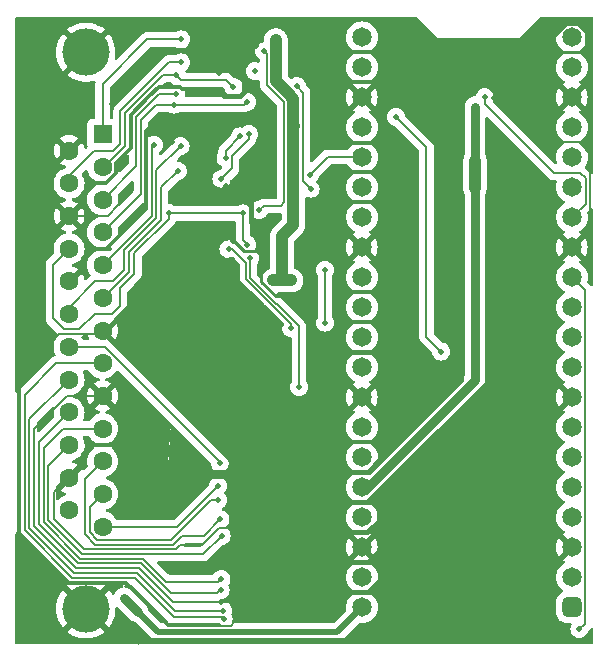
<source format=gbr>
%TF.GenerationSoftware,KiCad,Pcbnew,8.0.4-8.0.4-0~ubuntu22.04.1*%
%TF.CreationDate,2024-07-18T13:03:20-06:00*%
%TF.ProjectId,DB25_External,44423235-5f45-4787-9465-726e616c2e6b,rev?*%
%TF.SameCoordinates,Original*%
%TF.FileFunction,Copper,L2,Bot*%
%TF.FilePolarity,Positive*%
%FSLAX46Y46*%
G04 Gerber Fmt 4.6, Leading zero omitted, Abs format (unit mm)*
G04 Created by KiCad (PCBNEW 8.0.4-8.0.4-0~ubuntu22.04.1) date 2024-07-18 13:03:20*
%MOMM*%
%LPD*%
G01*
G04 APERTURE LIST*
G04 Aperture macros list*
%AMRoundRect*
0 Rectangle with rounded corners*
0 $1 Rounding radius*
0 $2 $3 $4 $5 $6 $7 $8 $9 X,Y pos of 4 corners*
0 Add a 4 corners polygon primitive as box body*
4,1,4,$2,$3,$4,$5,$6,$7,$8,$9,$2,$3,0*
0 Add four circle primitives for the rounded corners*
1,1,$1+$1,$2,$3*
1,1,$1+$1,$4,$5*
1,1,$1+$1,$6,$7*
1,1,$1+$1,$8,$9*
0 Add four rect primitives between the rounded corners*
20,1,$1+$1,$2,$3,$4,$5,0*
20,1,$1+$1,$4,$5,$6,$7,0*
20,1,$1+$1,$6,$7,$8,$9,0*
20,1,$1+$1,$8,$9,$2,$3,0*%
G04 Aperture macros list end*
%TA.AperFunction,ComponentPad*%
%ADD10RoundRect,0.412500X0.412500X0.412500X-0.412500X0.412500X-0.412500X-0.412500X0.412500X-0.412500X0*%
%TD*%
%TA.AperFunction,ComponentPad*%
%ADD11C,1.650000*%
%TD*%
%TA.AperFunction,ComponentPad*%
%ADD12C,4.000000*%
%TD*%
%TA.AperFunction,ComponentPad*%
%ADD13R,1.600000X1.600000*%
%TD*%
%TA.AperFunction,ComponentPad*%
%ADD14C,1.600000*%
%TD*%
%TA.AperFunction,ViaPad*%
%ADD15C,0.600000*%
%TD*%
%TA.AperFunction,ViaPad*%
%ADD16C,0.500000*%
%TD*%
%TA.AperFunction,ViaPad*%
%ADD17C,0.800000*%
%TD*%
%TA.AperFunction,Conductor*%
%ADD18C,0.200000*%
%TD*%
%TA.AperFunction,Conductor*%
%ADD19C,0.330000*%
%TD*%
%TA.AperFunction,Conductor*%
%ADD20C,0.400000*%
%TD*%
%TA.AperFunction,Conductor*%
%ADD21C,0.250000*%
%TD*%
%TA.AperFunction,Conductor*%
%ADD22C,0.750000*%
%TD*%
%TA.AperFunction,Conductor*%
%ADD23C,0.142000*%
%TD*%
%TA.AperFunction,Conductor*%
%ADD24C,0.150000*%
%TD*%
%TA.AperFunction,Conductor*%
%ADD25C,1.000000*%
%TD*%
%TA.AperFunction,Conductor*%
%ADD26C,0.500000*%
%TD*%
G04 APERTURE END LIST*
D10*
%TO.P,RP1,1,G0*%
%TO.N,Net-(RP1-G0)*%
X147196660Y-124104400D03*
D11*
%TO.P,RP1,2,G1*%
%TO.N,Net-(RP1-G1)*%
X147196660Y-121564400D03*
%TO.P,RP1,3,GND*%
%TO.N,GND*%
X147196660Y-119024400D03*
%TO.P,RP1,4,G2*%
%TO.N,Net-(RP1-G2)*%
X147196660Y-116484400D03*
%TO.P,RP1,5,G3*%
%TO.N,Net-(RP1-G3)*%
X147196660Y-113944400D03*
%TO.P,RP1,6,G4*%
%TO.N,Net-(RP1-G4)*%
X147196660Y-111404400D03*
%TO.P,RP1,7,G5*%
%TO.N,Net-(RP1-G5)*%
X147196660Y-108864400D03*
%TO.P,RP1,8,GND*%
%TO.N,GND*%
X147196660Y-106324400D03*
%TO.P,RP1,9,G6*%
%TO.N,Net-(RP1-G6)*%
X147196660Y-103784400D03*
%TO.P,RP1,10,G7*%
%TO.N,Net-(RP1-G7)*%
X147196660Y-101244400D03*
%TO.P,RP1,11,G8*%
%TO.N,Net-(RP1-G8)*%
X147196660Y-98704400D03*
%TO.P,RP1,12,G9*%
%TO.N,DBPTr*%
X147196660Y-96164400D03*
%TO.P,RP1,13,GND*%
%TO.N,GND*%
X147196660Y-93624400D03*
%TO.P,RP1,14,G10*%
%TO.N,SD_CLK*%
X147196660Y-91084400D03*
%TO.P,RP1,15,G11*%
%TO.N,SD_CMD_MOSI*%
X147196660Y-88544400D03*
%TO.P,RP1,16,G12*%
%TO.N,SD_D0_MISO*%
X147196660Y-86004400D03*
%TO.P,RP1,17,G13*%
%TO.N,SD_D1*%
X147196660Y-83464400D03*
%TO.P,RP1,18,GND*%
%TO.N,GND*%
X147196660Y-80924400D03*
%TO.P,RP1,19,G14*%
%TO.N,SD_D2*%
X147196660Y-78384400D03*
%TO.P,RP1,20,G15*%
%TO.N,SD_D3_CS*%
X147196660Y-75844400D03*
%TO.P,RP1,21,G16*%
%TO.N,SERIAL_OUT*%
X129416660Y-75844400D03*
%TO.P,RP1,22,G17*%
%TO.N,oREQ*%
X129416660Y-78384400D03*
%TO.P,RP1,23,GND*%
%TO.N,GND*%
X129416660Y-80924400D03*
%TO.P,RP1,24,G18*%
%TO.N,oCD_iSEL*%
X129416660Y-83464400D03*
%TO.P,RP1,25,G19*%
%TO.N,oSEL*%
X129416660Y-86004400D03*
%TO.P,RP1,26,G20*%
%TO.N,oMSG_iBSY*%
X129416660Y-88544400D03*
%TO.P,RP1,27,G21*%
%TO.N,iRST*%
X129416660Y-91084400D03*
%TO.P,RP1,28,GND*%
%TO.N,GND*%
X129416660Y-93624400D03*
%TO.P,RP1,29,G22*%
%TO.N,oIO*%
X129416660Y-96164400D03*
%TO.P,RP1,30,RUN*%
%TO.N,unconnected-(RP1-RUN-Pad30)*%
X129416660Y-98704400D03*
%TO.P,RP1,31,G26*%
%TO.N,iACK*%
X129416660Y-101244400D03*
%TO.P,RP1,32,G27*%
%TO.N,oBSY*%
X129416660Y-103784400D03*
%TO.P,RP1,33,A_GND*%
%TO.N,GND*%
X129416660Y-106324400D03*
%TO.P,RP1,34,G28*%
%TO.N,iATN*%
X129416660Y-108864400D03*
%TO.P,RP1,35,ADC_VREF*%
%TO.N,unconnected-(RP1-ADC_VREF-Pad35)*%
X129416660Y-111404400D03*
%TO.P,RP1,36,3v3*%
%TO.N,+3V3*%
X129416660Y-113944400D03*
%TO.P,RP1,37,3v3_EN*%
%TO.N,unconnected-(RP1-3v3_EN-Pad37)*%
X129416660Y-116484400D03*
%TO.P,RP1,38,GND*%
%TO.N,GND*%
X129416660Y-119024400D03*
%TO.P,RP1,39,VSYS*%
%TO.N,unconnected-(RP1-VSYS-Pad39)*%
X129416660Y-121564400D03*
%TO.P,RP1,40,VBUS_5V*%
%TO.N,+5VP*%
X129416660Y-124104400D03*
%TD*%
D12*
%TO.P,J2,0,PAD*%
%TO.N,GND*%
X106037131Y-77130600D03*
X106037131Y-124230600D03*
D13*
%TO.P,J2,1,1*%
%TO.N,REQ*%
X107457131Y-84060600D03*
D14*
%TO.P,J2,2,2*%
%TO.N,MSG*%
X107457131Y-86830600D03*
%TO.P,J2,3,3*%
%TO.N,IO*%
X107457131Y-89600600D03*
%TO.P,J2,4,4*%
%TO.N,RST*%
X107457131Y-92370600D03*
%TO.P,J2,5,5*%
%TO.N,ACK*%
X107457131Y-95140600D03*
%TO.P,J2,6,6*%
%TO.N,BSY*%
X107457131Y-97910600D03*
%TO.P,J2,7,7*%
%TO.N,GND*%
X107457131Y-100680600D03*
%TO.P,J2,8,8*%
%TO.N,DB0*%
X107457131Y-103450600D03*
%TO.P,J2,9,9*%
%TO.N,GND*%
X107457131Y-106220600D03*
%TO.P,J2,10,10*%
%TO.N,DB3*%
X107457131Y-108990600D03*
%TO.P,J2,11,11*%
%TO.N,DB5*%
X107457131Y-111760600D03*
%TO.P,J2,12,12*%
%TO.N,DB6*%
X107457131Y-114530600D03*
%TO.P,J2,13,13*%
%TO.N,DB7*%
X107457131Y-117300600D03*
%TO.P,J2,14,P14*%
%TO.N,GND*%
X104617131Y-85445600D03*
%TO.P,J2,15,P15*%
%TO.N,CD*%
X104617131Y-88215600D03*
%TO.P,J2,16,P16*%
%TO.N,GND*%
X104617131Y-90985600D03*
%TO.P,J2,17,P17*%
%TO.N,ATN*%
X104617131Y-93755600D03*
%TO.P,J2,18,P18*%
%TO.N,GND*%
X104617131Y-96525600D03*
%TO.P,J2,19,P19*%
%TO.N,SEL*%
X104617131Y-99295600D03*
%TO.P,J2,20,P20*%
%TO.N,DBP*%
X104617131Y-102065600D03*
%TO.P,J2,21,P21*%
%TO.N,DB1*%
X104617131Y-104835600D03*
%TO.P,J2,22,P22*%
%TO.N,DB2*%
X104617131Y-107605600D03*
%TO.P,J2,23,P23*%
%TO.N,DB4*%
X104617131Y-110375600D03*
%TO.P,J2,24,P24*%
%TO.N,GND*%
X104617131Y-113145600D03*
%TO.P,J2,25,P25*%
%TO.N,+5V*%
X104617131Y-115915600D03*
%TD*%
D15*
%TO.N,GND*%
X142470000Y-92930000D03*
D16*
X119570000Y-79440000D03*
D15*
X140930000Y-84290000D03*
X110820200Y-106629200D03*
D16*
X127570000Y-122010000D03*
D15*
X122010000Y-110150000D03*
X136430000Y-80030000D03*
X113650000Y-89760000D03*
D16*
X114071400Y-75006200D03*
X125750000Y-88080000D03*
X131220000Y-123790000D03*
D15*
X121680000Y-99590000D03*
X144510000Y-78340000D03*
X112598200Y-104444800D03*
X145698060Y-126593600D03*
X135570000Y-121490000D03*
D16*
X117517069Y-123706907D03*
X122660000Y-101360000D03*
X119640000Y-99740000D03*
D15*
X123150000Y-118220000D03*
X110083600Y-109016800D03*
D16*
X137820000Y-102480000D03*
X125050000Y-96350000D03*
D15*
X130915260Y-97510600D03*
X133830000Y-90520000D03*
X118452511Y-94678289D03*
D16*
X116120000Y-83010000D03*
D15*
X140190000Y-83250000D03*
X137970000Y-115900000D03*
D16*
X117280000Y-78840000D03*
X120410000Y-76620000D03*
X127140000Y-96190000D03*
D15*
X122940000Y-113150000D03*
X120890000Y-95376789D03*
D16*
X120000000Y-90100000D03*
X130860000Y-115570000D03*
X111820000Y-95920000D03*
D15*
X121690000Y-118360000D03*
X130730000Y-110120000D03*
D16*
X120110000Y-85720000D03*
D15*
X142160000Y-82150000D03*
D17*
X125349000Y-90068400D03*
D16*
X120860000Y-98720000D03*
X108280200Y-81534000D03*
X131060000Y-75150000D03*
D15*
X124940000Y-111090000D03*
D16*
X117440000Y-82620000D03*
D17*
X125810000Y-92080000D03*
D16*
X117911978Y-88480000D03*
D15*
X140920000Y-79860000D03*
X123590000Y-111490000D03*
X141350000Y-81300000D03*
D16*
X123490000Y-97780000D03*
X125120000Y-104840000D03*
X148593660Y-126517400D03*
D15*
X137990000Y-116970000D03*
D16*
X113334411Y-84756389D03*
D15*
X140020000Y-123840000D03*
D16*
X118440000Y-89290000D03*
X117320000Y-95440000D03*
D15*
X133830000Y-88380000D03*
X113930000Y-91750000D03*
X139700000Y-115060000D03*
X141690000Y-85350000D03*
D16*
X140570000Y-80970000D03*
X125160000Y-75540000D03*
X118540000Y-93110000D03*
X114930000Y-84230000D03*
X137420000Y-97590000D03*
X126780000Y-77350000D03*
X110642400Y-99847400D03*
X125710000Y-79650000D03*
X126520000Y-84470000D03*
X125430000Y-99500000D03*
D15*
X133550000Y-93130000D03*
D16*
%TO.N,+2V8*%
X123678588Y-89242100D03*
X123682000Y-88556300D03*
D15*
X123452000Y-96440000D03*
X121928000Y-96440000D03*
D16*
X122140000Y-76790000D03*
X123612700Y-85330450D03*
X122140000Y-76130000D03*
D15*
X122690000Y-96440000D03*
D16*
X123730000Y-85920000D03*
%TO.N,iATN*%
X124108625Y-105470830D03*
X119963811Y-94563989D03*
%TO.N,oSEL*%
X125040000Y-87480000D03*
%TO.N,oBSY*%
X126270000Y-95550000D03*
X120710000Y-90500000D03*
X126310000Y-100010000D03*
X120359350Y-78730000D03*
X121140000Y-77050000D03*
%TO.N,SD_CLK*%
X139810000Y-80930000D03*
%TO.N,ATN*%
X119710000Y-93400000D03*
X119328811Y-90758800D03*
X113077000Y-90754200D03*
%TO.N,BSY*%
X113830000Y-87160000D03*
%TO.N,DBP*%
X117373400Y-111910000D03*
%TO.N,ACK*%
X111810411Y-84959589D03*
%TO.N,RST*%
X113487200Y-81559400D03*
X119700000Y-81330000D03*
%TO.N,MSG*%
X113660000Y-79044800D03*
X118540000Y-80070000D03*
%TO.N,SEL*%
X114058311Y-85073889D03*
%TO.N,CD*%
X114113800Y-77982600D03*
%TO.N,REQ*%
X114108000Y-76032600D03*
%TO.N,IO*%
X113712000Y-80670400D03*
%TO.N,DB7*%
X117230000Y-113830000D03*
%TO.N,DB6*%
X117240000Y-115040000D03*
%TO.N,DB5*%
X117432500Y-116672500D03*
%TO.N,DB4*%
X117530000Y-118060000D03*
%TO.N,DB3*%
X117520000Y-121690000D03*
%TO.N,DB2*%
X117450000Y-122640000D03*
%TO.N,DB1*%
X117670000Y-124390000D03*
%TO.N,DB0*%
X117710000Y-125110000D03*
D15*
%TO.N,+3V3*%
X138992460Y-87096600D03*
X138990000Y-83320000D03*
X138990000Y-81850000D03*
X138992460Y-87858600D03*
X138990000Y-82650000D03*
D16*
%TO.N,SEL_BUFF*%
X119081840Y-84251840D03*
X117868078Y-86060100D03*
%TO.N,BSY_BUFF*%
X117525178Y-87825400D03*
X119836017Y-84040800D03*
%TO.N,+5VP*%
X109702600Y-123774200D03*
X110185200Y-124256800D03*
X109258100Y-123329700D03*
%TO.N,DBPTr*%
X147831660Y-125984000D03*
%TO.N,Net-(D2-A)*%
X136110000Y-102460000D03*
X132310000Y-82580000D03*
%TO.N,iRST*%
X125070000Y-88670000D03*
X123912191Y-80002086D03*
%TO.N,iACK*%
X118120000Y-93810000D03*
X123400000Y-100490000D03*
%TD*%
D18*
%TO.N,GND*%
X118610000Y-125360000D02*
X118310000Y-125660000D01*
D19*
X130407260Y-97510600D02*
X130331060Y-97434400D01*
D18*
X119460000Y-125360000D02*
X118610000Y-125360000D01*
D19*
X128578460Y-84785200D02*
X128553060Y-84759800D01*
X130670000Y-77120000D02*
X128430000Y-77120000D01*
X107746800Y-93776800D02*
X111158599Y-90365001D01*
X105816400Y-111946331D02*
X105816400Y-111556800D01*
D20*
X120060000Y-90160000D02*
X120000000Y-90100000D01*
D19*
X109332565Y-85761365D02*
X109830040Y-85263890D01*
X130332060Y-110110000D02*
X130381860Y-110159800D01*
X109830040Y-83896200D02*
X109830040Y-82425296D01*
D21*
X120900000Y-95386789D02*
X120900000Y-96578726D01*
D19*
X109452708Y-122062708D02*
X112985000Y-125595000D01*
D20*
X132280000Y-122110000D02*
X132280000Y-121960000D01*
D19*
X111158599Y-90365001D02*
X111158599Y-89001600D01*
D21*
X121055091Y-94029884D02*
X121014196Y-93988989D01*
D22*
X118465600Y-112870000D02*
X116250000Y-112870000D01*
D19*
X121055091Y-92886491D02*
X121055091Y-94029884D01*
D20*
X120860000Y-98440000D02*
X120860000Y-98720000D01*
D18*
X148750000Y-86650000D02*
X148750000Y-85720000D01*
D21*
X118590000Y-93110000D02*
X118540000Y-93110000D01*
D19*
X131194660Y-80454660D02*
X130520000Y-79780000D01*
X111158599Y-83811801D02*
X111226600Y-83743800D01*
D23*
X103745000Y-100955000D02*
X103550000Y-101150000D01*
D20*
X128760000Y-112660000D02*
X129893472Y-112660000D01*
X120060000Y-90040000D02*
X120060000Y-89680000D01*
D19*
X106502200Y-110490000D02*
X106654600Y-110337600D01*
D20*
X128360000Y-112660000D02*
X128760000Y-112660000D01*
X130145600Y-115214400D02*
X130170000Y-115190000D01*
D21*
X144510000Y-78340000D02*
X144510000Y-76904714D01*
D20*
X131220000Y-123790000D02*
X130250000Y-122820000D01*
D21*
X118540000Y-93026508D02*
X118453492Y-92940000D01*
D19*
X104617131Y-113145600D02*
X105816400Y-111946331D01*
D18*
X148750000Y-92071060D02*
X148750000Y-88440000D01*
D23*
X107182731Y-100955000D02*
X103745000Y-100955000D01*
D18*
X127538878Y-126760000D02*
X128770000Y-126760000D01*
D21*
X120890000Y-95376789D02*
X120900000Y-95386789D01*
D18*
X118216907Y-123706907D02*
X118240000Y-123730000D01*
D19*
X130915260Y-97510600D02*
X130407260Y-97510600D01*
X100410000Y-104820000D02*
X100405000Y-104825000D01*
D18*
X110470000Y-126760000D02*
X114620000Y-126760000D01*
D23*
X104487508Y-106220600D02*
X101916000Y-108792108D01*
D19*
X131118460Y-97028000D02*
X131194660Y-96951800D01*
X131194660Y-84785200D02*
X128578460Y-84785200D01*
X131194660Y-84785200D02*
X131194660Y-80454660D01*
D21*
X144510000Y-76790000D02*
X146630000Y-74670000D01*
D18*
X148750000Y-86650000D02*
X148750000Y-82940000D01*
X148750000Y-88440000D02*
X148750000Y-86650000D01*
D20*
X128149800Y-122820000D02*
X128110000Y-122859800D01*
D21*
X122101274Y-97780000D02*
X123490000Y-97780000D01*
X110470000Y-126910000D02*
X129250000Y-126910000D01*
D20*
X129893472Y-112660000D02*
X131140000Y-111413472D01*
D21*
X129250000Y-126910000D02*
X129330000Y-126830000D01*
D19*
X105816400Y-111175800D02*
X106502200Y-110490000D01*
D18*
X113425433Y-123706907D02*
X117517069Y-123706907D01*
D19*
X130520000Y-79780000D02*
X130390000Y-79650000D01*
D21*
X118465600Y-111861600D02*
X115900200Y-109296200D01*
D19*
X108621642Y-86715600D02*
X108621642Y-86472288D01*
D18*
X106037131Y-124230600D02*
X108566531Y-126760000D01*
D19*
X111158599Y-89001600D02*
X111158599Y-83811801D01*
X121055091Y-92504309D02*
X121055091Y-92886491D01*
X111988600Y-82981800D02*
X113131600Y-82981800D01*
D21*
X147460000Y-74694400D02*
X147673006Y-74694400D01*
D19*
X131270860Y-98501200D02*
X131270860Y-99136200D01*
D20*
X130402860Y-102510000D02*
X128570000Y-102510000D01*
D19*
X106654600Y-110337600D02*
X108178600Y-110337600D01*
D21*
X147760000Y-74570000D02*
X148290000Y-75100000D01*
D18*
X101670629Y-117169371D02*
X101670629Y-117253921D01*
X107896400Y-90985600D02*
X108788200Y-90093800D01*
D21*
X118465600Y-112870000D02*
X118465600Y-111861600D01*
D19*
X100405000Y-117845000D02*
X104622708Y-122062708D01*
X131194660Y-89839800D02*
X128248260Y-89839800D01*
X105892600Y-89710131D02*
X105892600Y-89128600D01*
D21*
X147590000Y-74570000D02*
X147760000Y-74570000D01*
D19*
X130740000Y-77190000D02*
X130670000Y-77120000D01*
X106629200Y-88315800D02*
X106756200Y-88188800D01*
D20*
X129370000Y-122820000D02*
X129650000Y-122820000D01*
D18*
X114620000Y-126760000D02*
X127538878Y-126760000D01*
D21*
X110470000Y-126760000D02*
X110470000Y-126910000D01*
D18*
X147780000Y-84750000D02*
X146350000Y-84750000D01*
D19*
X108621642Y-86472288D02*
X109332565Y-85761365D01*
D20*
X131241736Y-113851736D02*
X131630000Y-113463472D01*
X121055091Y-92504309D02*
X120060000Y-91509218D01*
X120060000Y-89680000D02*
X120030000Y-89650000D01*
D21*
X146630000Y-74670000D02*
X146730000Y-74570000D01*
D19*
X126076560Y-112280700D02*
X128247260Y-110110000D01*
X113995200Y-80060800D02*
X114020600Y-80060800D01*
X112985000Y-125595000D02*
X117325258Y-125595000D01*
D18*
X101670000Y-117168742D02*
X101670629Y-117169371D01*
D20*
X118880000Y-95160000D02*
X118880000Y-96460000D01*
X137830000Y-104830000D02*
X137830000Y-104580000D01*
D19*
X128247260Y-110110000D02*
X130332060Y-110110000D01*
D21*
X146720314Y-74694400D02*
X147460000Y-74694400D01*
D18*
X115849486Y-118821200D02*
X116710343Y-117960343D01*
D20*
X130000000Y-112660000D02*
X137830000Y-104830000D01*
D21*
X148440000Y-75250000D02*
X148440000Y-76690000D01*
D18*
X101670629Y-117253921D02*
X105214416Y-120797706D01*
D19*
X130331060Y-97434400D02*
X128324460Y-97434400D01*
D18*
X116710343Y-117960343D02*
X116800343Y-117870343D01*
D20*
X129920000Y-122820000D02*
X131080000Y-121660000D01*
D21*
X146730000Y-74570000D02*
X147590000Y-74570000D01*
D19*
X130915260Y-97510600D02*
X130915260Y-97231200D01*
D20*
X131140000Y-111413472D02*
X131140000Y-110810000D01*
D18*
X104617131Y-90985600D02*
X107896400Y-90985600D01*
D20*
X128360000Y-112660000D02*
X130000000Y-112660000D01*
X120860000Y-98720000D02*
X121140000Y-98720000D01*
D24*
X108501731Y-126695200D02*
X106037131Y-124230600D01*
D19*
X131270860Y-97866200D02*
X131270860Y-98501200D01*
X131270860Y-101701600D02*
X130458060Y-102514400D01*
D18*
X103378000Y-114384731D02*
X104617131Y-113145600D01*
D19*
X130915260Y-97231200D02*
X131118460Y-97028000D01*
D21*
X118453492Y-92940000D02*
X118260000Y-92940000D01*
D18*
X148750000Y-82940000D02*
X148240000Y-82430000D01*
D20*
X107457131Y-100680600D02*
X107650200Y-100680600D01*
D19*
X131194660Y-84785200D02*
X131194660Y-84632800D01*
D20*
X129873472Y-117760000D02*
X128610000Y-117760000D01*
D19*
X105892600Y-89128600D02*
X105892600Y-89052400D01*
D18*
X118310000Y-125660000D02*
X113820000Y-125660000D01*
D21*
X110470000Y-126910000D02*
X110470000Y-127129800D01*
D18*
X113690400Y-119176800D02*
X114046000Y-118821200D01*
D19*
X130458060Y-102514400D02*
X130432660Y-102539800D01*
D20*
X107650200Y-100680600D02*
X109651800Y-98679000D01*
D19*
X107569000Y-88188800D02*
X107745799Y-88188800D01*
D21*
X118540000Y-93110000D02*
X118540000Y-93026508D01*
D19*
X128360000Y-112660000D02*
X127830000Y-113190000D01*
D21*
X118465600Y-114274600D02*
X118465600Y-112870000D01*
X144510000Y-76904714D02*
X146720314Y-74694400D01*
D19*
X114223800Y-80264000D02*
X114731800Y-80264000D01*
X111418468Y-80836868D02*
X112199447Y-80055889D01*
X112199447Y-80055889D02*
X113990289Y-80055889D01*
X127830000Y-113190000D02*
X127830000Y-114669140D01*
D21*
X147673006Y-74694400D02*
X148346660Y-75368054D01*
D20*
X119570000Y-80300000D02*
X119310000Y-80560000D01*
D19*
X121233811Y-92325589D02*
X121055091Y-92504309D01*
D21*
X148290000Y-75100000D02*
X148440000Y-75250000D01*
D19*
X131194660Y-87249000D02*
X131194660Y-84785200D01*
X128110000Y-122859800D02*
X127816460Y-122859800D01*
D20*
X128375260Y-115214400D02*
X129700000Y-115214400D01*
D18*
X107912564Y-119199149D02*
X105914949Y-119199149D01*
D19*
X128324460Y-97434400D02*
X128299060Y-97459800D01*
D21*
X144510000Y-78340000D02*
X144510000Y-76790000D01*
X148346660Y-75368054D02*
X148346660Y-76633340D01*
D18*
X110516234Y-120797708D02*
X113425433Y-123706907D01*
D19*
X113990289Y-80055889D02*
X113995200Y-80060800D01*
D20*
X129910000Y-120310000D02*
X130950000Y-119270000D01*
D24*
X110185200Y-126695200D02*
X108501731Y-126695200D01*
D19*
X108051600Y-93776800D02*
X107746800Y-93776800D01*
X131270860Y-99136200D02*
X131270860Y-101701600D01*
D21*
X120900000Y-96578726D02*
X122101274Y-97780000D01*
D18*
X147196660Y-93624400D02*
X148750000Y-92071060D01*
D19*
X147196660Y-93624400D02*
X148488400Y-92332660D01*
D18*
X104446496Y-106220600D02*
X101670000Y-108997096D01*
X148750000Y-85720000D02*
X147780000Y-84750000D01*
D19*
X131194660Y-80454660D02*
X131194660Y-77644660D01*
D18*
X101670000Y-108997096D02*
X101670000Y-117168742D01*
D20*
X119310000Y-80560000D02*
X119070000Y-80800000D01*
D21*
X121014196Y-93988989D02*
X119468989Y-93988989D01*
D18*
X117300686Y-117370000D02*
X118170000Y-117370000D01*
D20*
X129500000Y-120310000D02*
X128500000Y-120310000D01*
D19*
X109830040Y-85263890D02*
X109830040Y-83896200D01*
X107745799Y-88188800D02*
X108621642Y-87312957D01*
D20*
X140070000Y-105023472D02*
X140070000Y-104400000D01*
D23*
X107457131Y-100680600D02*
X107182731Y-100955000D01*
D19*
X130432660Y-99974400D02*
X128426060Y-99974400D01*
D20*
X132280000Y-121960000D02*
X130630000Y-120310000D01*
D19*
X131194660Y-87249000D02*
X128248260Y-87249000D01*
D20*
X121140000Y-98720000D02*
X122530000Y-100110000D01*
D18*
X100872402Y-94730329D02*
X104617131Y-90985600D01*
D20*
X120060000Y-91509218D02*
X120060000Y-90160000D01*
D19*
X107746800Y-93776800D02*
X106781600Y-93776800D01*
D20*
X129370000Y-122820000D02*
X128149800Y-122820000D01*
D19*
X105892600Y-89052400D02*
X106629200Y-88315800D01*
D20*
X130860000Y-116773472D02*
X129873472Y-117760000D01*
X118880000Y-96460000D02*
X120860000Y-98440000D01*
D19*
X131194660Y-77644660D02*
X130740000Y-77190000D01*
X107569000Y-88188800D02*
X107746800Y-88188800D01*
D22*
X116250000Y-112870000D02*
X116240000Y-112860000D01*
D21*
X148346660Y-76633340D02*
X147890000Y-77090000D01*
D19*
X106781600Y-93776800D02*
X106756200Y-93751400D01*
D21*
X100872402Y-104820000D02*
X100720000Y-104820000D01*
D19*
X131194660Y-96951800D02*
X131194660Y-89839800D01*
D20*
X118452511Y-94678289D02*
X118452511Y-94732511D01*
X119570000Y-79440000D02*
X119570000Y-80300000D01*
D21*
X147870000Y-77110000D02*
X146290000Y-77110000D01*
D19*
X104622708Y-122062708D02*
X109452708Y-122062708D01*
X127816460Y-122859800D02*
X127765660Y-122809000D01*
D20*
X118452511Y-94732511D02*
X118880000Y-95160000D01*
X130432660Y-102539800D02*
X130402860Y-102510000D01*
D18*
X122000000Y-122820000D02*
X119460000Y-125360000D01*
D20*
X119070000Y-80800000D02*
X117720000Y-80800000D01*
D19*
X111226600Y-83743800D02*
X111988600Y-82981800D01*
D20*
X130250000Y-122820000D02*
X129370000Y-122820000D01*
D19*
X131270860Y-99136200D02*
X130432660Y-99974400D01*
D18*
X116710343Y-117960343D02*
X117300686Y-117370000D01*
D24*
X148593660Y-126517400D02*
X148644460Y-126466600D01*
D18*
X108257850Y-119199150D02*
X107912564Y-119199149D01*
X107457131Y-106220600D02*
X104446496Y-106220600D01*
D19*
X104617131Y-90985600D02*
X105892600Y-89710131D01*
X131194660Y-88743940D02*
X131194660Y-87249000D01*
X106756200Y-88188800D02*
X107569000Y-88188800D01*
X109830040Y-82425296D02*
X111418468Y-80836868D01*
D20*
X129879072Y-115214400D02*
X131241736Y-113851736D01*
D19*
X131194660Y-89839800D02*
X131194660Y-88743940D01*
D20*
X129700000Y-115214400D02*
X130145600Y-115214400D01*
D19*
X105816400Y-111556800D02*
X105816400Y-111175800D01*
D18*
X108257850Y-119199150D02*
X113668050Y-119199150D01*
D19*
X130390000Y-79650000D02*
X128580000Y-79650000D01*
D18*
X100872402Y-104820000D02*
X100872402Y-94730329D01*
D20*
X129650000Y-122820000D02*
X129920000Y-122820000D01*
D18*
X108788200Y-90093800D02*
X108813600Y-90068400D01*
D20*
X130630000Y-120310000D02*
X129500000Y-120310000D01*
D18*
X114046000Y-118821200D02*
X115849486Y-118821200D01*
D20*
X129700000Y-115214400D02*
X129879072Y-115214400D01*
D18*
X105914949Y-119199149D02*
X103378000Y-116662200D01*
D19*
X100405000Y-104825000D02*
X100405000Y-117845000D01*
D21*
X147890000Y-77090000D02*
X147870000Y-77110000D01*
D18*
X103378000Y-116662200D02*
X103378000Y-114384731D01*
D20*
X130860000Y-115570000D02*
X130860000Y-116773472D01*
D19*
X114020600Y-80060800D02*
X114223800Y-80264000D01*
X108621642Y-87312957D02*
X108621642Y-86715600D01*
D18*
X113668050Y-119199150D02*
X113690400Y-119176800D01*
D19*
X130915260Y-97510600D02*
X131270860Y-97866200D01*
D20*
X131241736Y-113851736D02*
X140070000Y-105023472D01*
D18*
X129650000Y-122820000D02*
X122000000Y-122820000D01*
D21*
X119468989Y-93988989D02*
X118590000Y-93110000D01*
D19*
X127830000Y-114669140D02*
X128375260Y-115214400D01*
D21*
X100720000Y-104820000D02*
X100410000Y-104820000D01*
D20*
X120000000Y-90100000D02*
X120060000Y-90040000D01*
D21*
X100410000Y-104820000D02*
X100400000Y-104810000D01*
D18*
X108566531Y-126760000D02*
X110470000Y-126760000D01*
X117517069Y-123706907D02*
X118216907Y-123706907D01*
X105214416Y-120797706D02*
X110516234Y-120797708D01*
D20*
X129500000Y-120310000D02*
X129910000Y-120310000D01*
D23*
X107457131Y-106220600D02*
X104487508Y-106220600D01*
D25*
%TO.N,+2V8*%
X123160800Y-80594200D02*
X122119400Y-79552800D01*
X123618000Y-84870000D02*
X123618000Y-85464178D01*
X122690000Y-96440000D02*
X122681611Y-96431611D01*
X123452000Y-96440000D02*
X122690000Y-96440000D01*
X123618000Y-83412000D02*
X123618000Y-84870000D01*
X123618000Y-83348000D02*
X123650000Y-83380000D01*
X123650000Y-83380000D02*
X123618000Y-83412000D01*
X122119400Y-76810600D02*
X122140000Y-76790000D01*
X122119400Y-76150600D02*
X122140000Y-76130000D01*
X122119400Y-77550000D02*
X122119400Y-76810600D01*
X123618000Y-82245200D02*
X123618000Y-82854800D01*
X122690000Y-96440000D02*
X121928000Y-96440000D01*
X122119400Y-77550000D02*
X122119400Y-76150600D01*
X122119400Y-79552800D02*
X122119400Y-77550000D01*
X122681611Y-92655789D02*
X123617999Y-91719401D01*
X123618000Y-81051400D02*
X123618000Y-82245200D01*
X123618000Y-82245200D02*
X123618000Y-83348000D01*
X122140000Y-76130000D02*
X122119400Y-76109400D01*
X122681611Y-96431611D02*
X122681611Y-92655789D01*
X123617999Y-91719401D02*
X123618000Y-84870000D01*
X123160800Y-80594200D02*
X123618000Y-81051400D01*
D24*
%TO.N,iATN*%
X122233147Y-98435000D02*
X124080000Y-100281853D01*
X119963811Y-96238837D02*
X122159974Y-98435000D01*
X124080000Y-100281853D02*
X124080000Y-105490000D01*
X119963811Y-94563989D02*
X119963811Y-96238837D01*
X122159974Y-98435000D02*
X122233147Y-98435000D01*
D18*
%TO.N,oSEL*%
X125040000Y-87480000D02*
X126515600Y-86004400D01*
X126515600Y-86004400D02*
X129416660Y-86004400D01*
D24*
%TO.N,oBSY*%
X121344880Y-77254880D02*
X121140000Y-77050000D01*
D18*
X126270000Y-95540000D02*
X126300000Y-95570000D01*
X126270000Y-95550000D02*
X126270000Y-95540000D01*
X126280000Y-95550000D02*
X126270000Y-95550000D01*
D24*
X121100000Y-90110000D02*
X121730000Y-90110000D01*
X122843480Y-87273702D02*
X122843480Y-87180000D01*
X122843480Y-87180000D02*
X122843480Y-89806520D01*
X121730000Y-90110000D02*
X121370000Y-90110000D01*
X122540000Y-90110000D02*
X121730000Y-90110000D01*
X122843480Y-89806520D02*
X122540000Y-90110000D01*
D18*
X126310000Y-100010000D02*
X126310000Y-95580000D01*
D24*
X122843480Y-81372216D02*
X121344880Y-79873616D01*
X120710000Y-90500000D02*
X121100000Y-90110000D01*
D18*
X126310000Y-95580000D02*
X126280000Y-95550000D01*
D24*
X121344880Y-79873616D02*
X121344880Y-77254880D01*
X122843480Y-87180000D02*
X122843480Y-81372216D01*
D18*
%TO.N,SD_CLK*%
X147196660Y-91084400D02*
X148350000Y-89931060D01*
X148350000Y-89931060D02*
X148350000Y-87810000D01*
X139810000Y-80930000D02*
X139820000Y-80920000D01*
X145660000Y-87340000D02*
X139820000Y-81500000D01*
X148350000Y-87810000D02*
X147880000Y-87340000D01*
X139820000Y-81500000D02*
X139810000Y-80930000D01*
X147880000Y-87340000D02*
X145660000Y-87340000D01*
%TO.N,ATN*%
X108940600Y-97104200D02*
X110159800Y-95885000D01*
X113081600Y-90758800D02*
X113077000Y-90754200D01*
X119328811Y-90758800D02*
X113081600Y-90758800D01*
X119710000Y-93390000D02*
X119710000Y-93400000D01*
X119720000Y-93400000D02*
X119730000Y-93410000D01*
X108280200Y-99263200D02*
X108940600Y-98602800D01*
X104617131Y-93755600D02*
X103276400Y-95096331D01*
X103276400Y-95096331D02*
X103276400Y-99644200D01*
X119710000Y-93400000D02*
X119720000Y-93400000D01*
X104216200Y-100584000D02*
X105460800Y-100584000D01*
X110159800Y-95885000D02*
X110159800Y-94132949D01*
X106781600Y-99263200D02*
X108280200Y-99263200D01*
X119328811Y-93008811D02*
X119710000Y-93390000D01*
X108940600Y-98602800D02*
X108940600Y-97104200D01*
X110159800Y-94132949D02*
X113077000Y-91215749D01*
X103276400Y-99644200D02*
X104216200Y-100584000D01*
X105460800Y-100584000D02*
X106781600Y-99263200D01*
X119328811Y-90758800D02*
X119328811Y-93008811D01*
X113077000Y-91215749D02*
X113077000Y-90754200D01*
%TO.N,BSY*%
X113830000Y-87160000D02*
X112422158Y-88567842D01*
X109695720Y-94032023D02*
X109695720Y-95694886D01*
X109695720Y-95694886D02*
X107480006Y-97910600D01*
X107480006Y-97910600D02*
X107457131Y-97910600D01*
X112422158Y-91305585D02*
X109695720Y-94032023D01*
X112422158Y-88567842D02*
X112422158Y-91305585D01*
%TO.N,DBP*%
X117373400Y-111811925D02*
X107627075Y-102065600D01*
X107627075Y-102065600D02*
X104617131Y-102065600D01*
X117373400Y-111910000D02*
X117373400Y-111811925D01*
%TO.N,ACK*%
X107457131Y-95140600D02*
X111623118Y-90974613D01*
X111623118Y-90974613D02*
X111623118Y-85146882D01*
X111623118Y-85146882D02*
X111810411Y-84959589D01*
X111810411Y-84959589D02*
X111810411Y-85093920D01*
%TO.N,RST*%
X110694080Y-89133651D02*
X107457131Y-92370600D01*
X110694080Y-82828520D02*
X110694080Y-89133651D01*
X113487200Y-81559400D02*
X111963200Y-81559400D01*
X111963200Y-81559400D02*
X110694080Y-82828520D01*
X119470600Y-81559400D02*
X113487200Y-81559400D01*
X119700000Y-81330000D02*
X119470600Y-81559400D01*
%TO.N,MSG*%
X112553606Y-79044800D02*
X109365520Y-82232886D01*
X113660000Y-79044800D02*
X112553606Y-79044800D01*
X118540000Y-80080000D02*
X118500000Y-80040000D01*
X109365520Y-85071480D02*
X107606400Y-86830600D01*
X114066400Y-79451200D02*
X117911200Y-79451200D01*
X118530000Y-80070000D02*
X118540000Y-80070000D01*
X113660000Y-79044800D02*
X114066400Y-79451200D01*
X107457131Y-86725869D02*
X107457131Y-86830600D01*
X109365520Y-82232886D02*
X109365520Y-85071480D01*
X107606400Y-86830600D02*
X107457131Y-86830600D01*
X118540000Y-80070000D02*
X118540000Y-80080000D01*
X117911200Y-79451200D02*
X118530000Y-80070000D01*
%TO.N,SEL*%
X109296200Y-95529400D02*
X109296200Y-93866537D01*
X106832400Y-96520000D02*
X108305600Y-96520000D01*
X104617131Y-99295600D02*
X104617131Y-98735269D01*
X112022638Y-91140099D02*
X112022638Y-87109562D01*
X108305600Y-96520000D02*
X109296200Y-95529400D01*
X112022638Y-87109562D02*
X114058311Y-85073889D01*
X104617131Y-98735269D02*
X106832400Y-96520000D01*
X114096411Y-85035789D02*
X114147211Y-85035789D01*
X109296200Y-93866537D02*
X112022638Y-91140099D01*
%TO.N,CD*%
X113050800Y-77982600D02*
X108966000Y-82067400D01*
X108966000Y-84886800D02*
X108356400Y-85496400D01*
X106705400Y-85496400D02*
X104617131Y-87584669D01*
X108356400Y-85496400D02*
X106705400Y-85496400D01*
X114113800Y-77982600D02*
X113050800Y-77982600D01*
X108966000Y-82067400D02*
X108966000Y-84886800D01*
X104617131Y-87584669D02*
X104617131Y-88215600D01*
%TO.N,REQ*%
X111241600Y-76032600D02*
X114108000Y-76032600D01*
X107457131Y-79817069D02*
X111241600Y-76032600D01*
X107457131Y-84060600D02*
X107457131Y-79817069D01*
%TO.N,IO*%
X107457131Y-89600600D02*
X110294560Y-86763171D01*
X110294560Y-82617706D02*
X112241866Y-80670400D01*
X112241866Y-80670400D02*
X113712000Y-80670400D01*
X107457131Y-89138869D02*
X107457131Y-89600600D01*
X110294560Y-86763171D02*
X110294560Y-82617706D01*
%TO.N,DB7*%
X117230000Y-113830000D02*
X115773200Y-115286800D01*
X113763200Y-117300600D02*
X107457131Y-117300600D01*
X115773200Y-115286800D02*
X115773200Y-115290600D01*
X115773200Y-115290600D02*
X113763200Y-117300600D01*
%TO.N,DB6*%
X117240000Y-115040000D02*
X116633400Y-115040000D01*
X113273289Y-118400111D02*
X107001698Y-118400111D01*
X106357620Y-117756033D02*
X106357620Y-115630111D01*
X116633400Y-115040000D02*
X113273289Y-118400111D01*
X106357620Y-115630111D02*
X107457131Y-114530600D01*
X107001698Y-118400111D02*
X106357620Y-117756033D01*
%TO.N,DB5*%
X113457970Y-118799630D02*
X106836211Y-118799630D01*
X105943400Y-117906819D02*
X105943400Y-113274331D01*
X105943400Y-113274331D02*
X107457131Y-111760600D01*
X106836211Y-118799630D02*
X105943400Y-117906819D01*
X114211100Y-118046500D02*
X113457970Y-118799630D01*
X116058500Y-118046500D02*
X114211100Y-118046500D01*
X117432500Y-116672500D02*
X116058500Y-118046500D01*
%TO.N,DB4*%
X115991332Y-119598668D02*
X105749462Y-119598668D01*
X105749462Y-119598668D02*
X102870000Y-116719206D01*
X102870000Y-112122731D02*
X104617131Y-110375600D01*
X117530000Y-118060000D02*
X115991332Y-119598668D01*
X102870000Y-116719206D02*
X102870000Y-112122731D01*
%TO.N,DB3*%
X102470481Y-116923081D02*
X102470481Y-110610119D01*
X105545588Y-119998188D02*
X102470481Y-116923081D01*
X117520000Y-121690000D02*
X117251900Y-121958100D01*
X112807318Y-121958100D02*
X110847408Y-119998188D01*
X110847408Y-119998188D02*
X105545588Y-119998188D01*
X104090000Y-108990600D02*
X107457131Y-108990600D01*
X117251900Y-121958100D02*
X112807318Y-121958100D01*
X102470481Y-110610119D02*
X104090000Y-108990600D01*
%TO.N,DB2*%
X113220211Y-122936000D02*
X110681920Y-120397708D01*
X117154000Y-122936000D02*
X113220211Y-122936000D01*
X117450000Y-122640000D02*
X117154000Y-122936000D01*
X110681920Y-120397708D02*
X105380102Y-120397706D01*
X102070961Y-117088567D02*
X102070961Y-110151770D01*
X105380102Y-120397706D02*
X102070961Y-117088567D01*
X102070961Y-110151770D02*
X104617131Y-107605600D01*
%TO.N,DB1*%
X110350548Y-121197708D02*
X105048731Y-121197708D01*
X101270000Y-108182731D02*
X104617131Y-104835600D01*
X105048731Y-121197708D02*
X101270000Y-117418977D01*
X101270000Y-117418977D02*
X101270000Y-108182731D01*
X113555258Y-124402418D02*
X110350548Y-121197708D01*
X117657582Y-124402418D02*
X113555258Y-124402418D01*
X117670000Y-124390000D02*
X117657582Y-124402418D01*
%TO.N,DB0*%
X100870000Y-117584663D02*
X100870000Y-106114600D01*
X100870000Y-106114600D02*
X103534000Y-103450600D01*
X110184862Y-121597708D02*
X104883045Y-121597708D01*
X117560000Y-124960000D02*
X113547154Y-124960000D01*
X113547154Y-124960000D02*
X110184862Y-121597708D01*
X103534000Y-103450600D02*
X107457131Y-103450600D01*
X104883045Y-121597708D02*
X100870000Y-117584663D01*
X117710000Y-125110000D02*
X117560000Y-124960000D01*
D22*
%TO.N,+3V3*%
X138992460Y-82652460D02*
X138992460Y-83317540D01*
X129416660Y-113944400D02*
X129952118Y-113944400D01*
X138992460Y-82642460D02*
X138992460Y-82647540D01*
X138992460Y-83910000D02*
X138992460Y-81852460D01*
X138990000Y-81850000D02*
X138992460Y-81847540D01*
X138992460Y-87096600D02*
X138992460Y-86334600D01*
D25*
X138992460Y-88620600D02*
X138992460Y-86334600D01*
D22*
X138992460Y-88620600D02*
X138992460Y-87858600D01*
X131920000Y-111970000D02*
X138992460Y-104897540D01*
X131920000Y-111976518D02*
X131920000Y-111970000D01*
X138992460Y-83910000D02*
X138992460Y-86334600D01*
X138992460Y-83322460D02*
X138992460Y-83910000D01*
X138990000Y-82650000D02*
X138992460Y-82652460D01*
X138992460Y-82647540D02*
X138990000Y-82650000D01*
X138990000Y-83320000D02*
X138992460Y-83322460D01*
X129952118Y-113944400D02*
X131920000Y-111976518D01*
X138992460Y-81847540D02*
X138992460Y-81742460D01*
X138992460Y-81852460D02*
X138990000Y-81850000D01*
X138992460Y-83317540D02*
X138990000Y-83320000D01*
X138992460Y-104897540D02*
X138992460Y-88620600D01*
D18*
%TO.N,SEL_BUFF*%
X119081840Y-84251840D02*
X117868078Y-85465602D01*
X117868078Y-85465602D02*
X117868078Y-86060100D01*
%TO.N,BSY_BUFF*%
X118417589Y-86932989D02*
X117525178Y-87825400D01*
X119836017Y-84504767D02*
X118417589Y-85923195D01*
X118417589Y-85923195D02*
X118417589Y-86932989D01*
X119836017Y-84040800D02*
X119836017Y-84504767D01*
D26*
%TO.N,+5VP*%
X110439200Y-124510800D02*
X110439200Y-124536200D01*
D22*
X109258100Y-123329700D02*
X110439200Y-124510800D01*
D26*
X110439200Y-124510800D02*
X112138400Y-126210000D01*
X127311060Y-126210000D02*
X129416660Y-124104400D01*
X112138400Y-126210000D02*
X127311060Y-126210000D01*
D18*
%TO.N,DBPTr*%
X148321171Y-125494489D02*
X148321171Y-97288911D01*
X148321171Y-97288911D02*
X147196660Y-96164400D01*
X147831660Y-125984000D02*
X148321171Y-125494489D01*
%TO.N,Net-(D2-A)*%
X134874000Y-101224000D02*
X136110000Y-102460000D01*
X134874000Y-85144000D02*
X134874000Y-101224000D01*
X132310000Y-82580000D02*
X134874000Y-85144000D01*
%TO.N,iRST*%
X124450000Y-88050000D02*
X124450000Y-80539895D01*
X125070000Y-88670000D02*
X124450000Y-88050000D01*
X124450000Y-80539895D02*
X123912191Y-80002086D01*
D24*
%TO.N,iACK*%
X119570000Y-94930000D02*
X119570000Y-96340000D01*
X122088173Y-98785000D02*
X123400000Y-100096827D01*
D18*
X128945800Y-101244400D02*
X129416660Y-101244400D01*
D24*
X118120000Y-93810000D02*
X118450000Y-93810000D01*
X122015000Y-98785000D02*
X122088173Y-98785000D01*
X119570000Y-96340000D02*
X122015000Y-98785000D01*
X123400000Y-100096827D02*
X123400000Y-100490000D01*
X118450000Y-93810000D02*
X119570000Y-94930000D01*
%TD*%
%TA.AperFunction,Conductor*%
%TO.N,GND*%
G36*
X140084472Y-82625475D02*
G01*
X140091055Y-82631604D01*
X145286365Y-87826915D01*
X145286370Y-87826919D01*
X145286372Y-87826921D01*
X145286373Y-87826922D01*
X145286375Y-87826923D01*
X145369823Y-87875102D01*
X145425127Y-87907032D01*
X145425133Y-87907033D01*
X145425134Y-87907034D01*
X145473050Y-87919873D01*
X145473051Y-87919873D01*
X145579889Y-87948500D01*
X145579890Y-87948500D01*
X145740110Y-87948500D01*
X145811583Y-87948500D01*
X145879704Y-87968502D01*
X145926197Y-88022158D01*
X145936301Y-88092432D01*
X145933290Y-88107111D01*
X145878402Y-88311956D01*
X145858066Y-88544400D01*
X145878402Y-88776844D01*
X145903993Y-88872349D01*
X145938513Y-89001183D01*
X145938793Y-89002226D01*
X146037404Y-89213697D01*
X146171238Y-89404832D01*
X146336228Y-89569822D01*
X146380184Y-89600600D01*
X146527360Y-89703654D01*
X146530181Y-89705283D01*
X146531174Y-89706324D01*
X146531870Y-89706812D01*
X146531772Y-89706951D01*
X146579172Y-89756668D01*
X146592605Y-89826382D01*
X146566215Y-89892292D01*
X146530181Y-89923517D01*
X146527360Y-89925145D01*
X146336231Y-90058975D01*
X146336225Y-90058980D01*
X146171240Y-90223965D01*
X146171235Y-90223971D01*
X146037404Y-90415102D01*
X145938794Y-90626571D01*
X145938792Y-90626575D01*
X145894583Y-90791566D01*
X145878402Y-90851956D01*
X145858066Y-91084400D01*
X145878402Y-91316844D01*
X145891145Y-91364402D01*
X145938792Y-91542224D01*
X145938794Y-91542228D01*
X146037404Y-91753697D01*
X146154800Y-91921357D01*
X146171238Y-91944832D01*
X146336228Y-92109822D01*
X146527363Y-92243656D01*
X146527373Y-92243660D01*
X146530674Y-92245567D01*
X146531843Y-92246793D01*
X146531870Y-92246812D01*
X146531866Y-92246817D01*
X146579669Y-92296948D01*
X146593108Y-92366661D01*
X146566724Y-92432573D01*
X146530689Y-92463802D01*
X146527616Y-92465576D01*
X146450818Y-92519349D01*
X147112535Y-93181066D01*
X147022966Y-93205067D01*
X146920354Y-93264310D01*
X146836570Y-93348094D01*
X146777327Y-93450706D01*
X146753326Y-93540275D01*
X146091609Y-92878558D01*
X146037839Y-92955352D01*
X145939266Y-93166742D01*
X145939264Y-93166747D01*
X145878897Y-93392044D01*
X145858568Y-93624400D01*
X145878897Y-93856755D01*
X145939264Y-94082052D01*
X145939266Y-94082057D01*
X146037839Y-94293448D01*
X146091609Y-94370239D01*
X146753326Y-93708522D01*
X146777327Y-93798094D01*
X146836570Y-93900706D01*
X146920354Y-93984490D01*
X147022966Y-94043733D01*
X147112536Y-94067733D01*
X146450819Y-94729449D01*
X146450819Y-94729451D01*
X146527607Y-94783218D01*
X146530673Y-94784988D01*
X146531754Y-94786121D01*
X146532120Y-94786378D01*
X146532068Y-94786451D01*
X146579669Y-94836368D01*
X146593108Y-94906081D01*
X146566724Y-94971993D01*
X146530684Y-95003226D01*
X146527364Y-95005142D01*
X146336231Y-95138975D01*
X146336225Y-95138980D01*
X146171240Y-95303965D01*
X146171235Y-95303971D01*
X146037404Y-95495102D01*
X145938794Y-95706571D01*
X145938792Y-95706575D01*
X145914530Y-95797123D01*
X145878402Y-95931956D01*
X145858066Y-96164400D01*
X145878402Y-96396844D01*
X145907177Y-96504235D01*
X145938792Y-96622224D01*
X145938794Y-96622228D01*
X146037404Y-96833697D01*
X146096225Y-96917703D01*
X146171238Y-97024832D01*
X146336228Y-97189822D01*
X146384111Y-97223350D01*
X146527360Y-97323654D01*
X146530181Y-97325283D01*
X146531174Y-97326324D01*
X146531870Y-97326812D01*
X146531772Y-97326951D01*
X146579172Y-97376668D01*
X146592605Y-97446382D01*
X146566215Y-97512292D01*
X146530181Y-97543517D01*
X146527360Y-97545145D01*
X146336231Y-97678975D01*
X146336225Y-97678980D01*
X146171240Y-97843965D01*
X146171235Y-97843971D01*
X146037404Y-98035102D01*
X145938794Y-98246571D01*
X145938792Y-98246575D01*
X145894583Y-98411566D01*
X145878402Y-98471956D01*
X145858066Y-98704400D01*
X145878402Y-98936844D01*
X145910764Y-99057624D01*
X145938792Y-99162224D01*
X145938794Y-99162228D01*
X146037404Y-99373697D01*
X146137365Y-99516457D01*
X146171238Y-99564832D01*
X146336228Y-99729822D01*
X146431795Y-99796739D01*
X146527360Y-99863654D01*
X146530181Y-99865283D01*
X146531174Y-99866324D01*
X146531870Y-99866812D01*
X146531772Y-99866951D01*
X146579172Y-99916668D01*
X146592605Y-99986382D01*
X146566215Y-100052292D01*
X146530181Y-100083517D01*
X146527360Y-100085145D01*
X146336231Y-100218975D01*
X146336225Y-100218980D01*
X146171240Y-100383965D01*
X146171235Y-100383971D01*
X146037404Y-100575102D01*
X145938794Y-100786571D01*
X145938792Y-100786575D01*
X145895929Y-100946544D01*
X145878402Y-101011956D01*
X145858066Y-101244400D01*
X145878402Y-101476844D01*
X145884223Y-101498568D01*
X145938792Y-101702224D01*
X145938794Y-101702228D01*
X146037404Y-101913697D01*
X146086691Y-101984087D01*
X146171238Y-102104832D01*
X146336228Y-102269822D01*
X146365261Y-102290151D01*
X146527360Y-102403654D01*
X146530181Y-102405283D01*
X146531174Y-102406324D01*
X146531870Y-102406812D01*
X146531772Y-102406951D01*
X146579172Y-102456668D01*
X146592605Y-102526382D01*
X146566215Y-102592292D01*
X146530181Y-102623517D01*
X146527360Y-102625145D01*
X146336231Y-102758975D01*
X146336225Y-102758980D01*
X146171240Y-102923965D01*
X146171235Y-102923971D01*
X146037404Y-103115102D01*
X145938794Y-103326571D01*
X145938792Y-103326575D01*
X145894583Y-103491566D01*
X145878402Y-103551956D01*
X145858066Y-103784400D01*
X145878402Y-104016844D01*
X145938793Y-104242226D01*
X146037404Y-104453697D01*
X146171238Y-104644832D01*
X146336228Y-104809822D01*
X146527363Y-104943656D01*
X146527373Y-104943660D01*
X146530674Y-104945567D01*
X146531843Y-104946793D01*
X146531870Y-104946812D01*
X146531866Y-104946817D01*
X146579669Y-104996948D01*
X146593108Y-105066661D01*
X146566724Y-105132573D01*
X146530689Y-105163802D01*
X146527616Y-105165576D01*
X146450819Y-105219348D01*
X147112537Y-105881066D01*
X147022966Y-105905067D01*
X146920354Y-105964310D01*
X146836570Y-106048094D01*
X146777327Y-106150706D01*
X146753326Y-106240275D01*
X146091609Y-105578558D01*
X146037839Y-105655352D01*
X145939266Y-105866742D01*
X145939264Y-105866747D01*
X145878897Y-106092044D01*
X145858568Y-106324400D01*
X145878897Y-106556755D01*
X145939264Y-106782052D01*
X145939266Y-106782057D01*
X146037839Y-106993448D01*
X146091609Y-107070239D01*
X146753326Y-106408522D01*
X146777327Y-106498094D01*
X146836570Y-106600706D01*
X146920354Y-106684490D01*
X147022966Y-106743733D01*
X147112534Y-106767733D01*
X146450819Y-107429448D01*
X146450819Y-107429451D01*
X146527607Y-107483218D01*
X146530673Y-107484988D01*
X146531754Y-107486121D01*
X146532120Y-107486378D01*
X146532068Y-107486451D01*
X146579669Y-107536368D01*
X146593108Y-107606081D01*
X146566724Y-107671993D01*
X146530684Y-107703226D01*
X146527364Y-107705142D01*
X146336231Y-107838975D01*
X146336225Y-107838980D01*
X146171240Y-108003965D01*
X146171235Y-108003971D01*
X146037404Y-108195102D01*
X145938794Y-108406571D01*
X145938792Y-108406575D01*
X145931235Y-108434779D01*
X145878402Y-108631956D01*
X145858066Y-108864400D01*
X145878402Y-109096844D01*
X145938793Y-109322226D01*
X146037404Y-109533697D01*
X146171238Y-109724832D01*
X146336228Y-109889822D01*
X146431795Y-109956739D01*
X146527360Y-110023654D01*
X146530181Y-110025283D01*
X146531174Y-110026324D01*
X146531870Y-110026812D01*
X146531772Y-110026951D01*
X146579172Y-110076668D01*
X146592605Y-110146382D01*
X146566215Y-110212292D01*
X146530181Y-110243517D01*
X146527360Y-110245145D01*
X146336231Y-110378975D01*
X146336225Y-110378980D01*
X146171240Y-110543965D01*
X146171235Y-110543971D01*
X146037404Y-110735102D01*
X145938794Y-110946571D01*
X145938792Y-110946575D01*
X145910222Y-111053201D01*
X145878402Y-111171956D01*
X145858066Y-111404400D01*
X145878402Y-111636844D01*
X145902767Y-111727774D01*
X145934341Y-111845613D01*
X145938793Y-111862226D01*
X145961904Y-111911787D01*
X146037404Y-112073697D01*
X146127053Y-112201730D01*
X146171238Y-112264832D01*
X146336228Y-112429822D01*
X146345485Y-112436304D01*
X146527360Y-112563654D01*
X146530181Y-112565283D01*
X146531174Y-112566324D01*
X146531870Y-112566812D01*
X146531772Y-112566951D01*
X146579172Y-112616668D01*
X146592605Y-112686382D01*
X146566215Y-112752292D01*
X146530181Y-112783517D01*
X146527360Y-112785145D01*
X146336231Y-112918975D01*
X146336225Y-112918980D01*
X146171240Y-113083965D01*
X146171235Y-113083971D01*
X146037404Y-113275102D01*
X145938794Y-113486571D01*
X145938792Y-113486575D01*
X145905312Y-113611525D01*
X145878402Y-113711956D01*
X145858066Y-113944400D01*
X145878402Y-114176844D01*
X145893368Y-114232698D01*
X145934436Y-114385968D01*
X145938793Y-114402226D01*
X146037404Y-114613697D01*
X146171238Y-114804832D01*
X146336228Y-114969822D01*
X146350544Y-114979846D01*
X146527360Y-115103654D01*
X146530181Y-115105283D01*
X146531174Y-115106324D01*
X146531870Y-115106812D01*
X146531772Y-115106951D01*
X146579172Y-115156668D01*
X146592605Y-115226382D01*
X146566215Y-115292292D01*
X146530181Y-115323517D01*
X146527360Y-115325145D01*
X146336231Y-115458975D01*
X146336225Y-115458980D01*
X146171240Y-115623965D01*
X146171235Y-115623971D01*
X146037404Y-115815102D01*
X145938794Y-116026571D01*
X145938792Y-116026575D01*
X145902217Y-116163077D01*
X145878402Y-116251956D01*
X145858066Y-116484400D01*
X145878402Y-116716844D01*
X145938793Y-116942226D01*
X146037404Y-117153697D01*
X146171238Y-117344832D01*
X146336228Y-117509822D01*
X146527363Y-117643656D01*
X146527373Y-117643660D01*
X146530674Y-117645567D01*
X146531843Y-117646793D01*
X146531870Y-117646812D01*
X146531866Y-117646817D01*
X146579669Y-117696948D01*
X146593108Y-117766661D01*
X146566724Y-117832573D01*
X146530689Y-117863802D01*
X146527616Y-117865576D01*
X146450819Y-117919348D01*
X147112537Y-118581066D01*
X147022966Y-118605067D01*
X146920354Y-118664310D01*
X146836570Y-118748094D01*
X146777327Y-118850706D01*
X146753326Y-118940275D01*
X146091609Y-118278558D01*
X146037839Y-118355352D01*
X145939266Y-118566742D01*
X145939264Y-118566747D01*
X145878897Y-118792044D01*
X145858568Y-119024400D01*
X145878897Y-119256755D01*
X145939264Y-119482052D01*
X145939266Y-119482057D01*
X146037839Y-119693448D01*
X146091609Y-119770239D01*
X146753326Y-119108522D01*
X146777327Y-119198094D01*
X146836570Y-119300706D01*
X146920354Y-119384490D01*
X147022966Y-119443733D01*
X147112534Y-119467733D01*
X146450819Y-120129448D01*
X146450819Y-120129451D01*
X146527607Y-120183218D01*
X146530673Y-120184988D01*
X146531754Y-120186121D01*
X146532120Y-120186378D01*
X146532068Y-120186451D01*
X146579669Y-120236368D01*
X146593108Y-120306081D01*
X146566724Y-120371993D01*
X146530684Y-120403226D01*
X146527364Y-120405142D01*
X146336231Y-120538975D01*
X146336225Y-120538980D01*
X146171240Y-120703965D01*
X146171235Y-120703971D01*
X146037404Y-120895102D01*
X145938794Y-121106571D01*
X145938792Y-121106575D01*
X145909985Y-121214086D01*
X145878402Y-121331956D01*
X145858066Y-121564400D01*
X145878402Y-121796844D01*
X145910764Y-121917624D01*
X145938792Y-122022224D01*
X145938794Y-122022228D01*
X146037404Y-122233697D01*
X146164157Y-122414720D01*
X146171238Y-122424832D01*
X146336228Y-122589822D01*
X146409670Y-122641246D01*
X146453998Y-122696702D01*
X146461307Y-122767322D01*
X146429277Y-122830682D01*
X146394603Y-122856725D01*
X146279789Y-122915226D01*
X146279782Y-122915231D01*
X146129327Y-123037067D01*
X146007491Y-123187522D01*
X146007489Y-123187525D01*
X145919595Y-123360026D01*
X145870166Y-123544500D01*
X145869488Y-123547030D01*
X145863243Y-123626389D01*
X145863160Y-123627441D01*
X145863160Y-124581360D01*
X145869487Y-124661767D01*
X145869487Y-124661768D01*
X145919595Y-124848773D01*
X146007489Y-125021274D01*
X146007491Y-125021277D01*
X146129327Y-125171732D01*
X146209192Y-125236405D01*
X146279784Y-125293570D01*
X146452285Y-125381464D01*
X146639290Y-125431572D01*
X146719699Y-125437900D01*
X147051013Y-125437899D01*
X147119132Y-125457901D01*
X147165625Y-125511556D01*
X147175730Y-125581830D01*
X147157701Y-125630933D01*
X147143950Y-125652817D01*
X147087497Y-125814151D01*
X147068361Y-125984000D01*
X147087497Y-126153848D01*
X147143950Y-126315182D01*
X147234891Y-126459912D01*
X147355747Y-126580768D01*
X147355749Y-126580769D01*
X147355751Y-126580771D01*
X147500477Y-126671709D01*
X147661810Y-126728162D01*
X147661809Y-126728162D01*
X147679008Y-126730099D01*
X147831660Y-126747299D01*
X148001510Y-126728162D01*
X148162843Y-126671709D01*
X148307569Y-126580771D01*
X148428431Y-126459909D01*
X148519369Y-126315183D01*
X148575822Y-126153850D01*
X148577674Y-126137412D01*
X148605175Y-126071958D01*
X148613776Y-126062431D01*
X148784406Y-125891801D01*
X148846717Y-125857778D01*
X148917533Y-125862843D01*
X148974368Y-125905390D01*
X148999179Y-125971911D01*
X148999500Y-125980899D01*
X148999500Y-127128300D01*
X148979498Y-127196421D01*
X148925842Y-127242914D01*
X148873500Y-127254300D01*
X100201700Y-127254300D01*
X100133579Y-127234298D01*
X100087086Y-127180642D01*
X100075700Y-127128300D01*
X100075700Y-117896133D01*
X100095702Y-117828012D01*
X100149358Y-117781519D01*
X100219632Y-117771415D01*
X100284212Y-117800909D01*
X100310816Y-117833130D01*
X100348072Y-117897658D01*
X100383075Y-117958286D01*
X100383083Y-117958296D01*
X104495372Y-122070585D01*
X104529398Y-122132897D01*
X104524333Y-122203712D01*
X104481786Y-122260548D01*
X104480338Y-122261616D01*
X104449653Y-122283909D01*
X104449653Y-122283912D01*
X105099708Y-122933967D01*
X104994801Y-123010188D01*
X104816719Y-123188270D01*
X104740498Y-123293177D01*
X104093173Y-122645852D01*
X104004103Y-122753521D01*
X104004100Y-122753524D01*
X103835013Y-123019963D01*
X103835006Y-123019977D01*
X103700644Y-123305511D01*
X103700640Y-123305520D01*
X103603123Y-123605644D01*
X103603120Y-123605657D01*
X103543987Y-123915638D01*
X103543985Y-123915655D01*
X103524172Y-124230593D01*
X103524172Y-124230606D01*
X103543985Y-124545544D01*
X103543987Y-124545561D01*
X103603120Y-124855542D01*
X103603123Y-124855555D01*
X103700640Y-125155679D01*
X103700644Y-125155688D01*
X103835006Y-125441222D01*
X103835013Y-125441236D01*
X104004100Y-125707675D01*
X104004102Y-125707678D01*
X104093173Y-125815346D01*
X104740498Y-125168021D01*
X104816719Y-125272930D01*
X104994801Y-125451012D01*
X105099707Y-125527231D01*
X104449653Y-126177286D01*
X104449653Y-126177288D01*
X104690613Y-126352356D01*
X104967165Y-126504392D01*
X105260591Y-126620568D01*
X105260597Y-126620570D01*
X105566234Y-126699044D01*
X105566261Y-126699049D01*
X105879326Y-126738598D01*
X105879345Y-126738600D01*
X106194917Y-126738600D01*
X106194935Y-126738598D01*
X106508000Y-126699049D01*
X106508027Y-126699044D01*
X106813664Y-126620570D01*
X106813670Y-126620568D01*
X107107096Y-126504392D01*
X107383643Y-126352359D01*
X107624607Y-126177288D01*
X107624607Y-126177286D01*
X106974553Y-125527231D01*
X107079461Y-125451012D01*
X107257543Y-125272930D01*
X107333763Y-125168022D01*
X107981087Y-125815346D01*
X108070161Y-125707675D01*
X108070164Y-125707671D01*
X108239248Y-125441236D01*
X108239255Y-125441222D01*
X108373617Y-125155688D01*
X108373621Y-125155679D01*
X108471138Y-124855555D01*
X108471141Y-124855542D01*
X108530274Y-124545561D01*
X108530276Y-124545544D01*
X108550090Y-124230606D01*
X108550090Y-124230596D01*
X108546894Y-124179807D01*
X108562578Y-124110565D01*
X108613208Y-124060794D01*
X108682709Y-124046297D01*
X108749014Y-124071676D01*
X108761740Y-124082799D01*
X109875996Y-125197054D01*
X109875998Y-125197056D01*
X109876001Y-125197058D01*
X109876002Y-125197059D01*
X109975670Y-125263656D01*
X110020705Y-125293748D01*
X110181489Y-125360347D01*
X110181490Y-125360347D01*
X110181492Y-125360348D01*
X110187159Y-125361475D01*
X110250069Y-125394378D01*
X110251679Y-125395960D01*
X111549234Y-126693515D01*
X111549235Y-126693516D01*
X111654884Y-126799165D01*
X111779116Y-126882174D01*
X111917154Y-126939351D01*
X112063694Y-126968500D01*
X127385761Y-126968500D01*
X127385765Y-126968500D01*
X127385766Y-126968500D01*
X127459036Y-126953925D01*
X127532307Y-126939351D01*
X127670344Y-126882174D01*
X127794575Y-126799166D01*
X129130595Y-125463144D01*
X129192904Y-125429122D01*
X129230661Y-125426721D01*
X129416660Y-125442994D01*
X129649104Y-125422658D01*
X129874486Y-125362267D01*
X130085957Y-125263656D01*
X130277092Y-125129822D01*
X130442082Y-124964832D01*
X130575916Y-124773697D01*
X130674527Y-124562226D01*
X130734918Y-124336844D01*
X130755254Y-124104400D01*
X130734918Y-123871956D01*
X130674527Y-123646574D01*
X130575916Y-123435103D01*
X130442082Y-123243968D01*
X130277092Y-123078978D01*
X130217239Y-123037068D01*
X130085953Y-122945141D01*
X130083145Y-122943520D01*
X130082154Y-122942481D01*
X130081450Y-122941988D01*
X130081549Y-122941846D01*
X130034151Y-122892138D01*
X130020713Y-122822425D01*
X130047099Y-122756514D01*
X130083145Y-122725280D01*
X130085953Y-122723658D01*
X130085953Y-122723657D01*
X130085957Y-122723656D01*
X130277092Y-122589822D01*
X130442082Y-122424832D01*
X130575916Y-122233697D01*
X130674527Y-122022226D01*
X130734918Y-121796844D01*
X130755254Y-121564400D01*
X130734918Y-121331956D01*
X130674527Y-121106574D01*
X130575916Y-120895103D01*
X130442082Y-120703968D01*
X130277092Y-120538978D01*
X130277088Y-120538975D01*
X130085954Y-120405141D01*
X130082641Y-120403229D01*
X130081473Y-120402004D01*
X130081450Y-120401988D01*
X130081453Y-120401983D01*
X130033648Y-120351846D01*
X130020212Y-120282133D01*
X130046598Y-120216222D01*
X130082642Y-120184990D01*
X130085713Y-120183216D01*
X130162499Y-120129451D01*
X130162499Y-120129448D01*
X129500784Y-119467733D01*
X129590354Y-119443733D01*
X129692966Y-119384490D01*
X129776750Y-119300706D01*
X129835993Y-119198094D01*
X129859993Y-119108524D01*
X130521708Y-119770239D01*
X130521711Y-119770239D01*
X130575481Y-119693446D01*
X130575482Y-119693444D01*
X130674053Y-119482057D01*
X130674055Y-119482052D01*
X130734422Y-119256755D01*
X130754751Y-119024400D01*
X130734422Y-118792044D01*
X130674055Y-118566747D01*
X130674053Y-118566742D01*
X130575479Y-118355348D01*
X130575478Y-118355347D01*
X130521711Y-118278559D01*
X130521709Y-118278559D01*
X129859993Y-118940275D01*
X129835993Y-118850706D01*
X129776750Y-118748094D01*
X129692966Y-118664310D01*
X129590354Y-118605067D01*
X129500783Y-118581066D01*
X130162499Y-117919349D01*
X130085707Y-117865578D01*
X130082642Y-117863809D01*
X130081561Y-117862675D01*
X130081199Y-117862422D01*
X130081250Y-117862349D01*
X130033648Y-117812426D01*
X130020211Y-117742713D01*
X130046598Y-117676802D01*
X130082651Y-117645564D01*
X130085945Y-117643661D01*
X130085957Y-117643656D01*
X130277092Y-117509822D01*
X130442082Y-117344832D01*
X130575916Y-117153697D01*
X130674527Y-116942226D01*
X130734918Y-116716844D01*
X130755254Y-116484400D01*
X130734918Y-116251956D01*
X130674527Y-116026574D01*
X130575916Y-115815103D01*
X130442082Y-115623968D01*
X130277092Y-115458978D01*
X130157011Y-115374896D01*
X130085953Y-115325141D01*
X130083145Y-115323520D01*
X130082154Y-115322481D01*
X130081450Y-115321988D01*
X130081549Y-115321846D01*
X130034151Y-115272138D01*
X130020713Y-115202425D01*
X130047099Y-115136514D01*
X130083145Y-115105280D01*
X130085953Y-115103658D01*
X130085953Y-115103657D01*
X130085957Y-115103656D01*
X130277092Y-114969822D01*
X130442082Y-114804832D01*
X130575916Y-114613697D01*
X130604654Y-114552066D01*
X130629749Y-114516225D01*
X132606259Y-112539717D01*
X132612488Y-112530393D01*
X132628158Y-112511298D01*
X139678719Y-105460738D01*
X139775408Y-105316035D01*
X139842008Y-105155248D01*
X139875960Y-104984557D01*
X139875960Y-104810523D01*
X139875960Y-89148043D01*
X139885551Y-89099825D01*
X139887279Y-89095652D01*
X139962204Y-88914769D01*
X140000960Y-88719929D01*
X140000960Y-86235271D01*
X139962204Y-86040431D01*
X139886181Y-85856896D01*
X139885551Y-85855375D01*
X139875960Y-85807157D01*
X139875960Y-82720699D01*
X139895962Y-82652578D01*
X139949618Y-82606085D01*
X140019892Y-82595981D01*
X140084472Y-82625475D01*
G37*
%TD.AperFunction*%
%TA.AperFunction,Conductor*%
G36*
X109948744Y-122226210D02*
G01*
X109969718Y-122243113D01*
X112963009Y-125236405D01*
X112997035Y-125298717D01*
X112991970Y-125369533D01*
X112949423Y-125426368D01*
X112882903Y-125451179D01*
X112873914Y-125451500D01*
X112504771Y-125451500D01*
X112436650Y-125431498D01*
X112415676Y-125414595D01*
X111324360Y-124323279D01*
X111290334Y-124260967D01*
X111289890Y-124258835D01*
X111288748Y-124253092D01*
X111275103Y-124220151D01*
X111222148Y-124092305D01*
X111125456Y-123947598D01*
X111125454Y-123947596D01*
X109821304Y-122643445D01*
X109821298Y-122643440D01*
X109741053Y-122589822D01*
X109676595Y-122546752D01*
X109515808Y-122480152D01*
X109393315Y-122455787D01*
X109330406Y-122422879D01*
X109295274Y-122361184D01*
X109299074Y-122290290D01*
X109340600Y-122232704D01*
X109406667Y-122206709D01*
X109417897Y-122206208D01*
X109880623Y-122206208D01*
X109948744Y-122226210D01*
G37*
%TD.AperFunction*%
%TA.AperFunction,Conductor*%
G36*
X128217677Y-86632902D02*
G01*
X128253068Y-86670015D01*
X128254248Y-86669190D01*
X128376295Y-86843492D01*
X128391238Y-86864832D01*
X128556228Y-87029822D01*
X128556231Y-87029824D01*
X128747360Y-87163654D01*
X128750181Y-87165283D01*
X128751174Y-87166324D01*
X128751870Y-87166812D01*
X128751772Y-87166951D01*
X128799172Y-87216668D01*
X128812605Y-87286382D01*
X128786215Y-87352292D01*
X128750181Y-87383517D01*
X128747360Y-87385145D01*
X128556231Y-87518975D01*
X128556225Y-87518980D01*
X128391240Y-87683965D01*
X128391235Y-87683971D01*
X128257404Y-87875102D01*
X128158794Y-88086571D01*
X128158792Y-88086575D01*
X128114583Y-88251566D01*
X128098402Y-88311956D01*
X128078066Y-88544400D01*
X128098402Y-88776844D01*
X128123993Y-88872349D01*
X128158513Y-89001183D01*
X128158793Y-89002226D01*
X128257404Y-89213697D01*
X128391238Y-89404832D01*
X128556228Y-89569822D01*
X128600184Y-89600600D01*
X128747360Y-89703654D01*
X128750181Y-89705283D01*
X128751174Y-89706324D01*
X128751870Y-89706812D01*
X128751772Y-89706951D01*
X128799172Y-89756668D01*
X128812605Y-89826382D01*
X128786215Y-89892292D01*
X128750181Y-89923517D01*
X128747360Y-89925145D01*
X128556231Y-90058975D01*
X128556225Y-90058980D01*
X128391240Y-90223965D01*
X128391235Y-90223971D01*
X128257404Y-90415102D01*
X128158794Y-90626571D01*
X128158792Y-90626575D01*
X128114583Y-90791566D01*
X128098402Y-90851956D01*
X128078066Y-91084400D01*
X128098402Y-91316844D01*
X128111145Y-91364402D01*
X128158792Y-91542224D01*
X128158794Y-91542228D01*
X128257404Y-91753697D01*
X128374800Y-91921357D01*
X128391238Y-91944832D01*
X128556228Y-92109822D01*
X128747363Y-92243656D01*
X128747373Y-92243660D01*
X128750674Y-92245567D01*
X128751843Y-92246793D01*
X128751870Y-92246812D01*
X128751866Y-92246817D01*
X128799669Y-92296948D01*
X128813108Y-92366661D01*
X128786724Y-92432573D01*
X128750689Y-92463802D01*
X128747616Y-92465576D01*
X128670818Y-92519349D01*
X129332535Y-93181066D01*
X129242966Y-93205067D01*
X129140354Y-93264310D01*
X129056570Y-93348094D01*
X128997327Y-93450706D01*
X128973326Y-93540275D01*
X128311609Y-92878558D01*
X128257839Y-92955352D01*
X128159266Y-93166742D01*
X128159264Y-93166747D01*
X128098897Y-93392044D01*
X128078568Y-93624400D01*
X128098897Y-93856755D01*
X128159264Y-94082052D01*
X128159266Y-94082057D01*
X128257839Y-94293448D01*
X128311609Y-94370239D01*
X128973326Y-93708522D01*
X128997327Y-93798094D01*
X129056570Y-93900706D01*
X129140354Y-93984490D01*
X129242966Y-94043733D01*
X129332536Y-94067733D01*
X128670819Y-94729449D01*
X128670819Y-94729451D01*
X128747607Y-94783218D01*
X128750673Y-94784988D01*
X128751754Y-94786121D01*
X128752120Y-94786378D01*
X128752068Y-94786451D01*
X128799669Y-94836368D01*
X128813108Y-94906081D01*
X128786724Y-94971993D01*
X128750684Y-95003226D01*
X128747364Y-95005142D01*
X128556231Y-95138975D01*
X128556225Y-95138980D01*
X128391240Y-95303965D01*
X128391235Y-95303971D01*
X128257404Y-95495102D01*
X128158794Y-95706571D01*
X128158792Y-95706575D01*
X128134530Y-95797123D01*
X128098402Y-95931956D01*
X128078066Y-96164400D01*
X128098402Y-96396844D01*
X128127177Y-96504235D01*
X128158792Y-96622224D01*
X128158794Y-96622228D01*
X128257404Y-96833697D01*
X128316225Y-96917703D01*
X128391238Y-97024832D01*
X128556228Y-97189822D01*
X128604111Y-97223350D01*
X128747360Y-97323654D01*
X128750181Y-97325283D01*
X128751174Y-97326324D01*
X128751870Y-97326812D01*
X128751772Y-97326951D01*
X128799172Y-97376668D01*
X128812605Y-97446382D01*
X128786215Y-97512292D01*
X128750181Y-97543517D01*
X128747360Y-97545145D01*
X128556231Y-97678975D01*
X128556225Y-97678980D01*
X128391240Y-97843965D01*
X128391235Y-97843971D01*
X128257404Y-98035102D01*
X128158794Y-98246571D01*
X128158792Y-98246575D01*
X128114583Y-98411566D01*
X128098402Y-98471956D01*
X128078066Y-98704400D01*
X128098402Y-98936844D01*
X128130764Y-99057624D01*
X128158792Y-99162224D01*
X128158794Y-99162228D01*
X128257404Y-99373697D01*
X128357365Y-99516457D01*
X128391238Y-99564832D01*
X128556228Y-99729822D01*
X128651795Y-99796739D01*
X128747360Y-99863654D01*
X128750181Y-99865283D01*
X128751174Y-99866324D01*
X128751870Y-99866812D01*
X128751772Y-99866951D01*
X128799172Y-99916668D01*
X128812605Y-99986382D01*
X128786215Y-100052292D01*
X128750181Y-100083517D01*
X128747360Y-100085145D01*
X128556231Y-100218975D01*
X128556225Y-100218980D01*
X128391240Y-100383965D01*
X128391235Y-100383971D01*
X128257404Y-100575102D01*
X128158794Y-100786571D01*
X128158792Y-100786575D01*
X128115929Y-100946544D01*
X128098402Y-101011956D01*
X128078066Y-101244400D01*
X128098402Y-101476844D01*
X128104223Y-101498568D01*
X128158792Y-101702224D01*
X128158794Y-101702228D01*
X128257404Y-101913697D01*
X128306691Y-101984087D01*
X128391238Y-102104832D01*
X128556228Y-102269822D01*
X128585261Y-102290151D01*
X128747360Y-102403654D01*
X128750181Y-102405283D01*
X128751174Y-102406324D01*
X128751870Y-102406812D01*
X128751772Y-102406951D01*
X128799172Y-102456668D01*
X128812605Y-102526382D01*
X128786215Y-102592292D01*
X128750181Y-102623517D01*
X128747360Y-102625145D01*
X128556231Y-102758975D01*
X128556225Y-102758980D01*
X128391240Y-102923965D01*
X128391235Y-102923971D01*
X128257404Y-103115102D01*
X128158794Y-103326571D01*
X128158792Y-103326575D01*
X128114583Y-103491566D01*
X128098402Y-103551956D01*
X128078066Y-103784400D01*
X128098402Y-104016844D01*
X128158793Y-104242226D01*
X128257404Y-104453697D01*
X128391238Y-104644832D01*
X128556228Y-104809822D01*
X128747363Y-104943656D01*
X128747373Y-104943660D01*
X128750674Y-104945567D01*
X128751843Y-104946793D01*
X128751870Y-104946812D01*
X128751866Y-104946817D01*
X128799669Y-104996948D01*
X128813108Y-105066661D01*
X128786724Y-105132573D01*
X128750689Y-105163802D01*
X128747616Y-105165576D01*
X128670818Y-105219349D01*
X129332535Y-105881066D01*
X129242966Y-105905067D01*
X129140354Y-105964310D01*
X129056570Y-106048094D01*
X128997327Y-106150706D01*
X128973326Y-106240275D01*
X128311609Y-105578558D01*
X128257839Y-105655352D01*
X128159266Y-105866742D01*
X128159264Y-105866747D01*
X128098897Y-106092044D01*
X128078568Y-106324400D01*
X128098897Y-106556755D01*
X128159264Y-106782052D01*
X128159266Y-106782057D01*
X128257839Y-106993448D01*
X128311609Y-107070239D01*
X128973326Y-106408522D01*
X128997327Y-106498094D01*
X129056570Y-106600706D01*
X129140354Y-106684490D01*
X129242966Y-106743733D01*
X129332536Y-106767733D01*
X128670819Y-107429449D01*
X128670819Y-107429451D01*
X128747607Y-107483218D01*
X128750673Y-107484988D01*
X128751754Y-107486121D01*
X128752120Y-107486378D01*
X128752068Y-107486451D01*
X128799669Y-107536368D01*
X128813108Y-107606081D01*
X128786724Y-107671993D01*
X128750684Y-107703226D01*
X128747364Y-107705142D01*
X128556231Y-107838975D01*
X128556225Y-107838980D01*
X128391240Y-108003965D01*
X128391235Y-108003971D01*
X128257404Y-108195102D01*
X128158794Y-108406571D01*
X128158792Y-108406575D01*
X128151235Y-108434779D01*
X128098402Y-108631956D01*
X128078066Y-108864400D01*
X128098402Y-109096844D01*
X128158793Y-109322226D01*
X128257404Y-109533697D01*
X128391238Y-109724832D01*
X128556228Y-109889822D01*
X128651795Y-109956739D01*
X128747360Y-110023654D01*
X128750181Y-110025283D01*
X128751174Y-110026324D01*
X128751870Y-110026812D01*
X128751772Y-110026951D01*
X128799172Y-110076668D01*
X128812605Y-110146382D01*
X128786215Y-110212292D01*
X128750181Y-110243517D01*
X128747360Y-110245145D01*
X128556231Y-110378975D01*
X128556225Y-110378980D01*
X128391240Y-110543965D01*
X128391235Y-110543971D01*
X128257404Y-110735102D01*
X128158794Y-110946571D01*
X128158792Y-110946575D01*
X128130222Y-111053201D01*
X128098402Y-111171956D01*
X128078066Y-111404400D01*
X128098402Y-111636844D01*
X128122767Y-111727774D01*
X128154341Y-111845613D01*
X128158793Y-111862226D01*
X128181904Y-111911787D01*
X128257404Y-112073697D01*
X128347053Y-112201730D01*
X128391238Y-112264832D01*
X128556228Y-112429822D01*
X128565485Y-112436304D01*
X128747360Y-112563654D01*
X128750181Y-112565283D01*
X128751174Y-112566324D01*
X128751870Y-112566812D01*
X128751772Y-112566951D01*
X128799172Y-112616668D01*
X128812605Y-112686382D01*
X128786215Y-112752292D01*
X128750181Y-112783517D01*
X128747360Y-112785145D01*
X128556231Y-112918975D01*
X128556225Y-112918980D01*
X128391240Y-113083965D01*
X128391235Y-113083971D01*
X128257404Y-113275102D01*
X128158794Y-113486571D01*
X128158792Y-113486575D01*
X128125312Y-113611525D01*
X128098402Y-113711956D01*
X128078066Y-113944400D01*
X128098402Y-114176844D01*
X128113368Y-114232698D01*
X128154436Y-114385968D01*
X128158793Y-114402226D01*
X128257404Y-114613697D01*
X128391238Y-114804832D01*
X128556228Y-114969822D01*
X128570544Y-114979846D01*
X128747360Y-115103654D01*
X128750181Y-115105283D01*
X128751174Y-115106324D01*
X128751870Y-115106812D01*
X128751772Y-115106951D01*
X128799172Y-115156668D01*
X128812605Y-115226382D01*
X128786215Y-115292292D01*
X128750181Y-115323517D01*
X128747360Y-115325145D01*
X128556231Y-115458975D01*
X128556225Y-115458980D01*
X128391240Y-115623965D01*
X128391235Y-115623971D01*
X128257404Y-115815102D01*
X128158794Y-116026571D01*
X128158792Y-116026575D01*
X128122217Y-116163077D01*
X128098402Y-116251956D01*
X128078066Y-116484400D01*
X128098402Y-116716844D01*
X128158793Y-116942226D01*
X128257404Y-117153697D01*
X128391238Y-117344832D01*
X128556228Y-117509822D01*
X128747363Y-117643656D01*
X128747373Y-117643660D01*
X128750674Y-117645567D01*
X128751843Y-117646793D01*
X128751870Y-117646812D01*
X128751866Y-117646817D01*
X128799669Y-117696948D01*
X128813108Y-117766661D01*
X128786724Y-117832573D01*
X128750689Y-117863802D01*
X128747616Y-117865576D01*
X128670818Y-117919349D01*
X129332535Y-118581066D01*
X129242966Y-118605067D01*
X129140354Y-118664310D01*
X129056570Y-118748094D01*
X128997327Y-118850706D01*
X128973326Y-118940275D01*
X128311609Y-118278558D01*
X128257839Y-118355352D01*
X128159266Y-118566742D01*
X128159264Y-118566747D01*
X128098897Y-118792044D01*
X128078568Y-119024400D01*
X128098897Y-119256755D01*
X128159264Y-119482052D01*
X128159266Y-119482057D01*
X128257839Y-119693448D01*
X128311609Y-119770239D01*
X128973326Y-119108522D01*
X128997327Y-119198094D01*
X129056570Y-119300706D01*
X129140354Y-119384490D01*
X129242966Y-119443733D01*
X129332536Y-119467733D01*
X128670819Y-120129449D01*
X128670819Y-120129451D01*
X128747607Y-120183218D01*
X128750673Y-120184988D01*
X128751754Y-120186121D01*
X128752120Y-120186378D01*
X128752068Y-120186451D01*
X128799669Y-120236368D01*
X128813108Y-120306081D01*
X128786724Y-120371993D01*
X128750684Y-120403226D01*
X128747364Y-120405142D01*
X128556231Y-120538975D01*
X128556225Y-120538980D01*
X128391240Y-120703965D01*
X128391235Y-120703971D01*
X128257404Y-120895102D01*
X128158794Y-121106571D01*
X128158792Y-121106575D01*
X128129985Y-121214086D01*
X128098402Y-121331956D01*
X128078066Y-121564400D01*
X128098402Y-121796844D01*
X128130764Y-121917624D01*
X128158792Y-122022224D01*
X128158794Y-122022228D01*
X128257404Y-122233697D01*
X128384157Y-122414720D01*
X128391238Y-122424832D01*
X128556228Y-122589822D01*
X128556231Y-122589824D01*
X128747360Y-122723654D01*
X128750181Y-122725283D01*
X128751174Y-122726324D01*
X128751870Y-122726812D01*
X128751772Y-122726951D01*
X128799172Y-122776668D01*
X128812605Y-122846382D01*
X128786215Y-122912292D01*
X128750181Y-122943517D01*
X128747360Y-122945145D01*
X128556231Y-123078975D01*
X128556225Y-123078980D01*
X128391240Y-123243965D01*
X128391235Y-123243971D01*
X128257404Y-123435102D01*
X128158794Y-123646571D01*
X128158792Y-123646575D01*
X128119497Y-123793229D01*
X128098402Y-123871956D01*
X128078066Y-124104400D01*
X128091570Y-124258757D01*
X128094338Y-124290389D01*
X128080349Y-124359993D01*
X128057912Y-124390465D01*
X127033782Y-125414596D01*
X126971472Y-125448620D01*
X126944689Y-125451500D01*
X118571679Y-125451500D01*
X118503558Y-125431498D01*
X118457065Y-125377842D01*
X118446961Y-125307568D01*
X118452750Y-125283885D01*
X118454162Y-125279850D01*
X118473299Y-125110000D01*
X118454162Y-124940150D01*
X118397709Y-124778817D01*
X118391344Y-124768688D01*
X118372040Y-124700367D01*
X118379104Y-124660039D01*
X118406635Y-124581360D01*
X118414162Y-124559850D01*
X118433299Y-124390000D01*
X118414162Y-124220150D01*
X118357709Y-124058817D01*
X118266771Y-123914091D01*
X118266769Y-123914089D01*
X118266768Y-123914087D01*
X118145912Y-123793231D01*
X118001182Y-123702290D01*
X117901270Y-123667330D01*
X117839850Y-123645838D01*
X117839848Y-123645837D01*
X117839850Y-123645837D01*
X117687198Y-123628638D01*
X117670000Y-123626701D01*
X117669999Y-123626701D01*
X117668295Y-123626701D01*
X117667234Y-123626389D01*
X117662969Y-123625909D01*
X117663053Y-123625161D01*
X117600174Y-123606699D01*
X117553681Y-123553043D01*
X117543577Y-123482769D01*
X117573071Y-123418189D01*
X117626680Y-123381772D01*
X117781183Y-123327709D01*
X117925909Y-123236771D01*
X118046771Y-123115909D01*
X118137709Y-122971183D01*
X118194162Y-122809850D01*
X118213299Y-122640000D01*
X118194162Y-122470150D01*
X118137709Y-122308817D01*
X118124463Y-122287737D01*
X118105158Y-122219416D01*
X118124463Y-122153667D01*
X118207709Y-122021183D01*
X118264162Y-121859850D01*
X118283299Y-121690000D01*
X118264162Y-121520150D01*
X118207709Y-121358817D01*
X118116771Y-121214091D01*
X118116769Y-121214089D01*
X118116768Y-121214087D01*
X117995912Y-121093231D01*
X117851182Y-121002290D01*
X117751270Y-120967330D01*
X117689850Y-120945838D01*
X117689848Y-120945837D01*
X117689850Y-120945837D01*
X117520000Y-120926701D01*
X117350151Y-120945837D01*
X117188817Y-121002290D01*
X117044087Y-121093231D01*
X116923232Y-121214086D01*
X116923232Y-121214087D01*
X116923230Y-121214089D01*
X116923229Y-121214091D01*
X116875130Y-121290638D01*
X116821953Y-121337674D01*
X116768445Y-121349600D01*
X113111557Y-121349600D01*
X113043436Y-121329598D01*
X113022466Y-121312699D01*
X112132029Y-120422261D01*
X112098005Y-120359951D01*
X112103070Y-120289135D01*
X112145617Y-120232300D01*
X112212137Y-120207489D01*
X112221126Y-120207168D01*
X116071442Y-120207168D01*
X116071443Y-120207168D01*
X116148823Y-120186434D01*
X116226205Y-120165700D01*
X116364959Y-120085590D01*
X117608423Y-118842124D01*
X117670732Y-118808102D01*
X117683412Y-118806014D01*
X117699841Y-118804163D01*
X117699840Y-118804163D01*
X117699850Y-118804162D01*
X117861183Y-118747709D01*
X118005909Y-118656771D01*
X118126771Y-118535909D01*
X118217709Y-118391183D01*
X118274162Y-118229850D01*
X118293299Y-118060000D01*
X118274162Y-117890150D01*
X118217709Y-117728817D01*
X118126771Y-117584091D01*
X118126769Y-117584089D01*
X118126768Y-117584087D01*
X118005910Y-117463229D01*
X117960698Y-117434820D01*
X117913661Y-117381641D01*
X117902842Y-117311473D01*
X117931676Y-117246595D01*
X117938629Y-117239050D01*
X118029271Y-117148409D01*
X118120209Y-117003683D01*
X118176662Y-116842350D01*
X118195799Y-116672500D01*
X118176662Y-116502650D01*
X118120209Y-116341317D01*
X118029271Y-116196591D01*
X118029269Y-116196589D01*
X118029268Y-116196587D01*
X117908412Y-116075731D01*
X117763682Y-115984790D01*
X117624201Y-115935984D01*
X117566509Y-115894606D01*
X117540347Y-115828605D01*
X117554020Y-115758938D01*
X117598778Y-115710369D01*
X117715909Y-115636771D01*
X117836771Y-115515909D01*
X117927709Y-115371183D01*
X117984162Y-115209850D01*
X118003299Y-115040000D01*
X117984162Y-114870150D01*
X117927709Y-114708817D01*
X117836771Y-114564091D01*
X117836769Y-114564089D01*
X117836768Y-114564087D01*
X117791776Y-114519095D01*
X117757750Y-114456783D01*
X117762815Y-114385968D01*
X117791776Y-114340905D01*
X117826767Y-114305913D01*
X117826768Y-114305912D01*
X117826771Y-114305909D01*
X117917709Y-114161183D01*
X117974162Y-113999850D01*
X117993299Y-113830000D01*
X117974162Y-113660150D01*
X117917709Y-113498817D01*
X117826771Y-113354091D01*
X117826769Y-113354089D01*
X117826768Y-113354087D01*
X117705912Y-113233231D01*
X117561182Y-113142290D01*
X117428891Y-113096000D01*
X117399850Y-113085838D01*
X117399848Y-113085837D01*
X117399850Y-113085837D01*
X117230000Y-113066701D01*
X117060151Y-113085837D01*
X116898817Y-113142290D01*
X116754087Y-113233231D01*
X116633231Y-113354087D01*
X116542290Y-113498817D01*
X116485839Y-113660144D01*
X116485837Y-113660155D01*
X116483984Y-113676597D01*
X116456477Y-113742048D01*
X116447872Y-113751577D01*
X115286282Y-114913167D01*
X115281253Y-114919722D01*
X115280612Y-114919230D01*
X115269358Y-114933891D01*
X113548054Y-116655196D01*
X113485744Y-116689220D01*
X113458961Y-116692100D01*
X108694029Y-116692100D01*
X108625908Y-116672098D01*
X108590816Y-116638370D01*
X108463335Y-116456308D01*
X108463332Y-116456304D01*
X108463329Y-116456300D01*
X108301431Y-116294402D01*
X108240813Y-116251957D01*
X108113880Y-116163077D01*
X107906377Y-116066317D01*
X107906371Y-116066315D01*
X107874061Y-116057657D01*
X107798108Y-116037306D01*
X107737487Y-116000355D01*
X107706466Y-115936495D01*
X107714894Y-115866000D01*
X107760097Y-115811253D01*
X107798107Y-115793894D01*
X107906374Y-115764884D01*
X108113880Y-115668123D01*
X108301431Y-115536798D01*
X108463329Y-115374900D01*
X108594654Y-115187349D01*
X108691415Y-114979843D01*
X108750674Y-114758687D01*
X108770629Y-114530600D01*
X108750674Y-114302513D01*
X108691415Y-114081357D01*
X108594654Y-113873851D01*
X108463329Y-113686300D01*
X108301431Y-113524402D01*
X108273449Y-113504809D01*
X108113880Y-113393077D01*
X107906377Y-113296317D01*
X107906371Y-113296315D01*
X107874061Y-113287657D01*
X107798108Y-113267306D01*
X107737487Y-113230355D01*
X107706466Y-113166495D01*
X107714894Y-113096000D01*
X107760097Y-113041253D01*
X107798107Y-113023894D01*
X107906374Y-112994884D01*
X108113880Y-112898123D01*
X108301431Y-112766798D01*
X108463329Y-112604900D01*
X108594654Y-112417349D01*
X108691415Y-112209843D01*
X108750674Y-111988687D01*
X108770629Y-111760600D01*
X108750674Y-111532513D01*
X108691415Y-111311357D01*
X108594654Y-111103851D01*
X108463329Y-110916300D01*
X108301431Y-110754402D01*
X108301427Y-110754398D01*
X108300376Y-110753516D01*
X108300040Y-110753011D01*
X108297541Y-110750512D01*
X108298043Y-110750009D01*
X108261056Y-110694402D01*
X108259938Y-110623415D01*
X108297376Y-110563091D01*
X108361484Y-110532584D01*
X108383870Y-110531030D01*
X113079063Y-110624579D01*
X112970000Y-112240000D01*
X116710920Y-112281336D01*
X116776631Y-112385912D01*
X116897487Y-112506768D01*
X116897489Y-112506769D01*
X116897491Y-112506771D01*
X117042217Y-112597709D01*
X117203550Y-112654162D01*
X117203549Y-112654162D01*
X117220748Y-112656099D01*
X117373400Y-112673299D01*
X117543250Y-112654162D01*
X117704583Y-112597709D01*
X117849309Y-112506771D01*
X117970171Y-112385909D01*
X118026743Y-112295875D01*
X125640000Y-112380000D01*
X125050000Y-99140000D01*
X123819235Y-99195894D01*
X122591431Y-97968089D01*
X122591418Y-97968079D01*
X122491860Y-97910600D01*
X122491859Y-97910600D01*
X122458370Y-97891265D01*
X122458367Y-97891264D01*
X122458362Y-97891261D01*
X122452603Y-97888875D01*
X122411732Y-97861564D01*
X122213763Y-97663595D01*
X122179737Y-97601283D01*
X122184802Y-97530468D01*
X122227349Y-97473632D01*
X122293869Y-97448821D01*
X122302858Y-97448500D01*
X123551328Y-97448500D01*
X123551329Y-97448500D01*
X123746169Y-97409744D01*
X123929704Y-97333721D01*
X124094881Y-97223353D01*
X124235353Y-97082881D01*
X124345721Y-96917704D01*
X124421744Y-96734169D01*
X124460500Y-96539329D01*
X124460500Y-96340671D01*
X124421744Y-96145831D01*
X124345721Y-95962296D01*
X124235353Y-95797119D01*
X124094881Y-95656647D01*
X123935273Y-95550000D01*
X125506701Y-95550000D01*
X125525837Y-95719848D01*
X125582290Y-95881182D01*
X125582291Y-95881183D01*
X125673229Y-96025909D01*
X125673235Y-96025915D01*
X125674006Y-96026882D01*
X125674312Y-96027632D01*
X125676994Y-96031900D01*
X125676246Y-96032369D01*
X125700844Y-96092611D01*
X125701500Y-96105448D01*
X125701500Y-99516457D01*
X125682187Y-99583493D01*
X125622292Y-99678814D01*
X125622291Y-99678816D01*
X125565837Y-99840151D01*
X125546701Y-100010000D01*
X125565837Y-100179848D01*
X125622290Y-100341182D01*
X125713231Y-100485912D01*
X125834087Y-100606768D01*
X125834089Y-100606769D01*
X125834091Y-100606771D01*
X125978817Y-100697709D01*
X126140150Y-100754162D01*
X126140149Y-100754162D01*
X126157348Y-100756099D01*
X126310000Y-100773299D01*
X126479850Y-100754162D01*
X126641183Y-100697709D01*
X126785909Y-100606771D01*
X126906771Y-100485909D01*
X126997709Y-100341183D01*
X127054162Y-100179850D01*
X127073299Y-100010000D01*
X127054162Y-99840150D01*
X126997709Y-99678817D01*
X126937813Y-99583493D01*
X126918500Y-99516457D01*
X126918500Y-95979883D01*
X126937814Y-95912845D01*
X126957709Y-95881183D01*
X127014162Y-95719850D01*
X127033299Y-95550000D01*
X127014162Y-95380150D01*
X126957709Y-95218817D01*
X126866771Y-95074091D01*
X126866769Y-95074089D01*
X126866768Y-95074087D01*
X126745912Y-94953231D01*
X126601182Y-94862290D01*
X126496915Y-94825806D01*
X126439850Y-94805838D01*
X126439848Y-94805837D01*
X126439850Y-94805837D01*
X126270000Y-94786701D01*
X126100151Y-94805837D01*
X125938817Y-94862290D01*
X125794087Y-94953231D01*
X125673231Y-95074087D01*
X125582290Y-95218817D01*
X125525837Y-95380151D01*
X125506701Y-95550000D01*
X123935273Y-95550000D01*
X123929704Y-95546279D01*
X123929705Y-95546279D01*
X123929703Y-95546278D01*
X123929698Y-95546276D01*
X123767892Y-95479252D01*
X123712611Y-95434704D01*
X123690191Y-95367340D01*
X123690111Y-95362844D01*
X123690111Y-93125714D01*
X123710113Y-93057593D01*
X123727016Y-93036619D01*
X124055203Y-92708431D01*
X124401353Y-92362282D01*
X124511721Y-92197104D01*
X124587743Y-92013569D01*
X124587875Y-92012908D01*
X124606086Y-91921357D01*
X124626498Y-91818735D01*
X124626499Y-91818728D01*
X124626499Y-89495987D01*
X124646501Y-89427866D01*
X124700157Y-89381373D01*
X124770431Y-89371269D01*
X124794111Y-89377057D01*
X124900150Y-89414162D01*
X125070000Y-89433299D01*
X125239850Y-89414162D01*
X125401183Y-89357709D01*
X125545909Y-89266771D01*
X125666771Y-89145909D01*
X125757709Y-89001183D01*
X125814162Y-88839850D01*
X125833299Y-88670000D01*
X125814162Y-88500150D01*
X125757709Y-88338817D01*
X125666771Y-88194091D01*
X125666769Y-88194089D01*
X125666768Y-88194087D01*
X125621775Y-88149094D01*
X125587749Y-88086782D01*
X125592814Y-88015967D01*
X125621775Y-87970904D01*
X125636771Y-87955909D01*
X125727709Y-87811183D01*
X125784162Y-87649850D01*
X125786014Y-87633412D01*
X125813515Y-87567958D01*
X125822117Y-87558430D01*
X126730745Y-86649804D01*
X126793057Y-86615779D01*
X126819840Y-86612900D01*
X128149556Y-86612900D01*
X128217677Y-86632902D01*
G37*
%TD.AperFunction*%
%TA.AperFunction,Conductor*%
G36*
X109166424Y-122226210D02*
G01*
X109212917Y-122279866D01*
X109223021Y-122350140D01*
X109193527Y-122414720D01*
X109133801Y-122453104D01*
X109122885Y-122455787D01*
X109000391Y-122480152D01*
X109000386Y-122480154D01*
X108839605Y-122546752D01*
X108694901Y-122643440D01*
X108694895Y-122643445D01*
X108571845Y-122766495D01*
X108571840Y-122766501D01*
X108475151Y-122911205D01*
X108475151Y-122911206D01*
X108447551Y-122977837D01*
X108403002Y-123033117D01*
X108335639Y-123055537D01*
X108266848Y-123037978D01*
X108224758Y-122997131D01*
X108070161Y-122753524D01*
X108070159Y-122753521D01*
X107981087Y-122645852D01*
X107333762Y-123293176D01*
X107257543Y-123188270D01*
X107079461Y-123010188D01*
X106974552Y-122933967D01*
X107665407Y-122243113D01*
X107727719Y-122209088D01*
X107754502Y-122206208D01*
X109098303Y-122206208D01*
X109166424Y-122226210D01*
G37*
%TD.AperFunction*%
%TA.AperFunction,Conductor*%
G36*
X115838382Y-118675002D02*
G01*
X115884875Y-118728658D01*
X115894979Y-118798932D01*
X115865485Y-118863512D01*
X115859356Y-118870095D01*
X115776188Y-118953263D01*
X115713876Y-118987289D01*
X115687093Y-118990168D01*
X114432171Y-118990168D01*
X114364050Y-118970166D01*
X114317557Y-118916510D01*
X114307453Y-118846236D01*
X114336947Y-118781656D01*
X114343076Y-118775073D01*
X114426244Y-118691905D01*
X114488556Y-118657879D01*
X114515339Y-118655000D01*
X115770261Y-118655000D01*
X115838382Y-118675002D01*
G37*
%TD.AperFunction*%
%TA.AperFunction,Conductor*%
G36*
X104151206Y-113338593D02*
G01*
X104217032Y-113452607D01*
X104310124Y-113545699D01*
X104424138Y-113611525D01*
X104492182Y-113629757D01*
X103889241Y-114232698D01*
X103889241Y-114232700D01*
X103960629Y-114282686D01*
X104168057Y-114379411D01*
X104168061Y-114379413D01*
X104277116Y-114408634D01*
X104337739Y-114445586D01*
X104368760Y-114509446D01*
X104360332Y-114579941D01*
X104315129Y-114634688D01*
X104277117Y-114652048D01*
X104167887Y-114681316D01*
X104167884Y-114681317D01*
X103960381Y-114778077D01*
X103772834Y-114909399D01*
X103772828Y-114909404D01*
X103693595Y-114988638D01*
X103631283Y-115022664D01*
X103560468Y-115017599D01*
X103503632Y-114975052D01*
X103478821Y-114908532D01*
X103478500Y-114899543D01*
X103478500Y-113977210D01*
X103498502Y-113909089D01*
X103515405Y-113888115D01*
X104132972Y-113270547D01*
X104151206Y-113338593D01*
G37*
%TD.AperFunction*%
%TA.AperFunction,Conductor*%
G36*
X106585928Y-110495206D02*
G01*
X106653634Y-110516561D01*
X106699049Y-110571132D01*
X106707751Y-110641594D01*
X106676977Y-110705574D01*
X106655686Y-110724394D01*
X106612834Y-110754399D01*
X106612828Y-110754404D01*
X106450935Y-110916297D01*
X106450930Y-110916303D01*
X106319608Y-111103850D01*
X106222848Y-111311353D01*
X106222846Y-111311359D01*
X106192009Y-111426444D01*
X106163588Y-111532513D01*
X106143633Y-111760600D01*
X106163588Y-111988687D01*
X106182294Y-112058498D01*
X106188062Y-112080024D01*
X106186372Y-112151001D01*
X106155450Y-112201730D01*
X105907290Y-112449890D01*
X105844978Y-112483916D01*
X105774163Y-112478851D01*
X105717327Y-112436304D01*
X105714981Y-112433065D01*
X105704229Y-112417710D01*
X105704228Y-112417710D01*
X105101288Y-113020650D01*
X105083056Y-112952607D01*
X105017230Y-112838593D01*
X104924138Y-112745501D01*
X104810124Y-112679675D01*
X104742077Y-112661441D01*
X105345019Y-112058499D01*
X105345019Y-112058498D01*
X105273632Y-112008513D01*
X105066204Y-111911788D01*
X105066202Y-111911787D01*
X104957144Y-111882565D01*
X104896522Y-111845613D01*
X104865500Y-111781752D01*
X104873929Y-111711258D01*
X104919132Y-111656511D01*
X104957139Y-111639153D01*
X105066374Y-111609884D01*
X105273880Y-111513123D01*
X105461431Y-111381798D01*
X105623329Y-111219900D01*
X105754654Y-111032349D01*
X105851415Y-110824843D01*
X105910674Y-110603687D01*
X105911056Y-110599311D01*
X105936912Y-110533195D01*
X105994411Y-110491550D01*
X106039079Y-110484311D01*
X106585928Y-110495206D01*
G37*
%TD.AperFunction*%
%TA.AperFunction,Conductor*%
G36*
X134044908Y-74136902D02*
G01*
X134065972Y-74153894D01*
X135521074Y-75611956D01*
X135751820Y-75843171D01*
X135751955Y-75843373D01*
X135769500Y-75860917D01*
X135769500Y-75860918D01*
X135784193Y-75875611D01*
X135784257Y-75875728D01*
X135784284Y-75875702D01*
X135799031Y-75890479D01*
X135799081Y-75890500D01*
X135819948Y-75890500D01*
X135840866Y-75890521D01*
X135840866Y-75890520D01*
X135865716Y-75890545D01*
X135865946Y-75890500D01*
X142750918Y-75890500D01*
X144484013Y-74157405D01*
X144546325Y-74123380D01*
X144573108Y-74120500D01*
X148873500Y-74120500D01*
X148941621Y-74140502D01*
X148988114Y-74194158D01*
X148999500Y-74246500D01*
X148999500Y-87294760D01*
X148979498Y-87362881D01*
X148925842Y-87409374D01*
X148855568Y-87419478D01*
X148790988Y-87389984D01*
X148784405Y-87383856D01*
X148762160Y-87361611D01*
X148723628Y-87323079D01*
X148314673Y-86914124D01*
X148280648Y-86851812D01*
X148285713Y-86780996D01*
X148300553Y-86752762D01*
X148355916Y-86673697D01*
X148454527Y-86462226D01*
X148514918Y-86236844D01*
X148535254Y-86004400D01*
X148514918Y-85771956D01*
X148454527Y-85546574D01*
X148355916Y-85335103D01*
X148222082Y-85143968D01*
X148057092Y-84978978D01*
X148036116Y-84964290D01*
X147865953Y-84845141D01*
X147863145Y-84843520D01*
X147862154Y-84842481D01*
X147861450Y-84841988D01*
X147861549Y-84841846D01*
X147814151Y-84792138D01*
X147800713Y-84722425D01*
X147827099Y-84656514D01*
X147863145Y-84625280D01*
X147865953Y-84623658D01*
X147865953Y-84623657D01*
X147865957Y-84623656D01*
X148057092Y-84489822D01*
X148222082Y-84324832D01*
X148355916Y-84133697D01*
X148454527Y-83922226D01*
X148514918Y-83696844D01*
X148535254Y-83464400D01*
X148514918Y-83231956D01*
X148454527Y-83006574D01*
X148355916Y-82795103D01*
X148222082Y-82603968D01*
X148057092Y-82438978D01*
X148057088Y-82438975D01*
X147865954Y-82305141D01*
X147862641Y-82303229D01*
X147861473Y-82302004D01*
X147861450Y-82301988D01*
X147861453Y-82301983D01*
X147813648Y-82251846D01*
X147800212Y-82182133D01*
X147826598Y-82116222D01*
X147862642Y-82084990D01*
X147865713Y-82083216D01*
X147942499Y-82029451D01*
X147942499Y-82029448D01*
X147280784Y-81367733D01*
X147370354Y-81343733D01*
X147472966Y-81284490D01*
X147556750Y-81200706D01*
X147615993Y-81098094D01*
X147639993Y-81008524D01*
X148301708Y-81670239D01*
X148301711Y-81670239D01*
X148355481Y-81593446D01*
X148355482Y-81593444D01*
X148454053Y-81382057D01*
X148454055Y-81382052D01*
X148514422Y-81156755D01*
X148534751Y-80924400D01*
X148514422Y-80692044D01*
X148454055Y-80466747D01*
X148454053Y-80466742D01*
X148355479Y-80255348D01*
X148355478Y-80255347D01*
X148301711Y-80178559D01*
X148301709Y-80178559D01*
X147639993Y-80840275D01*
X147615993Y-80750706D01*
X147556750Y-80648094D01*
X147472966Y-80564310D01*
X147370354Y-80505067D01*
X147280783Y-80481066D01*
X147942499Y-79819349D01*
X147865707Y-79765578D01*
X147862642Y-79763809D01*
X147861561Y-79762675D01*
X147861199Y-79762422D01*
X147861250Y-79762349D01*
X147813648Y-79712426D01*
X147800211Y-79642713D01*
X147826598Y-79576802D01*
X147862651Y-79545564D01*
X147865945Y-79543661D01*
X147865957Y-79543656D01*
X148057092Y-79409822D01*
X148222082Y-79244832D01*
X148355916Y-79053697D01*
X148454527Y-78842226D01*
X148514918Y-78616844D01*
X148535254Y-78384400D01*
X148514918Y-78151956D01*
X148454527Y-77926574D01*
X148355916Y-77715103D01*
X148222082Y-77523968D01*
X148057092Y-77358978D01*
X147865959Y-77225145D01*
X147865953Y-77225141D01*
X147863145Y-77223520D01*
X147862154Y-77222481D01*
X147861450Y-77221988D01*
X147861549Y-77221846D01*
X147814151Y-77172138D01*
X147800713Y-77102425D01*
X147827099Y-77036514D01*
X147863145Y-77005280D01*
X147865953Y-77003658D01*
X147865953Y-77003657D01*
X147865957Y-77003656D01*
X148057092Y-76869822D01*
X148222082Y-76704832D01*
X148355916Y-76513697D01*
X148454527Y-76302226D01*
X148514918Y-76076844D01*
X148535254Y-75844400D01*
X148514918Y-75611956D01*
X148454527Y-75386574D01*
X148355916Y-75175103D01*
X148222082Y-74983968D01*
X148057092Y-74818978D01*
X147865957Y-74685144D01*
X147654486Y-74586533D01*
X147654484Y-74586532D01*
X147549884Y-74558504D01*
X147429104Y-74526142D01*
X147196660Y-74505806D01*
X146964216Y-74526142D01*
X146903826Y-74542323D01*
X146738835Y-74586532D01*
X146738831Y-74586534D01*
X146527362Y-74685144D01*
X146336231Y-74818975D01*
X146336225Y-74818980D01*
X146171240Y-74983965D01*
X146171235Y-74983971D01*
X146037404Y-75175102D01*
X145938794Y-75386571D01*
X145938792Y-75386575D01*
X145911852Y-75487119D01*
X145878402Y-75611956D01*
X145858066Y-75844400D01*
X145878402Y-76076844D01*
X145938793Y-76302226D01*
X146037404Y-76513697D01*
X146171238Y-76704832D01*
X146336228Y-76869822D01*
X146336231Y-76869824D01*
X146527360Y-77003654D01*
X146530181Y-77005283D01*
X146531174Y-77006324D01*
X146531870Y-77006812D01*
X146531772Y-77006951D01*
X146579172Y-77056668D01*
X146592605Y-77126382D01*
X146566215Y-77192292D01*
X146530181Y-77223517D01*
X146527360Y-77225145D01*
X146336231Y-77358975D01*
X146336225Y-77358980D01*
X146171240Y-77523965D01*
X146171235Y-77523971D01*
X146037404Y-77715102D01*
X145938794Y-77926571D01*
X145938792Y-77926575D01*
X145895859Y-78086807D01*
X145878402Y-78151956D01*
X145858066Y-78384400D01*
X145878402Y-78616844D01*
X145938793Y-78842226D01*
X146037404Y-79053697D01*
X146171238Y-79244832D01*
X146336228Y-79409822D01*
X146527363Y-79543656D01*
X146527373Y-79543660D01*
X146530674Y-79545567D01*
X146531843Y-79546793D01*
X146531870Y-79546812D01*
X146531866Y-79546817D01*
X146579669Y-79596948D01*
X146593108Y-79666661D01*
X146566724Y-79732573D01*
X146530689Y-79763802D01*
X146527616Y-79765576D01*
X146450818Y-79819349D01*
X147112535Y-80481066D01*
X147022966Y-80505067D01*
X146920354Y-80564310D01*
X146836570Y-80648094D01*
X146777327Y-80750706D01*
X146753326Y-80840275D01*
X146091609Y-80178558D01*
X146037839Y-80255352D01*
X145939266Y-80466742D01*
X145939264Y-80466747D01*
X145878897Y-80692044D01*
X145858568Y-80924400D01*
X145878897Y-81156755D01*
X145939264Y-81382052D01*
X145939266Y-81382057D01*
X146037839Y-81593448D01*
X146091609Y-81670239D01*
X146753326Y-81008522D01*
X146777327Y-81098094D01*
X146836570Y-81200706D01*
X146920354Y-81284490D01*
X147022966Y-81343733D01*
X147112536Y-81367733D01*
X146450819Y-82029449D01*
X146450819Y-82029451D01*
X146527607Y-82083218D01*
X146530673Y-82084988D01*
X146531754Y-82086121D01*
X146532120Y-82086378D01*
X146532068Y-82086451D01*
X146579669Y-82136368D01*
X146593108Y-82206081D01*
X146566724Y-82271993D01*
X146530684Y-82303226D01*
X146527364Y-82305142D01*
X146336231Y-82438975D01*
X146336225Y-82438980D01*
X146171240Y-82603965D01*
X146171235Y-82603971D01*
X146037404Y-82795102D01*
X145938794Y-83006571D01*
X145938792Y-83006575D01*
X145918966Y-83080569D01*
X145878402Y-83231956D01*
X145858066Y-83464400D01*
X145878402Y-83696844D01*
X145910764Y-83817624D01*
X145938792Y-83922224D01*
X145938794Y-83922228D01*
X146037404Y-84133697D01*
X146161265Y-84310590D01*
X146171238Y-84324832D01*
X146336228Y-84489822D01*
X146431795Y-84556739D01*
X146527360Y-84623654D01*
X146530181Y-84625283D01*
X146531174Y-84626324D01*
X146531870Y-84626812D01*
X146531772Y-84626951D01*
X146579172Y-84676668D01*
X146592605Y-84746382D01*
X146566215Y-84812292D01*
X146530181Y-84843517D01*
X146527360Y-84845145D01*
X146336231Y-84978975D01*
X146336225Y-84978980D01*
X146171240Y-85143965D01*
X146171235Y-85143971D01*
X146037404Y-85335102D01*
X145938794Y-85546571D01*
X145938792Y-85546575D01*
X145926961Y-85590731D01*
X145878402Y-85771956D01*
X145858066Y-86004400D01*
X145878402Y-86236844D01*
X145919784Y-86391283D01*
X145925437Y-86412380D01*
X145923747Y-86483357D01*
X145883953Y-86542152D01*
X145818688Y-86570100D01*
X145748675Y-86558326D01*
X145714635Y-86534086D01*
X140539181Y-81358632D01*
X140505155Y-81296320D01*
X140509346Y-81227924D01*
X140554162Y-81099850D01*
X140573299Y-80930000D01*
X140554162Y-80760150D01*
X140497709Y-80598817D01*
X140406771Y-80454091D01*
X140406769Y-80454089D01*
X140406768Y-80454087D01*
X140285912Y-80333231D01*
X140141182Y-80242290D01*
X140041270Y-80207330D01*
X139979850Y-80185838D01*
X139979848Y-80185837D01*
X139979850Y-80185837D01*
X139810000Y-80166701D01*
X139640151Y-80185837D01*
X139478817Y-80242290D01*
X139334087Y-80333231D01*
X139213231Y-80454087D01*
X139122290Y-80598817D01*
X139065839Y-80760146D01*
X139065645Y-80760998D01*
X139065368Y-80761492D01*
X139063501Y-80766829D01*
X139062566Y-80766501D01*
X139030986Y-80822960D01*
X138968330Y-80856347D01*
X138942804Y-80858960D01*
X138905440Y-80858960D01*
X138734752Y-80892912D01*
X138734747Y-80892914D01*
X138573966Y-80959512D01*
X138429262Y-81056200D01*
X138429256Y-81056205D01*
X138306205Y-81179256D01*
X138306200Y-81179262D01*
X138209512Y-81323966D01*
X138142914Y-81484747D01*
X138142912Y-81484752D01*
X138108960Y-81655440D01*
X138108960Y-81738205D01*
X138106539Y-81762787D01*
X138106500Y-81762980D01*
X138106500Y-81937020D01*
X138106538Y-81937210D01*
X138108960Y-81961796D01*
X138108960Y-82538205D01*
X138106539Y-82562787D01*
X138106500Y-82562980D01*
X138106500Y-82737020D01*
X138106538Y-82737210D01*
X138108960Y-82761796D01*
X138108960Y-83208205D01*
X138106539Y-83232787D01*
X138106500Y-83232980D01*
X138106500Y-83407020D01*
X138106538Y-83407210D01*
X138108960Y-83431796D01*
X138108960Y-85807157D01*
X138099369Y-85855375D01*
X138022718Y-86040425D01*
X138022716Y-86040430D01*
X137983960Y-86235268D01*
X137983960Y-88719931D01*
X138022716Y-88914769D01*
X138022718Y-88914774D01*
X138099369Y-89099825D01*
X138108960Y-89148043D01*
X138108960Y-104479391D01*
X138088958Y-104547512D01*
X138072055Y-104568486D01*
X131233748Y-111406792D01*
X131233738Y-111406804D01*
X131227503Y-111416135D01*
X131211839Y-111435219D01*
X130953310Y-111693748D01*
X130890998Y-111727774D01*
X130820183Y-111722709D01*
X130763347Y-111680162D01*
X130738536Y-111613642D01*
X130738693Y-111593684D01*
X130755254Y-111404400D01*
X130734918Y-111171956D01*
X130674527Y-110946574D01*
X130575916Y-110735103D01*
X130442082Y-110543968D01*
X130277092Y-110378978D01*
X130141654Y-110284143D01*
X130085953Y-110245141D01*
X130083145Y-110243520D01*
X130082154Y-110242481D01*
X130081450Y-110241988D01*
X130081549Y-110241846D01*
X130034151Y-110192138D01*
X130020713Y-110122425D01*
X130047099Y-110056514D01*
X130083145Y-110025280D01*
X130085953Y-110023658D01*
X130085953Y-110023657D01*
X130085957Y-110023656D01*
X130277092Y-109889822D01*
X130442082Y-109724832D01*
X130575916Y-109533697D01*
X130674527Y-109322226D01*
X130734918Y-109096844D01*
X130755254Y-108864400D01*
X130734918Y-108631956D01*
X130674527Y-108406574D01*
X130575916Y-108195103D01*
X130442082Y-108003968D01*
X130277092Y-107838978D01*
X130269536Y-107833687D01*
X130085954Y-107705141D01*
X130082641Y-107703229D01*
X130081473Y-107702004D01*
X130081450Y-107701988D01*
X130081453Y-107701983D01*
X130033648Y-107651846D01*
X130020212Y-107582133D01*
X130046598Y-107516222D01*
X130082642Y-107484990D01*
X130085713Y-107483216D01*
X130162499Y-107429451D01*
X130162499Y-107429448D01*
X129500784Y-106767733D01*
X129590354Y-106743733D01*
X129692966Y-106684490D01*
X129776750Y-106600706D01*
X129835993Y-106498094D01*
X129859993Y-106408524D01*
X130521708Y-107070239D01*
X130521711Y-107070239D01*
X130575481Y-106993446D01*
X130575482Y-106993444D01*
X130674053Y-106782057D01*
X130674055Y-106782052D01*
X130734422Y-106556755D01*
X130754751Y-106324400D01*
X130734422Y-106092044D01*
X130674055Y-105866747D01*
X130674053Y-105866742D01*
X130575479Y-105655348D01*
X130575478Y-105655347D01*
X130521711Y-105578559D01*
X130521709Y-105578559D01*
X129859993Y-106240275D01*
X129835993Y-106150706D01*
X129776750Y-106048094D01*
X129692966Y-105964310D01*
X129590354Y-105905067D01*
X129500783Y-105881066D01*
X130162499Y-105219349D01*
X130085707Y-105165578D01*
X130082642Y-105163809D01*
X130081561Y-105162675D01*
X130081199Y-105162422D01*
X130081250Y-105162349D01*
X130033648Y-105112426D01*
X130020211Y-105042713D01*
X130046598Y-104976802D01*
X130082651Y-104945564D01*
X130085945Y-104943661D01*
X130085957Y-104943656D01*
X130277092Y-104809822D01*
X130442082Y-104644832D01*
X130575916Y-104453697D01*
X130674527Y-104242226D01*
X130734918Y-104016844D01*
X130755254Y-103784400D01*
X130734918Y-103551956D01*
X130674527Y-103326574D01*
X130575916Y-103115103D01*
X130442082Y-102923968D01*
X130277092Y-102758978D01*
X130224781Y-102722349D01*
X130085953Y-102625141D01*
X130083145Y-102623520D01*
X130082154Y-102622481D01*
X130081450Y-102621988D01*
X130081549Y-102621846D01*
X130034151Y-102572138D01*
X130020713Y-102502425D01*
X130047099Y-102436514D01*
X130083145Y-102405280D01*
X130085953Y-102403658D01*
X130085953Y-102403657D01*
X130085957Y-102403656D01*
X130277092Y-102269822D01*
X130442082Y-102104832D01*
X130575916Y-101913697D01*
X130674527Y-101702226D01*
X130734918Y-101476844D01*
X130755254Y-101244400D01*
X130734918Y-101011956D01*
X130674527Y-100786574D01*
X130575916Y-100575103D01*
X130442082Y-100383968D01*
X130277092Y-100218978D01*
X130271043Y-100214742D01*
X130085953Y-100085141D01*
X130083145Y-100083520D01*
X130082154Y-100082481D01*
X130081450Y-100081988D01*
X130081549Y-100081846D01*
X130034151Y-100032138D01*
X130020713Y-99962425D01*
X130047099Y-99896514D01*
X130083145Y-99865280D01*
X130085953Y-99863658D01*
X130085953Y-99863657D01*
X130085957Y-99863656D01*
X130277092Y-99729822D01*
X130442082Y-99564832D01*
X130575916Y-99373697D01*
X130674527Y-99162226D01*
X130734918Y-98936844D01*
X130755254Y-98704400D01*
X130734918Y-98471956D01*
X130674527Y-98246574D01*
X130575916Y-98035103D01*
X130442082Y-97843968D01*
X130277092Y-97678978D01*
X130085959Y-97545145D01*
X130085953Y-97545141D01*
X130083145Y-97543520D01*
X130082154Y-97542481D01*
X130081450Y-97541988D01*
X130081549Y-97541846D01*
X130034151Y-97492138D01*
X130020713Y-97422425D01*
X130047099Y-97356514D01*
X130083145Y-97325280D01*
X130085953Y-97323658D01*
X130085953Y-97323657D01*
X130085957Y-97323656D01*
X130277092Y-97189822D01*
X130442082Y-97024832D01*
X130575916Y-96833697D01*
X130674527Y-96622226D01*
X130734918Y-96396844D01*
X130755254Y-96164400D01*
X130734918Y-95931956D01*
X130674527Y-95706574D01*
X130575916Y-95495103D01*
X130442082Y-95303968D01*
X130277092Y-95138978D01*
X130184424Y-95074091D01*
X130085954Y-95005141D01*
X130082641Y-95003229D01*
X130081473Y-95002004D01*
X130081450Y-95001988D01*
X130081453Y-95001983D01*
X130033648Y-94951846D01*
X130020212Y-94882133D01*
X130046598Y-94816222D01*
X130082642Y-94784990D01*
X130085713Y-94783216D01*
X130162499Y-94729451D01*
X130162499Y-94729448D01*
X129500784Y-94067733D01*
X129590354Y-94043733D01*
X129692966Y-93984490D01*
X129776750Y-93900706D01*
X129835993Y-93798094D01*
X129859993Y-93708524D01*
X130521708Y-94370239D01*
X130521711Y-94370239D01*
X130575481Y-94293446D01*
X130575482Y-94293444D01*
X130674053Y-94082057D01*
X130674055Y-94082052D01*
X130734422Y-93856755D01*
X130754751Y-93624400D01*
X130734422Y-93392044D01*
X130674055Y-93166747D01*
X130674053Y-93166742D01*
X130575479Y-92955348D01*
X130575478Y-92955347D01*
X130521711Y-92878559D01*
X130521709Y-92878559D01*
X129859993Y-93540275D01*
X129835993Y-93450706D01*
X129776750Y-93348094D01*
X129692966Y-93264310D01*
X129590354Y-93205067D01*
X129500783Y-93181066D01*
X130162499Y-92519349D01*
X130085707Y-92465578D01*
X130082642Y-92463809D01*
X130081561Y-92462675D01*
X130081199Y-92462422D01*
X130081250Y-92462349D01*
X130033648Y-92412426D01*
X130020211Y-92342713D01*
X130046598Y-92276802D01*
X130082651Y-92245564D01*
X130085945Y-92243661D01*
X130085957Y-92243656D01*
X130277092Y-92109822D01*
X130442082Y-91944832D01*
X130575916Y-91753697D01*
X130674527Y-91542226D01*
X130734918Y-91316844D01*
X130755254Y-91084400D01*
X130734918Y-90851956D01*
X130674527Y-90626574D01*
X130575916Y-90415103D01*
X130442082Y-90223968D01*
X130277092Y-90058978D01*
X130208817Y-90011171D01*
X130085953Y-89925141D01*
X130083145Y-89923520D01*
X130082154Y-89922481D01*
X130081450Y-89921988D01*
X130081549Y-89921846D01*
X130034151Y-89872138D01*
X130020713Y-89802425D01*
X130047099Y-89736514D01*
X130083145Y-89705280D01*
X130085953Y-89703658D01*
X130085953Y-89703657D01*
X130085957Y-89703656D01*
X130277092Y-89569822D01*
X130442082Y-89404832D01*
X130575916Y-89213697D01*
X130674527Y-89002226D01*
X130734918Y-88776844D01*
X130755254Y-88544400D01*
X130734918Y-88311956D01*
X130674527Y-88086574D01*
X130575916Y-87875103D01*
X130442082Y-87683968D01*
X130277092Y-87518978D01*
X130247580Y-87498313D01*
X130085953Y-87385141D01*
X130083145Y-87383520D01*
X130082154Y-87382481D01*
X130081450Y-87381988D01*
X130081549Y-87381846D01*
X130034151Y-87332138D01*
X130020713Y-87262425D01*
X130047099Y-87196514D01*
X130083145Y-87165280D01*
X130085953Y-87163658D01*
X130085953Y-87163657D01*
X130085957Y-87163656D01*
X130277092Y-87029822D01*
X130442082Y-86864832D01*
X130575916Y-86673697D01*
X130674527Y-86462226D01*
X130734918Y-86236844D01*
X130755254Y-86004400D01*
X130734918Y-85771956D01*
X130674527Y-85546574D01*
X130575916Y-85335103D01*
X130442082Y-85143968D01*
X130277092Y-84978978D01*
X130256116Y-84964290D01*
X130085953Y-84845141D01*
X130083145Y-84843520D01*
X130082154Y-84842481D01*
X130081450Y-84841988D01*
X130081549Y-84841846D01*
X130034151Y-84792138D01*
X130020713Y-84722425D01*
X130047099Y-84656514D01*
X130083145Y-84625280D01*
X130085953Y-84623658D01*
X130085953Y-84623657D01*
X130085957Y-84623656D01*
X130277092Y-84489822D01*
X130442082Y-84324832D01*
X130575916Y-84133697D01*
X130674527Y-83922226D01*
X130734918Y-83696844D01*
X130755254Y-83464400D01*
X130734918Y-83231956D01*
X130674527Y-83006574D01*
X130575916Y-82795103D01*
X130442082Y-82603968D01*
X130418114Y-82580000D01*
X131546701Y-82580000D01*
X131565837Y-82749848D01*
X131622290Y-82911182D01*
X131713231Y-83055912D01*
X131834087Y-83176768D01*
X131834089Y-83176769D01*
X131834091Y-83176771D01*
X131978817Y-83267709D01*
X132140150Y-83324162D01*
X132140155Y-83324162D01*
X132140157Y-83324163D01*
X132156588Y-83326014D01*
X132222041Y-83353516D01*
X132231578Y-83362127D01*
X134228595Y-85359144D01*
X134262621Y-85421456D01*
X134265500Y-85448239D01*
X134265500Y-101143890D01*
X134265500Y-101304110D01*
X134306968Y-101458873D01*
X134306969Y-101458875D01*
X134306970Y-101458877D01*
X134387075Y-101597623D01*
X134387083Y-101597633D01*
X135327872Y-102538422D01*
X135361898Y-102600734D01*
X135363984Y-102613402D01*
X135365837Y-102629848D01*
X135365838Y-102629852D01*
X135422290Y-102791182D01*
X135513231Y-102935912D01*
X135634087Y-103056768D01*
X135634089Y-103056769D01*
X135634091Y-103056771D01*
X135778817Y-103147709D01*
X135940150Y-103204162D01*
X135940149Y-103204162D01*
X135957348Y-103206099D01*
X136110000Y-103223299D01*
X136279850Y-103204162D01*
X136441183Y-103147709D01*
X136585909Y-103056771D01*
X136706771Y-102935909D01*
X136797709Y-102791183D01*
X136854162Y-102629850D01*
X136873299Y-102460000D01*
X136854162Y-102290150D01*
X136797709Y-102128817D01*
X136706771Y-101984091D01*
X136706769Y-101984089D01*
X136706768Y-101984087D01*
X136585912Y-101863231D01*
X136441182Y-101772290D01*
X136279852Y-101715838D01*
X136279847Y-101715837D01*
X136263402Y-101713984D01*
X136197951Y-101686477D01*
X136188421Y-101677872D01*
X135519405Y-101008856D01*
X135485379Y-100946544D01*
X135482500Y-100919761D01*
X135482500Y-85063890D01*
X135482500Y-85063889D01*
X135441032Y-84909128D01*
X135409516Y-84854541D01*
X135360922Y-84770373D01*
X135360919Y-84770370D01*
X135360916Y-84770366D01*
X133092127Y-82501578D01*
X133058102Y-82439266D01*
X133056014Y-82426588D01*
X133054163Y-82410157D01*
X133054162Y-82410155D01*
X133054162Y-82410150D01*
X132997709Y-82248817D01*
X132906771Y-82104091D01*
X132906769Y-82104089D01*
X132906768Y-82104087D01*
X132785912Y-81983231D01*
X132641182Y-81892290D01*
X132541270Y-81857330D01*
X132479850Y-81835838D01*
X132479848Y-81835837D01*
X132479850Y-81835837D01*
X132310000Y-81816701D01*
X132140151Y-81835837D01*
X131978817Y-81892290D01*
X131834087Y-81983231D01*
X131713231Y-82104087D01*
X131622290Y-82248817D01*
X131565837Y-82410151D01*
X131546701Y-82580000D01*
X130418114Y-82580000D01*
X130277092Y-82438978D01*
X130277088Y-82438975D01*
X130085954Y-82305141D01*
X130082641Y-82303229D01*
X130081473Y-82302004D01*
X130081450Y-82301988D01*
X130081453Y-82301983D01*
X130033648Y-82251846D01*
X130020212Y-82182133D01*
X130046598Y-82116222D01*
X130082642Y-82084990D01*
X130085713Y-82083216D01*
X130162499Y-82029451D01*
X130162499Y-82029448D01*
X129500784Y-81367733D01*
X129590354Y-81343733D01*
X129692966Y-81284490D01*
X129776750Y-81200706D01*
X129835993Y-81098094D01*
X129859993Y-81008524D01*
X130521708Y-81670239D01*
X130521711Y-81670239D01*
X130575481Y-81593446D01*
X130575482Y-81593444D01*
X130674053Y-81382057D01*
X130674055Y-81382052D01*
X130734422Y-81156755D01*
X130754751Y-80924400D01*
X130734422Y-80692044D01*
X130674055Y-80466747D01*
X130674053Y-80466742D01*
X130575479Y-80255348D01*
X130575478Y-80255347D01*
X130521711Y-80178559D01*
X130521709Y-80178559D01*
X129859993Y-80840275D01*
X129835993Y-80750706D01*
X129776750Y-80648094D01*
X129692966Y-80564310D01*
X129590354Y-80505067D01*
X129500783Y-80481066D01*
X130162499Y-79819349D01*
X130085707Y-79765578D01*
X130082642Y-79763809D01*
X130081561Y-79762675D01*
X130081199Y-79762422D01*
X130081250Y-79762349D01*
X130033648Y-79712426D01*
X130020211Y-79642713D01*
X130046598Y-79576802D01*
X130082651Y-79545564D01*
X130085945Y-79543661D01*
X130085957Y-79543656D01*
X130277092Y-79409822D01*
X130442082Y-79244832D01*
X130575916Y-79053697D01*
X130674527Y-78842226D01*
X130734918Y-78616844D01*
X130755254Y-78384400D01*
X130734918Y-78151956D01*
X130674527Y-77926574D01*
X130575916Y-77715103D01*
X130442082Y-77523968D01*
X130277092Y-77358978D01*
X130085959Y-77225145D01*
X130085953Y-77225141D01*
X130083145Y-77223520D01*
X130082154Y-77222481D01*
X130081450Y-77221988D01*
X130081549Y-77221846D01*
X130034151Y-77172138D01*
X130020713Y-77102425D01*
X130047099Y-77036514D01*
X130083145Y-77005280D01*
X130085953Y-77003658D01*
X130085953Y-77003657D01*
X130085957Y-77003656D01*
X130277092Y-76869822D01*
X130442082Y-76704832D01*
X130575916Y-76513697D01*
X130674527Y-76302226D01*
X130734918Y-76076844D01*
X130755254Y-75844400D01*
X130734918Y-75611956D01*
X130674527Y-75386574D01*
X130575916Y-75175103D01*
X130442082Y-74983968D01*
X130277092Y-74818978D01*
X130085957Y-74685144D01*
X129874486Y-74586533D01*
X129874484Y-74586532D01*
X129769884Y-74558504D01*
X129649104Y-74526142D01*
X129416660Y-74505806D01*
X129184216Y-74526142D01*
X129123826Y-74542323D01*
X128958835Y-74586532D01*
X128958831Y-74586534D01*
X128747362Y-74685144D01*
X128556231Y-74818975D01*
X128556225Y-74818980D01*
X128391240Y-74983965D01*
X128391235Y-74983971D01*
X128257404Y-75175102D01*
X128158794Y-75386571D01*
X128158792Y-75386575D01*
X128131852Y-75487119D01*
X128098402Y-75611956D01*
X128078066Y-75844400D01*
X128098402Y-76076844D01*
X128158793Y-76302226D01*
X128257404Y-76513697D01*
X128391238Y-76704832D01*
X128556228Y-76869822D01*
X128556231Y-76869824D01*
X128747360Y-77003654D01*
X128750181Y-77005283D01*
X128751174Y-77006324D01*
X128751870Y-77006812D01*
X128751772Y-77006951D01*
X128799172Y-77056668D01*
X128812605Y-77126382D01*
X128786215Y-77192292D01*
X128750181Y-77223517D01*
X128747360Y-77225145D01*
X128556231Y-77358975D01*
X128556225Y-77358980D01*
X128391240Y-77523965D01*
X128391235Y-77523971D01*
X128257404Y-77715102D01*
X128158794Y-77926571D01*
X128158792Y-77926575D01*
X128115859Y-78086807D01*
X128098402Y-78151956D01*
X128078066Y-78384400D01*
X128098402Y-78616844D01*
X128158793Y-78842226D01*
X128257404Y-79053697D01*
X128391238Y-79244832D01*
X128556228Y-79409822D01*
X128747363Y-79543656D01*
X128747373Y-79543660D01*
X128750674Y-79545567D01*
X128751843Y-79546793D01*
X128751870Y-79546812D01*
X128751866Y-79546817D01*
X128799669Y-79596948D01*
X128813108Y-79666661D01*
X128786724Y-79732573D01*
X128750689Y-79763802D01*
X128747616Y-79765576D01*
X128670818Y-79819349D01*
X129332535Y-80481066D01*
X129242966Y-80505067D01*
X129140354Y-80564310D01*
X129056570Y-80648094D01*
X128997327Y-80750706D01*
X128973326Y-80840275D01*
X128311609Y-80178558D01*
X128257839Y-80255352D01*
X128159266Y-80466742D01*
X128159264Y-80466747D01*
X128098897Y-80692044D01*
X128078568Y-80924400D01*
X128098897Y-81156755D01*
X128159264Y-81382052D01*
X128159266Y-81382057D01*
X128257839Y-81593448D01*
X128311609Y-81670239D01*
X128973326Y-81008522D01*
X128997327Y-81098094D01*
X129056570Y-81200706D01*
X129140354Y-81284490D01*
X129242966Y-81343733D01*
X129332536Y-81367733D01*
X128670819Y-82029449D01*
X128670819Y-82029451D01*
X128747607Y-82083218D01*
X128750673Y-82084988D01*
X128751754Y-82086121D01*
X128752120Y-82086378D01*
X128752068Y-82086451D01*
X128799669Y-82136368D01*
X128813108Y-82206081D01*
X128786724Y-82271993D01*
X128750684Y-82303226D01*
X128747364Y-82305142D01*
X128556231Y-82438975D01*
X128556225Y-82438980D01*
X128391240Y-82603965D01*
X128391235Y-82603971D01*
X128257404Y-82795102D01*
X128158794Y-83006571D01*
X128158792Y-83006575D01*
X128138966Y-83080569D01*
X128098402Y-83231956D01*
X128078066Y-83464400D01*
X128098402Y-83696844D01*
X128130764Y-83817624D01*
X128158792Y-83922224D01*
X128158794Y-83922228D01*
X128257404Y-84133697D01*
X128381265Y-84310590D01*
X128391238Y-84324832D01*
X128556228Y-84489822D01*
X128651795Y-84556739D01*
X128747360Y-84623654D01*
X128750181Y-84625283D01*
X128751174Y-84626324D01*
X128751870Y-84626812D01*
X128751772Y-84626951D01*
X128799172Y-84676668D01*
X128812605Y-84746382D01*
X128786215Y-84812292D01*
X128750181Y-84843517D01*
X128747360Y-84845145D01*
X128556231Y-84978975D01*
X128556225Y-84978980D01*
X128391240Y-85143965D01*
X128391235Y-85143971D01*
X128254248Y-85339610D01*
X128252745Y-85338558D01*
X128207279Y-85381900D01*
X128149556Y-85395900D01*
X126435489Y-85395900D01*
X126401259Y-85405072D01*
X126287710Y-85435496D01*
X126287711Y-85435497D01*
X126280724Y-85437369D01*
X126141976Y-85517475D01*
X126141966Y-85517483D01*
X125273595Y-86385855D01*
X125211283Y-86419881D01*
X125140468Y-86414816D01*
X125083632Y-86372269D01*
X125058821Y-86305749D01*
X125058500Y-86296760D01*
X125058500Y-80459785D01*
X125058500Y-80459784D01*
X125017032Y-80305023D01*
X125017031Y-80305021D01*
X125017030Y-80305017D01*
X124999626Y-80274874D01*
X124999625Y-80274873D01*
X124936924Y-80166271D01*
X124936919Y-80166265D01*
X124830354Y-80059700D01*
X124694316Y-79923662D01*
X124660293Y-79861352D01*
X124658205Y-79848674D01*
X124656354Y-79832243D01*
X124656353Y-79832241D01*
X124656353Y-79832236D01*
X124599900Y-79670903D01*
X124508962Y-79526177D01*
X124508960Y-79526175D01*
X124508959Y-79526173D01*
X124388103Y-79405317D01*
X124243373Y-79314376D01*
X124143461Y-79279416D01*
X124082041Y-79257924D01*
X124082039Y-79257923D01*
X124082041Y-79257923D01*
X123912191Y-79238787D01*
X123742342Y-79257923D01*
X123581007Y-79314377D01*
X123581005Y-79314378D01*
X123497943Y-79366570D01*
X123429622Y-79385876D01*
X123361709Y-79365181D01*
X123341812Y-79348978D01*
X123164805Y-79171971D01*
X123130779Y-79109659D01*
X123127900Y-79082876D01*
X123127900Y-77005302D01*
X123130321Y-76980720D01*
X123148499Y-76889332D01*
X123148500Y-76889329D01*
X123148500Y-76690672D01*
X123148499Y-76690668D01*
X123130321Y-76599279D01*
X123127900Y-76574697D01*
X123127900Y-76345302D01*
X123130321Y-76320720D01*
X123136436Y-76289979D01*
X123148500Y-76229329D01*
X123148500Y-76030671D01*
X123136681Y-75971253D01*
X123109744Y-75835831D01*
X123033722Y-75652296D01*
X122923354Y-75487119D01*
X122782881Y-75346646D01*
X122782880Y-75346645D01*
X122778480Y-75342245D01*
X122778469Y-75342235D01*
X122762283Y-75326049D01*
X122762281Y-75326047D01*
X122597104Y-75215679D01*
X122545991Y-75194507D01*
X122452211Y-75155661D01*
X122475572Y-74116900D01*
X133976787Y-74116900D01*
X134044908Y-74136902D01*
G37*
%TD.AperFunction*%
%TA.AperFunction,Conductor*%
G36*
X148917532Y-90328244D02*
G01*
X148974368Y-90370791D01*
X148999179Y-90437311D01*
X148999500Y-90446300D01*
X148999500Y-96802500D01*
X148979498Y-96870621D01*
X148925842Y-96917114D01*
X148855568Y-96927218D01*
X148790988Y-96897724D01*
X148784405Y-96891596D01*
X148763430Y-96870621D01*
X148694799Y-96801990D01*
X148518752Y-96625943D01*
X148484726Y-96563631D01*
X148486140Y-96504238D01*
X148514918Y-96396844D01*
X148535254Y-96164400D01*
X148514918Y-95931956D01*
X148454527Y-95706574D01*
X148355916Y-95495103D01*
X148222082Y-95303968D01*
X148057092Y-95138978D01*
X147964424Y-95074091D01*
X147865954Y-95005141D01*
X147862641Y-95003229D01*
X147861473Y-95002004D01*
X147861450Y-95001988D01*
X147861453Y-95001983D01*
X147813648Y-94951846D01*
X147800212Y-94882133D01*
X147826598Y-94816222D01*
X147862642Y-94784990D01*
X147865713Y-94783216D01*
X147942499Y-94729451D01*
X147942499Y-94729448D01*
X147280784Y-94067733D01*
X147370354Y-94043733D01*
X147472966Y-93984490D01*
X147556750Y-93900706D01*
X147615993Y-93798094D01*
X147639993Y-93708524D01*
X148301708Y-94370239D01*
X148301711Y-94370239D01*
X148355481Y-94293446D01*
X148355482Y-94293444D01*
X148454053Y-94082057D01*
X148454055Y-94082052D01*
X148514422Y-93856755D01*
X148534751Y-93624400D01*
X148514422Y-93392044D01*
X148454055Y-93166747D01*
X148454053Y-93166742D01*
X148355479Y-92955348D01*
X148355478Y-92955347D01*
X148301711Y-92878559D01*
X148301709Y-92878559D01*
X147639993Y-93540275D01*
X147615993Y-93450706D01*
X147556750Y-93348094D01*
X147472966Y-93264310D01*
X147370354Y-93205067D01*
X147280783Y-93181066D01*
X147942499Y-92519349D01*
X147865707Y-92465578D01*
X147862642Y-92463809D01*
X147861561Y-92462675D01*
X147861199Y-92462422D01*
X147861250Y-92462349D01*
X147813648Y-92412426D01*
X147800211Y-92342713D01*
X147826598Y-92276802D01*
X147862651Y-92245564D01*
X147865945Y-92243661D01*
X147865957Y-92243656D01*
X148057092Y-92109822D01*
X148222082Y-91944832D01*
X148355916Y-91753697D01*
X148454527Y-91542226D01*
X148514918Y-91316844D01*
X148535254Y-91084400D01*
X148514918Y-90851956D01*
X148486141Y-90744560D01*
X148487830Y-90673584D01*
X148518750Y-90622856D01*
X148713251Y-90428355D01*
X148713261Y-90428348D01*
X148784405Y-90357205D01*
X148846717Y-90323179D01*
X148917532Y-90328244D01*
G37*
%TD.AperFunction*%
%TA.AperFunction,Conductor*%
G36*
X122551620Y-90713502D02*
G01*
X122598113Y-90767158D01*
X122609499Y-90819500D01*
X122609499Y-91249475D01*
X122589497Y-91317596D01*
X122572595Y-91338570D01*
X122077135Y-91834030D01*
X122102785Y-90693500D01*
X122463181Y-90693500D01*
X122483499Y-90693500D01*
X122551620Y-90713502D01*
G37*
%TD.AperFunction*%
%TA.AperFunction,Conductor*%
G36*
X122259980Y-89400500D02*
G01*
X122239978Y-89468621D01*
X122186322Y-89515114D01*
X122133980Y-89526500D01*
X122129029Y-89526500D01*
X122259980Y-83703556D01*
X122259980Y-89400500D01*
G37*
%TD.AperFunction*%
%TD*%
%TA.AperFunction,Conductor*%
%TO.N,GND*%
G36*
X108776019Y-104076347D02*
G01*
X108787113Y-104086187D01*
X113221137Y-108520211D01*
X113079148Y-110623325D01*
X113079147Y-110623325D01*
X113020513Y-110622162D01*
X107899007Y-110520601D01*
X107869371Y-110516400D01*
X107790901Y-110495374D01*
X107731241Y-110459009D01*
X107700712Y-110396162D01*
X107709007Y-110326786D01*
X107753492Y-110272908D01*
X107790897Y-110255826D01*
X107906374Y-110224884D01*
X108113880Y-110128123D01*
X108301431Y-109996798D01*
X108463329Y-109834900D01*
X108594654Y-109647349D01*
X108691415Y-109439843D01*
X108750674Y-109218687D01*
X108770629Y-108990600D01*
X108750674Y-108762513D01*
X108691415Y-108541357D01*
X108594654Y-108333851D01*
X108463329Y-108146300D01*
X108301431Y-107984402D01*
X108113880Y-107853077D01*
X108113876Y-107853075D01*
X107906380Y-107756318D01*
X107906368Y-107756314D01*
X107774481Y-107720975D01*
X107714821Y-107684610D01*
X107684292Y-107621763D01*
X107692587Y-107552387D01*
X107737072Y-107498509D01*
X107774482Y-107481425D01*
X107903448Y-107446869D01*
X107903462Y-107446864D01*
X108109609Y-107350736D01*
X108182602Y-107299624D01*
X107586540Y-106703562D01*
X107650124Y-106686525D01*
X107764138Y-106620699D01*
X107857230Y-106527607D01*
X107923056Y-106413593D01*
X107940093Y-106350009D01*
X108536155Y-106946071D01*
X108587267Y-106873078D01*
X108683395Y-106666931D01*
X108683400Y-106666917D01*
X108742270Y-106447210D01*
X108742272Y-106447199D01*
X108762097Y-106220602D01*
X108762097Y-106220597D01*
X108742272Y-105994000D01*
X108742270Y-105993989D01*
X108683400Y-105774282D01*
X108683395Y-105774268D01*
X108587267Y-105568121D01*
X108587263Y-105568113D01*
X108536156Y-105495126D01*
X107940093Y-106091189D01*
X107923056Y-106027607D01*
X107857230Y-105913593D01*
X107764138Y-105820501D01*
X107650124Y-105754675D01*
X107586541Y-105737637D01*
X108182603Y-105141574D01*
X108109609Y-105090463D01*
X107903462Y-104994335D01*
X107903451Y-104994331D01*
X107774481Y-104959774D01*
X107714821Y-104923409D01*
X107684292Y-104860562D01*
X107692587Y-104791186D01*
X107737072Y-104737308D01*
X107774478Y-104720225D01*
X107906374Y-104684884D01*
X108113880Y-104588123D01*
X108301431Y-104456798D01*
X108463329Y-104294900D01*
X108594654Y-104107349D01*
X108594654Y-104107346D01*
X108597759Y-104102914D01*
X108599892Y-104104407D01*
X108642539Y-104063690D01*
X108711137Y-104050422D01*
X108776019Y-104076347D01*
G37*
%TD.AperFunction*%
%TA.AperFunction,Conductor*%
G36*
X106288312Y-109618785D02*
G01*
X106322847Y-109651976D01*
X106369674Y-109718851D01*
X106450933Y-109834900D01*
X106612831Y-109996798D01*
X106800382Y-110128123D01*
X106925222Y-110186336D01*
X107007881Y-110224881D01*
X107007883Y-110224881D01*
X107007888Y-110224884D01*
X107123360Y-110255825D01*
X107183019Y-110292189D01*
X107213549Y-110355035D01*
X107205255Y-110424411D01*
X107160770Y-110478289D01*
X107123362Y-110495373D01*
X107106125Y-110499992D01*
X107071571Y-110504194D01*
X106051278Y-110483962D01*
X105984642Y-110462952D01*
X105939943Y-110409251D01*
X105930208Y-110370793D01*
X105928829Y-110355035D01*
X105910674Y-110147513D01*
X105851415Y-109926357D01*
X105808770Y-109834904D01*
X105781072Y-109775504D01*
X105770580Y-109706427D01*
X105799100Y-109642643D01*
X105857577Y-109604404D01*
X105893454Y-109599100D01*
X106221273Y-109599100D01*
X106288312Y-109618785D01*
G37*
%TD.AperFunction*%
%TA.AperFunction,Conductor*%
G36*
X103269325Y-107146466D02*
G01*
X103325258Y-107188338D01*
X103349675Y-107253802D01*
X103345766Y-107294741D01*
X103323589Y-107377507D01*
X103323587Y-107377518D01*
X103303633Y-107605598D01*
X103303633Y-107605601D01*
X103323587Y-107833681D01*
X103323589Y-107833692D01*
X103348360Y-107926140D01*
X103346697Y-107995990D01*
X103316266Y-108045914D01*
X102090181Y-109272000D01*
X102028858Y-109305485D01*
X101959166Y-109300501D01*
X101903233Y-109258629D01*
X101878816Y-109193165D01*
X101878500Y-109184319D01*
X101878500Y-108486140D01*
X101898185Y-108419101D01*
X101914814Y-108398464D01*
X103138313Y-107174965D01*
X103199633Y-107141482D01*
X103269325Y-107146466D01*
G37*
%TD.AperFunction*%
%TA.AperFunction,Conductor*%
G36*
X106288312Y-104078785D02*
G01*
X106322847Y-104111976D01*
X106369674Y-104178851D01*
X106450933Y-104294900D01*
X106612831Y-104456798D01*
X106800382Y-104588123D01*
X106925222Y-104646336D01*
X107007881Y-104684881D01*
X107007883Y-104684881D01*
X107007888Y-104684884D01*
X107139780Y-104720224D01*
X107199440Y-104756589D01*
X107229969Y-104819436D01*
X107221674Y-104888811D01*
X107177189Y-104942689D01*
X107139780Y-104959774D01*
X107010811Y-104994331D01*
X107010804Y-104994334D01*
X106804647Y-105090466D01*
X106804643Y-105090468D01*
X106731657Y-105141573D01*
X106731657Y-105141574D01*
X107327721Y-105737637D01*
X107264138Y-105754675D01*
X107150124Y-105820501D01*
X107057032Y-105913593D01*
X106991206Y-106027607D01*
X106974168Y-106091189D01*
X106378105Y-105495126D01*
X106378104Y-105495126D01*
X106326999Y-105568112D01*
X106326997Y-105568116D01*
X106230865Y-105774273D01*
X106230861Y-105774282D01*
X106171991Y-105993989D01*
X106171989Y-105994000D01*
X106152165Y-106220597D01*
X106152165Y-106220602D01*
X106171989Y-106447199D01*
X106171991Y-106447210D01*
X106230861Y-106666917D01*
X106230866Y-106666931D01*
X106326994Y-106873078D01*
X106378105Y-106946072D01*
X106974168Y-106350009D01*
X106991206Y-106413593D01*
X107057032Y-106527607D01*
X107150124Y-106620699D01*
X107264138Y-106686525D01*
X107327721Y-106703562D01*
X106731657Y-107299625D01*
X106804644Y-107350732D01*
X106804652Y-107350736D01*
X107010799Y-107446864D01*
X107010813Y-107446869D01*
X107139779Y-107481425D01*
X107199440Y-107517790D01*
X107229969Y-107580637D01*
X107221674Y-107650012D01*
X107177189Y-107703890D01*
X107139780Y-107720975D01*
X107007893Y-107756314D01*
X107007881Y-107756318D01*
X106800385Y-107853075D01*
X106800383Y-107853076D01*
X106800382Y-107853077D01*
X106612831Y-107984402D01*
X106612829Y-107984403D01*
X106612826Y-107984406D01*
X106450933Y-108146299D01*
X106322847Y-108329224D01*
X106268270Y-108372849D01*
X106221273Y-108382100D01*
X105893454Y-108382100D01*
X105826415Y-108362415D01*
X105780660Y-108309611D01*
X105770716Y-108240453D01*
X105781072Y-108205696D01*
X105851412Y-108054849D01*
X105851415Y-108054843D01*
X105910674Y-107833687D01*
X105930629Y-107605600D01*
X105925973Y-107552387D01*
X105910674Y-107377518D01*
X105910674Y-107377513D01*
X105851415Y-107156357D01*
X105831515Y-107113682D01*
X105754655Y-106948854D01*
X105754654Y-106948852D01*
X105754654Y-106948851D01*
X105623329Y-106761300D01*
X105461431Y-106599402D01*
X105273880Y-106468077D01*
X105273876Y-106468075D01*
X105066380Y-106371318D01*
X105066366Y-106371313D01*
X104950901Y-106340375D01*
X104891240Y-106304010D01*
X104860711Y-106241163D01*
X104869006Y-106171788D01*
X104913491Y-106117910D01*
X104950901Y-106100825D01*
X105066374Y-106069884D01*
X105273880Y-105973123D01*
X105461431Y-105841798D01*
X105623329Y-105679900D01*
X105754654Y-105492349D01*
X105851415Y-105284843D01*
X105910674Y-105063687D01*
X105930629Y-104835600D01*
X105910674Y-104607513D01*
X105851415Y-104386357D01*
X105808770Y-104294904D01*
X105781072Y-104235504D01*
X105770580Y-104166427D01*
X105799100Y-104102643D01*
X105857577Y-104064404D01*
X105893454Y-104059100D01*
X106221273Y-104059100D01*
X106288312Y-104078785D01*
G37*
%TD.AperFunction*%
%TA.AperFunction,Conductor*%
G36*
X118663350Y-91386985D02*
G01*
X118709105Y-91439789D01*
X118720311Y-91491300D01*
X118720311Y-93067034D01*
X118700626Y-93134073D01*
X118647822Y-93179828D01*
X118578664Y-93189772D01*
X118530339Y-93172028D01*
X118451184Y-93122291D01*
X118289849Y-93065837D01*
X118289844Y-93065836D01*
X118120004Y-93046701D01*
X118119996Y-93046701D01*
X117950155Y-93065836D01*
X117950150Y-93065837D01*
X117788816Y-93122291D01*
X117644091Y-93213228D01*
X117523228Y-93334091D01*
X117432291Y-93478816D01*
X117375837Y-93640150D01*
X117375836Y-93640155D01*
X117356701Y-93809996D01*
X117356701Y-93810003D01*
X117375836Y-93979844D01*
X117375837Y-93979849D01*
X117432291Y-94141183D01*
X117472291Y-94204843D01*
X117523229Y-94285909D01*
X117644091Y-94406771D01*
X117788817Y-94497709D01*
X117891539Y-94533653D01*
X117950150Y-94554162D01*
X117950155Y-94554163D01*
X118119996Y-94573299D01*
X118120000Y-94573299D01*
X118120004Y-94573299D01*
X118296771Y-94553383D01*
X118296986Y-94555298D01*
X118357165Y-94558973D01*
X118402725Y-94587919D01*
X118950181Y-95135375D01*
X118983666Y-95196698D01*
X118986500Y-95223056D01*
X118986500Y-96416819D01*
X119026265Y-96565223D01*
X119026266Y-96565224D01*
X119056320Y-96617279D01*
X119056320Y-96617281D01*
X119103079Y-96698271D01*
X119103083Y-96698276D01*
X119103084Y-96698278D01*
X121656722Y-99251916D01*
X121656723Y-99251917D01*
X121656725Y-99251918D01*
X121723247Y-99290323D01*
X121723249Y-99290325D01*
X121723250Y-99290325D01*
X121724464Y-99291026D01*
X113820000Y-99650000D01*
X113329986Y-106907962D01*
X108223407Y-101801383D01*
X108222258Y-101799279D01*
X107586541Y-101163562D01*
X107650124Y-101146525D01*
X107764138Y-101080699D01*
X107857230Y-100987607D01*
X107923056Y-100873593D01*
X107940093Y-100810009D01*
X108536155Y-101406071D01*
X108587267Y-101333078D01*
X108683395Y-101126931D01*
X108683400Y-101126917D01*
X108742270Y-100907210D01*
X108742272Y-100907199D01*
X108762097Y-100680602D01*
X108762097Y-100680597D01*
X108742272Y-100454000D01*
X108742270Y-100453989D01*
X108683400Y-100234282D01*
X108683396Y-100234273D01*
X108587264Y-100028116D01*
X108587262Y-100028112D01*
X108545428Y-99968367D01*
X108523101Y-99902161D01*
X108540111Y-99834394D01*
X108585004Y-99789857D01*
X108653827Y-99750122D01*
X109427522Y-98976427D01*
X109507632Y-98837672D01*
X109549100Y-98682910D01*
X109549100Y-98522689D01*
X109549100Y-97407611D01*
X109568785Y-97340572D01*
X109585419Y-97319930D01*
X110113878Y-96791471D01*
X110646721Y-96258628D01*
X110726832Y-96119873D01*
X110755303Y-96013615D01*
X110768300Y-95965111D01*
X110768300Y-94436360D01*
X110787985Y-94369321D01*
X110804619Y-94348679D01*
X112125953Y-93027345D01*
X113563922Y-91589376D01*
X113644032Y-91450621D01*
X113644032Y-91450620D01*
X113644034Y-91450617D01*
X113646839Y-91443846D01*
X113690680Y-91389443D01*
X113756975Y-91367379D01*
X113761399Y-91367300D01*
X118596311Y-91367300D01*
X118663350Y-91386985D01*
G37*
%TD.AperFunction*%
%TA.AperFunction,Conductor*%
G36*
X122452211Y-75155661D02*
G01*
X122413572Y-75139657D01*
X122413560Y-75139654D01*
X122218732Y-75100900D01*
X122218729Y-75100900D01*
X122020071Y-75100900D01*
X122020068Y-75100900D01*
X121825239Y-75139654D01*
X121825231Y-75139656D01*
X121641698Y-75215677D01*
X121641689Y-75215682D01*
X121476519Y-75326046D01*
X121476515Y-75326049D01*
X121336049Y-75466515D01*
X121336046Y-75466519D01*
X121225682Y-75631689D01*
X121225677Y-75631698D01*
X121149656Y-75815231D01*
X121149654Y-75815239D01*
X121110900Y-76010066D01*
X121110900Y-76179165D01*
X121091215Y-76246204D01*
X121038411Y-76291959D01*
X121000786Y-76302385D01*
X120970155Y-76305836D01*
X120808817Y-76362290D01*
X120664091Y-76453228D01*
X120543228Y-76574091D01*
X120452291Y-76718816D01*
X120395837Y-76880150D01*
X120395836Y-76880155D01*
X120376701Y-77049996D01*
X120376701Y-77050003D01*
X120395836Y-77219844D01*
X120395837Y-77219849D01*
X120452291Y-77381183D01*
X120524231Y-77495675D01*
X120543229Y-77525909D01*
X120664091Y-77646771D01*
X120703352Y-77671440D01*
X120749643Y-77723775D01*
X120761380Y-77776434D01*
X120761380Y-77892319D01*
X120741695Y-77959358D01*
X120688891Y-78005113D01*
X120619733Y-78015057D01*
X120596425Y-78009361D01*
X120529199Y-77985837D01*
X120529194Y-77985836D01*
X120359354Y-77966701D01*
X120359346Y-77966701D01*
X120189505Y-77985836D01*
X120189500Y-77985837D01*
X120028166Y-78042291D01*
X119883441Y-78133228D01*
X119762578Y-78254091D01*
X119671641Y-78398816D01*
X119615187Y-78560150D01*
X119615186Y-78560155D01*
X119596051Y-78729996D01*
X119596051Y-78730003D01*
X119615186Y-78899844D01*
X119615187Y-78899849D01*
X119671641Y-79061183D01*
X119676666Y-79069181D01*
X119762579Y-79205909D01*
X119883441Y-79326771D01*
X120028167Y-79417709D01*
X120186831Y-79473228D01*
X120189500Y-79474162D01*
X120189505Y-79474163D01*
X120359346Y-79493299D01*
X120359350Y-79493299D01*
X120359354Y-79493299D01*
X120529194Y-79474163D01*
X120529197Y-79474162D01*
X120529200Y-79474162D01*
X120529201Y-79474161D01*
X120529204Y-79474161D01*
X120570813Y-79459600D01*
X120596424Y-79450638D01*
X120666203Y-79447076D01*
X120726831Y-79481805D01*
X120759058Y-79543798D01*
X120761380Y-79567680D01*
X120761380Y-79950435D01*
X120801145Y-80098839D01*
X120830747Y-80150111D01*
X120830748Y-80150112D01*
X120877963Y-80231892D01*
X120877965Y-80231895D01*
X122223661Y-81577591D01*
X122257146Y-81638914D01*
X122259980Y-81665272D01*
X122259980Y-83703566D01*
X122129029Y-89526500D01*
X121806819Y-89526500D01*
X121023181Y-89526500D01*
X120934138Y-89550359D01*
X120874775Y-89566265D01*
X120874774Y-89566266D01*
X120815310Y-89600598D01*
X120815307Y-89600600D01*
X120788370Y-89616151D01*
X120741719Y-89643085D01*
X120670924Y-89713879D01*
X120609601Y-89747364D01*
X120597128Y-89749417D01*
X120540155Y-89755836D01*
X120378817Y-89812290D01*
X120234091Y-89903228D01*
X120113227Y-90024092D01*
X120113226Y-90024094D01*
X120023679Y-90166606D01*
X119971345Y-90212896D01*
X119902291Y-90223544D01*
X119838443Y-90195169D01*
X119831005Y-90188314D01*
X119804719Y-90162028D01*
X119659994Y-90071091D01*
X119498660Y-90014637D01*
X119498655Y-90014636D01*
X119328815Y-89995501D01*
X119328807Y-89995501D01*
X119158966Y-90014636D01*
X119158961Y-90014637D01*
X118997627Y-90071091D01*
X118901816Y-90131294D01*
X118835844Y-90150300D01*
X113577288Y-90150300D01*
X113511316Y-90131294D01*
X113408185Y-90066492D01*
X113408181Y-90066490D01*
X113246857Y-90010039D01*
X113246844Y-90010036D01*
X113140775Y-89998086D01*
X113076361Y-89971020D01*
X113036806Y-89913425D01*
X113030658Y-89874866D01*
X113030658Y-88871252D01*
X113050343Y-88804213D01*
X113066973Y-88783575D01*
X113908918Y-87941629D01*
X113970239Y-87908146D01*
X113982703Y-87906093D01*
X113999850Y-87904162D01*
X114161183Y-87847709D01*
X114196694Y-87825396D01*
X116761879Y-87825396D01*
X116761879Y-87825403D01*
X116781014Y-87995244D01*
X116781015Y-87995249D01*
X116837469Y-88156583D01*
X116905223Y-88264413D01*
X116928407Y-88301309D01*
X117049269Y-88422171D01*
X117193995Y-88513109D01*
X117355328Y-88569562D01*
X117355333Y-88569563D01*
X117525174Y-88588699D01*
X117525178Y-88588699D01*
X117525182Y-88588699D01*
X117695022Y-88569563D01*
X117695025Y-88569562D01*
X117695028Y-88569562D01*
X117856361Y-88513109D01*
X118001087Y-88422171D01*
X118121949Y-88301309D01*
X118212887Y-88156583D01*
X118269340Y-87995250D01*
X118271270Y-87978117D01*
X118298332Y-87913705D01*
X118306799Y-87904326D01*
X118904511Y-87306616D01*
X118984621Y-87167861D01*
X118991697Y-87141454D01*
X119003409Y-87097747D01*
X119017872Y-87043767D01*
X119026089Y-87013100D01*
X119026089Y-86226606D01*
X119045774Y-86159567D01*
X119062408Y-86138925D01*
X119689907Y-85511426D01*
X120322938Y-84878395D01*
X120403049Y-84739640D01*
X120430398Y-84637571D01*
X120444517Y-84584878D01*
X120444517Y-84533765D01*
X120463523Y-84467793D01*
X120523726Y-84371983D01*
X120558754Y-84271880D01*
X120580177Y-84210657D01*
X120580180Y-84210644D01*
X120599316Y-84040803D01*
X120599316Y-84040796D01*
X120580180Y-83870955D01*
X120580179Y-83870950D01*
X120546930Y-83775931D01*
X120523726Y-83709617D01*
X120432788Y-83564891D01*
X120311926Y-83444029D01*
X120311925Y-83444028D01*
X120167200Y-83353091D01*
X120005866Y-83296637D01*
X120005861Y-83296636D01*
X119836021Y-83277501D01*
X119836013Y-83277501D01*
X119666172Y-83296636D01*
X119666167Y-83296637D01*
X119504831Y-83353091D01*
X119360106Y-83444029D01*
X119360102Y-83444032D01*
X119334146Y-83469988D01*
X119272822Y-83503471D01*
X119232586Y-83505524D01*
X119081845Y-83488541D01*
X119081836Y-83488541D01*
X118911995Y-83507676D01*
X118911990Y-83507677D01*
X118750656Y-83564131D01*
X118605931Y-83655068D01*
X118485068Y-83775931D01*
X118394130Y-83920657D01*
X118337676Y-84081994D01*
X118335746Y-84099128D01*
X118308677Y-84163541D01*
X118300207Y-84172922D01*
X117381158Y-85091972D01*
X117381154Y-85091978D01*
X117301047Y-85230726D01*
X117301046Y-85230728D01*
X117301046Y-85230729D01*
X117297560Y-85243739D01*
X117284958Y-85290772D01*
X117259578Y-85385491D01*
X117259578Y-85567132D01*
X117240572Y-85633104D01*
X117180369Y-85728915D01*
X117123915Y-85890250D01*
X117123914Y-85890255D01*
X117104779Y-86060096D01*
X117104779Y-86060103D01*
X117123914Y-86229944D01*
X117123915Y-86229949D01*
X117180369Y-86391283D01*
X117271306Y-86536008D01*
X117392170Y-86656872D01*
X117392172Y-86656873D01*
X117531331Y-86744314D01*
X117577621Y-86796648D01*
X117588269Y-86865702D01*
X117559894Y-86929550D01*
X117553039Y-86936988D01*
X117446260Y-87043767D01*
X117384937Y-87077252D01*
X117372466Y-87079306D01*
X117355332Y-87081236D01*
X117193995Y-87137690D01*
X117049269Y-87228628D01*
X116928406Y-87349491D01*
X116837469Y-87494216D01*
X116781015Y-87655550D01*
X116781014Y-87655555D01*
X116761879Y-87825396D01*
X114196694Y-87825396D01*
X114305909Y-87756771D01*
X114426771Y-87635909D01*
X114517709Y-87491183D01*
X114574162Y-87329850D01*
X114576780Y-87306616D01*
X114593299Y-87160003D01*
X114593299Y-87159996D01*
X114574163Y-86990155D01*
X114574162Y-86990150D01*
X114550335Y-86922057D01*
X114517709Y-86828817D01*
X114426771Y-86684091D01*
X114305909Y-86563229D01*
X114305908Y-86563228D01*
X114161183Y-86472291D01*
X113999849Y-86415837D01*
X113999844Y-86415836D01*
X113875607Y-86401839D01*
X113811193Y-86374773D01*
X113771638Y-86317178D01*
X113769500Y-86247341D01*
X113801807Y-86190940D01*
X114137229Y-85855518D01*
X114198550Y-85822035D01*
X114211014Y-85819982D01*
X114228161Y-85818051D01*
X114389494Y-85761598D01*
X114534220Y-85670660D01*
X114655082Y-85549798D01*
X114746020Y-85405072D01*
X114802473Y-85243739D01*
X114802474Y-85243733D01*
X114821610Y-85073892D01*
X114821610Y-85073885D01*
X114802474Y-84904044D01*
X114802473Y-84904039D01*
X114763658Y-84793113D01*
X114746020Y-84742706D01*
X114655082Y-84597980D01*
X114534220Y-84477118D01*
X114534219Y-84477117D01*
X114389494Y-84386180D01*
X114228160Y-84329726D01*
X114228155Y-84329725D01*
X114058315Y-84310590D01*
X114058307Y-84310590D01*
X113888466Y-84329725D01*
X113888461Y-84329726D01*
X113727127Y-84386180D01*
X113582402Y-84477117D01*
X113461539Y-84597980D01*
X113370601Y-84742706D01*
X113314147Y-84904043D01*
X113312217Y-84921177D01*
X113285148Y-84985590D01*
X113276678Y-84994971D01*
X112443299Y-85828351D01*
X112381976Y-85861836D01*
X112312285Y-85856852D01*
X112256351Y-85814980D01*
X112231934Y-85749516D01*
X112231618Y-85740670D01*
X112231618Y-85659263D01*
X112251303Y-85592224D01*
X112281879Y-85561964D01*
X112280874Y-85560703D01*
X112286314Y-85556363D01*
X112286320Y-85556360D01*
X112407182Y-85435498D01*
X112498120Y-85290772D01*
X112554573Y-85129439D01*
X112555306Y-85122934D01*
X112573710Y-84959592D01*
X112573710Y-84959585D01*
X112554574Y-84789744D01*
X112554573Y-84789739D01*
X112537043Y-84739641D01*
X112498120Y-84628406D01*
X112407182Y-84483680D01*
X112286320Y-84362818D01*
X112286319Y-84362817D01*
X112141594Y-84271880D01*
X111980260Y-84215426D01*
X111980255Y-84215425D01*
X111810415Y-84196290D01*
X111810407Y-84196290D01*
X111640566Y-84215425D01*
X111640561Y-84215426D01*
X111472655Y-84274180D01*
X111472131Y-84272684D01*
X111411427Y-84282674D01*
X111347296Y-84254945D01*
X111308336Y-84196945D01*
X111302580Y-84159603D01*
X111302580Y-83131931D01*
X111322265Y-83064892D01*
X111338899Y-83044250D01*
X112178930Y-82204219D01*
X112240253Y-82170734D01*
X112266611Y-82167900D01*
X112994233Y-82167900D01*
X113060204Y-82186905D01*
X113156017Y-82247109D01*
X113317350Y-82303562D01*
X113317355Y-82303563D01*
X113487196Y-82322699D01*
X113487200Y-82322699D01*
X113487204Y-82322699D01*
X113657044Y-82303563D01*
X113657047Y-82303562D01*
X113657050Y-82303562D01*
X113818383Y-82247109D01*
X113914195Y-82186905D01*
X113980167Y-82167900D01*
X119550709Y-82167900D01*
X119550710Y-82167900D01*
X119550711Y-82167900D01*
X119628091Y-82147166D01*
X119705473Y-82126432D01*
X119755697Y-82097434D01*
X119803810Y-82081602D01*
X119869850Y-82074162D01*
X120031183Y-82017709D01*
X120175909Y-81926771D01*
X120296771Y-81805909D01*
X120387709Y-81661183D01*
X120444162Y-81499850D01*
X120463299Y-81330000D01*
X120444162Y-81160150D01*
X120387709Y-80998817D01*
X120296771Y-80854091D01*
X120175909Y-80733229D01*
X120175908Y-80733228D01*
X120031183Y-80642291D01*
X119869849Y-80585837D01*
X119869844Y-80585836D01*
X119700004Y-80566701D01*
X119699996Y-80566701D01*
X119530155Y-80585836D01*
X119530150Y-80585837D01*
X119368814Y-80642291D01*
X119345326Y-80657050D01*
X119278089Y-80676049D01*
X119211254Y-80655680D01*
X119166041Y-80602411D01*
X119156805Y-80533155D01*
X119174363Y-80486082D01*
X119227708Y-80401185D01*
X119284162Y-80239849D01*
X119284163Y-80239844D01*
X119303299Y-80070003D01*
X119303299Y-80069996D01*
X119284163Y-79900155D01*
X119284162Y-79900150D01*
X119266690Y-79850219D01*
X119227709Y-79738817D01*
X119136771Y-79594091D01*
X119015909Y-79473229D01*
X119015908Y-79473228D01*
X118871182Y-79382290D01*
X118709844Y-79325836D01*
X118681441Y-79322636D01*
X118617028Y-79295568D01*
X118607646Y-79287097D01*
X118284829Y-78964280D01*
X118284827Y-78964278D01*
X118146073Y-78884168D01*
X118068691Y-78863434D01*
X118068690Y-78863433D01*
X118012044Y-78848255D01*
X117991311Y-78842700D01*
X117991310Y-78842700D01*
X114601038Y-78842700D01*
X114533999Y-78823015D01*
X114488244Y-78770211D01*
X114478300Y-78701053D01*
X114507325Y-78637497D01*
X114535066Y-78613706D01*
X114552350Y-78602844D01*
X114589709Y-78579371D01*
X114710571Y-78458509D01*
X114801509Y-78313783D01*
X114857962Y-78152450D01*
X114869197Y-78052737D01*
X114877099Y-77982603D01*
X114877099Y-77982596D01*
X114857963Y-77812755D01*
X114857962Y-77812750D01*
X114834296Y-77745118D01*
X114801509Y-77651417D01*
X114710571Y-77506691D01*
X114589709Y-77385829D01*
X114589708Y-77385828D01*
X114444983Y-77294891D01*
X114283649Y-77238437D01*
X114283644Y-77238436D01*
X114113804Y-77219301D01*
X114113796Y-77219301D01*
X113943955Y-77238436D01*
X113943950Y-77238437D01*
X113782616Y-77294891D01*
X113686805Y-77355094D01*
X113620833Y-77374100D01*
X112970689Y-77374100D01*
X112843134Y-77408278D01*
X112843133Y-77408277D01*
X112815932Y-77415566D01*
X112815925Y-77415569D01*
X112677176Y-77495675D01*
X112677171Y-77495679D01*
X108479080Y-81693770D01*
X108479078Y-81693773D01*
X108398969Y-81832525D01*
X108383412Y-81890584D01*
X108357500Y-81987289D01*
X108357500Y-82628100D01*
X108337815Y-82695139D01*
X108285011Y-82740894D01*
X108233500Y-82752100D01*
X108189631Y-82752100D01*
X108122592Y-82732415D01*
X108076837Y-82679611D01*
X108065631Y-82628100D01*
X108065631Y-80120480D01*
X108085316Y-80053441D01*
X108101950Y-80032799D01*
X111457330Y-76677419D01*
X111518653Y-76643934D01*
X111545011Y-76641100D01*
X113615033Y-76641100D01*
X113681004Y-76660105D01*
X113776817Y-76720309D01*
X113938150Y-76776762D01*
X113938155Y-76776763D01*
X114107996Y-76795899D01*
X114108000Y-76795899D01*
X114108004Y-76795899D01*
X114277844Y-76776763D01*
X114277847Y-76776762D01*
X114277850Y-76776762D01*
X114439183Y-76720309D01*
X114583909Y-76629371D01*
X114704771Y-76508509D01*
X114795709Y-76363783D01*
X114852162Y-76202450D01*
X114865027Y-76088270D01*
X114871299Y-76032603D01*
X114871299Y-76032596D01*
X114852163Y-75862755D01*
X114852162Y-75862750D01*
X114835537Y-75815239D01*
X114795709Y-75701417D01*
X114704771Y-75556691D01*
X114583909Y-75435829D01*
X114583908Y-75435828D01*
X114439183Y-75344891D01*
X114277849Y-75288437D01*
X114277844Y-75288436D01*
X114108004Y-75269301D01*
X114107996Y-75269301D01*
X113938155Y-75288436D01*
X113938150Y-75288437D01*
X113776816Y-75344891D01*
X113681005Y-75405094D01*
X113615033Y-75424100D01*
X111161489Y-75424100D01*
X111006726Y-75465568D01*
X110955688Y-75495036D01*
X110930168Y-75509770D01*
X110867975Y-75545677D01*
X110867969Y-75545681D01*
X108702016Y-77711633D01*
X108640693Y-77745118D01*
X108571001Y-77740134D01*
X108515068Y-77698262D01*
X108490651Y-77632798D01*
X108492532Y-77600716D01*
X108522320Y-77444561D01*
X108522323Y-77444542D01*
X108542074Y-77130605D01*
X108542074Y-77130594D01*
X108522323Y-76816657D01*
X108522322Y-76816650D01*
X108463375Y-76507641D01*
X108366167Y-76208467D01*
X108366165Y-76208462D01*
X108232230Y-75923838D01*
X108232227Y-75923832D01*
X108063673Y-75658232D01*
X108063670Y-75658228D01*
X107972843Y-75548438D01*
X107331381Y-76189900D01*
X107257543Y-76088270D01*
X107079461Y-75910188D01*
X106977829Y-75836348D01*
X107622158Y-75192019D01*
X107622157Y-75192017D01*
X107379358Y-75015614D01*
X107379340Y-75015603D01*
X107103683Y-74864059D01*
X107103675Y-74864055D01*
X106811204Y-74748259D01*
X106506510Y-74670026D01*
X106506501Y-74670024D01*
X106194429Y-74630600D01*
X105879832Y-74630600D01*
X105567760Y-74670024D01*
X105567751Y-74670026D01*
X105263057Y-74748259D01*
X104970586Y-74864055D01*
X104970578Y-74864059D01*
X104694918Y-75015604D01*
X104694913Y-75015607D01*
X104452103Y-75192018D01*
X104452102Y-75192019D01*
X105096432Y-75836348D01*
X104994801Y-75910188D01*
X104816719Y-76088270D01*
X104742879Y-76189900D01*
X104101417Y-75548438D01*
X104101416Y-75548438D01*
X104010590Y-75658229D01*
X104010588Y-75658232D01*
X103842034Y-75923832D01*
X103842031Y-75923838D01*
X103708096Y-76208462D01*
X103708094Y-76208467D01*
X103610886Y-76507641D01*
X103551939Y-76816650D01*
X103551938Y-76816657D01*
X103532188Y-77130594D01*
X103532188Y-77130605D01*
X103551938Y-77444542D01*
X103551939Y-77444549D01*
X103610886Y-77753558D01*
X103708094Y-78052732D01*
X103708096Y-78052737D01*
X103842031Y-78337361D01*
X103842034Y-78337367D01*
X104010588Y-78602967D01*
X104010591Y-78602971D01*
X104101417Y-78712760D01*
X104742879Y-78071298D01*
X104816719Y-78172930D01*
X104994801Y-78351012D01*
X105096431Y-78424850D01*
X104452102Y-79069179D01*
X104452103Y-79069181D01*
X104694903Y-79245585D01*
X104694921Y-79245596D01*
X104970578Y-79397140D01*
X104970586Y-79397144D01*
X105263057Y-79512940D01*
X105567751Y-79591173D01*
X105567760Y-79591175D01*
X105879832Y-79630599D01*
X105879846Y-79630600D01*
X106194416Y-79630600D01*
X106194429Y-79630599D01*
X106506501Y-79591175D01*
X106506510Y-79591173D01*
X106710321Y-79538843D01*
X106780149Y-79541237D01*
X106837599Y-79581003D01*
X106864429Y-79645515D01*
X106860934Y-79691038D01*
X106848631Y-79736953D01*
X106848631Y-82628100D01*
X106828946Y-82695139D01*
X106776142Y-82740894D01*
X106724631Y-82752100D01*
X106608476Y-82752100D01*
X106547928Y-82758611D01*
X106547926Y-82758611D01*
X106410926Y-82809711D01*
X106293870Y-82897339D01*
X106206242Y-83014395D01*
X106155142Y-83151395D01*
X106155142Y-83151397D01*
X106148631Y-83211945D01*
X106148631Y-84909254D01*
X106155142Y-84969802D01*
X106155142Y-84969803D01*
X106186054Y-85052681D01*
X106191038Y-85122372D01*
X106157554Y-85183694D01*
X106100629Y-85240620D01*
X106039306Y-85274106D01*
X105969614Y-85269122D01*
X105913681Y-85227251D01*
X105893172Y-85185034D01*
X105843399Y-84999279D01*
X105843395Y-84999268D01*
X105747267Y-84793121D01*
X105747263Y-84793113D01*
X105696156Y-84720126D01*
X105100093Y-85316189D01*
X105083056Y-85252607D01*
X105017230Y-85138593D01*
X104924138Y-85045501D01*
X104810124Y-84979675D01*
X104746541Y-84962637D01*
X105342603Y-84366574D01*
X105269609Y-84315463D01*
X105063462Y-84219335D01*
X105063448Y-84219330D01*
X104843741Y-84160460D01*
X104843730Y-84160458D01*
X104617133Y-84140634D01*
X104617129Y-84140634D01*
X104390531Y-84160458D01*
X104390520Y-84160460D01*
X104170813Y-84219330D01*
X104170804Y-84219334D01*
X103964647Y-84315466D01*
X103964643Y-84315468D01*
X103891657Y-84366573D01*
X103891657Y-84366574D01*
X104487721Y-84962637D01*
X104424138Y-84979675D01*
X104310124Y-85045501D01*
X104217032Y-85138593D01*
X104151206Y-85252607D01*
X104134168Y-85316189D01*
X103538105Y-84720126D01*
X103538104Y-84720126D01*
X103486999Y-84793112D01*
X103486997Y-84793116D01*
X103390865Y-84999273D01*
X103390861Y-84999282D01*
X103331991Y-85218989D01*
X103331989Y-85219000D01*
X103312165Y-85445597D01*
X103312165Y-85445602D01*
X103331989Y-85672199D01*
X103331991Y-85672210D01*
X103390861Y-85891917D01*
X103390866Y-85891931D01*
X103486994Y-86098078D01*
X103538105Y-86171072D01*
X104134168Y-85575009D01*
X104151206Y-85638593D01*
X104217032Y-85752607D01*
X104310124Y-85845699D01*
X104424138Y-85911525D01*
X104487721Y-85928562D01*
X103891657Y-86524625D01*
X103964644Y-86575732D01*
X103964652Y-86575736D01*
X104170799Y-86671864D01*
X104170813Y-86671869D01*
X104299778Y-86706425D01*
X104359439Y-86742790D01*
X104389968Y-86805637D01*
X104381673Y-86875012D01*
X104337188Y-86928890D01*
X104299779Y-86945975D01*
X104167893Y-86981314D01*
X104167881Y-86981318D01*
X103960385Y-87078075D01*
X103960383Y-87078076D01*
X103932290Y-87097747D01*
X103772831Y-87209402D01*
X103772829Y-87209403D01*
X103772826Y-87209406D01*
X103610937Y-87371295D01*
X103479607Y-87558852D01*
X103479606Y-87558854D01*
X103382849Y-87766350D01*
X103382845Y-87766361D01*
X103323588Y-87987510D01*
X103323587Y-87987518D01*
X103303633Y-88215598D01*
X103303633Y-88215601D01*
X103323587Y-88443681D01*
X103323588Y-88443689D01*
X103382845Y-88664838D01*
X103382849Y-88664849D01*
X103459972Y-88830239D01*
X103479608Y-88872349D01*
X103610933Y-89059900D01*
X103772831Y-89221798D01*
X103960382Y-89353123D01*
X104085222Y-89411336D01*
X104167881Y-89449881D01*
X104167883Y-89449881D01*
X104167888Y-89449884D01*
X104299780Y-89485224D01*
X104359440Y-89521589D01*
X104389969Y-89584436D01*
X104381674Y-89653811D01*
X104337189Y-89707689D01*
X104299780Y-89724774D01*
X104170811Y-89759331D01*
X104170804Y-89759334D01*
X103964647Y-89855466D01*
X103964643Y-89855468D01*
X103891657Y-89906573D01*
X103891657Y-89906574D01*
X104487721Y-90502637D01*
X104424138Y-90519675D01*
X104310124Y-90585501D01*
X104217032Y-90678593D01*
X104151206Y-90792607D01*
X104134168Y-90856189D01*
X103538105Y-90260126D01*
X103538104Y-90260126D01*
X103486999Y-90333112D01*
X103486997Y-90333116D01*
X103390865Y-90539273D01*
X103390861Y-90539282D01*
X103331991Y-90758989D01*
X103331989Y-90759000D01*
X103312165Y-90985597D01*
X103312165Y-90985602D01*
X103331989Y-91212199D01*
X103331991Y-91212210D01*
X103390861Y-91431917D01*
X103390866Y-91431931D01*
X103486994Y-91638078D01*
X103538105Y-91711072D01*
X104134168Y-91115009D01*
X104151206Y-91178593D01*
X104217032Y-91292607D01*
X104310124Y-91385699D01*
X104424138Y-91451525D01*
X104487721Y-91468562D01*
X103891657Y-92064625D01*
X103964644Y-92115732D01*
X103964652Y-92115736D01*
X104170799Y-92211864D01*
X104170813Y-92211869D01*
X104299779Y-92246425D01*
X104359440Y-92282790D01*
X104389969Y-92345637D01*
X104381674Y-92415012D01*
X104337189Y-92468890D01*
X104299780Y-92485975D01*
X104167893Y-92521314D01*
X104167881Y-92521318D01*
X103960385Y-92618075D01*
X103960383Y-92618076D01*
X103960382Y-92618077D01*
X103772831Y-92749402D01*
X103772829Y-92749403D01*
X103772826Y-92749406D01*
X103610937Y-92911295D01*
X103479607Y-93098852D01*
X103479606Y-93098854D01*
X103382849Y-93306350D01*
X103382845Y-93306361D01*
X103323588Y-93527510D01*
X103323587Y-93527518D01*
X103303633Y-93755598D01*
X103303633Y-93755601D01*
X103323587Y-93983681D01*
X103323589Y-93983692D01*
X103348360Y-94076140D01*
X103346697Y-94145990D01*
X103316266Y-94195914D01*
X102789480Y-94722701D01*
X102789478Y-94722704D01*
X102709367Y-94861458D01*
X102709367Y-94861459D01*
X102697505Y-94905724D01*
X102697506Y-94905725D01*
X102667900Y-95016218D01*
X102667900Y-95016220D01*
X102667900Y-99724311D01*
X102673402Y-99744843D01*
X102709368Y-99879073D01*
X102789478Y-100017827D01*
X102789480Y-100017829D01*
X103714261Y-100942610D01*
X103747746Y-101003933D01*
X103742762Y-101073625D01*
X103714261Y-101117972D01*
X103610937Y-101221295D01*
X103610934Y-101221298D01*
X103610933Y-101221300D01*
X103547526Y-101311854D01*
X103479607Y-101408852D01*
X103479606Y-101408854D01*
X103382849Y-101616350D01*
X103382845Y-101616361D01*
X103323588Y-101837510D01*
X103323587Y-101837518D01*
X103303633Y-102065598D01*
X103303633Y-102065601D01*
X103323587Y-102293681D01*
X103323588Y-102293689D01*
X103382845Y-102514838D01*
X103382849Y-102514849D01*
X103463936Y-102688741D01*
X103474428Y-102757818D01*
X103445908Y-102821602D01*
X103387431Y-102859841D01*
X103383665Y-102860915D01*
X103376526Y-102862829D01*
X103376519Y-102862830D01*
X103376508Y-102862834D01*
X103299127Y-102883568D01*
X103299125Y-102883568D01*
X103299125Y-102883569D01*
X103160373Y-102963678D01*
X103160370Y-102963680D01*
X100383080Y-105740970D01*
X100383075Y-105740976D01*
X100307087Y-105872592D01*
X100256520Y-105920808D01*
X100187913Y-105934030D01*
X100123048Y-105908062D01*
X100082520Y-105851148D01*
X100075700Y-105810592D01*
X100075700Y-74240900D01*
X100095385Y-74173861D01*
X100148189Y-74128106D01*
X100199700Y-74116900D01*
X122475572Y-74116900D01*
X122452211Y-75155661D01*
G37*
%TD.AperFunction*%
%TA.AperFunction,Conductor*%
G36*
X106114397Y-100893463D02*
G01*
X106170331Y-100935334D01*
X106190839Y-100977551D01*
X106230862Y-101126919D01*
X106230866Y-101126931D01*
X106302568Y-101280696D01*
X106313060Y-101349773D01*
X106284540Y-101413557D01*
X106226063Y-101451796D01*
X106190186Y-101457100D01*
X105852989Y-101457100D01*
X105785950Y-101437415D01*
X105751415Y-101404224D01*
X105686736Y-101311854D01*
X105664408Y-101245648D01*
X105681418Y-101177881D01*
X105726308Y-101133344D01*
X105834427Y-101070922D01*
X105983388Y-100921960D01*
X106044705Y-100888479D01*
X106114397Y-100893463D01*
G37*
%TD.AperFunction*%
%TA.AperFunction,Conductor*%
G36*
X106108938Y-87055923D02*
G01*
X106164871Y-87097795D01*
X106185379Y-87140011D01*
X106222845Y-87279838D01*
X106222849Y-87279849D01*
X106292938Y-87430155D01*
X106319608Y-87487349D01*
X106450933Y-87674900D01*
X106612831Y-87836798D01*
X106800382Y-87968123D01*
X106902796Y-88015879D01*
X107007881Y-88064881D01*
X107007883Y-88064881D01*
X107007888Y-88064884D01*
X107007892Y-88064885D01*
X107123361Y-88095825D01*
X107183021Y-88132190D01*
X107213550Y-88195037D01*
X107205255Y-88264413D01*
X107160770Y-88318291D01*
X107123361Y-88335375D01*
X107007892Y-88366314D01*
X107007881Y-88366318D01*
X106800385Y-88463075D01*
X106800383Y-88463076D01*
X106800382Y-88463077D01*
X106612831Y-88594402D01*
X106612829Y-88594403D01*
X106612826Y-88594406D01*
X106450937Y-88756295D01*
X106319607Y-88943852D01*
X106319606Y-88943854D01*
X106222849Y-89151350D01*
X106222845Y-89151361D01*
X106163588Y-89372510D01*
X106163587Y-89372518D01*
X106143633Y-89600598D01*
X106143633Y-89600600D01*
X106163587Y-89828681D01*
X106163588Y-89828689D01*
X106222845Y-90049838D01*
X106222849Y-90049849D01*
X106319606Y-90257345D01*
X106319608Y-90257349D01*
X106450933Y-90444900D01*
X106612831Y-90606798D01*
X106800382Y-90738123D01*
X106882781Y-90776546D01*
X107007881Y-90834881D01*
X107007883Y-90834881D01*
X107007888Y-90834884D01*
X107007892Y-90834885D01*
X107123361Y-90865825D01*
X107183021Y-90902190D01*
X107213550Y-90965037D01*
X107205255Y-91034413D01*
X107160770Y-91088291D01*
X107123361Y-91105375D01*
X107007892Y-91136314D01*
X107007881Y-91136318D01*
X106800385Y-91233075D01*
X106800383Y-91233076D01*
X106729987Y-91282367D01*
X106612831Y-91364402D01*
X106612829Y-91364403D01*
X106612826Y-91364406D01*
X106450937Y-91526295D01*
X106450934Y-91526298D01*
X106450933Y-91526300D01*
X106406767Y-91589376D01*
X106319607Y-91713852D01*
X106319606Y-91713854D01*
X106222849Y-91921350D01*
X106222845Y-91921361D01*
X106163588Y-92142510D01*
X106163587Y-92142518D01*
X106143633Y-92370598D01*
X106143633Y-92370601D01*
X106163587Y-92598681D01*
X106163588Y-92598689D01*
X106222845Y-92819838D01*
X106222849Y-92819849D01*
X106271458Y-92924091D01*
X106319608Y-93027349D01*
X106450933Y-93214900D01*
X106612831Y-93376798D01*
X106800382Y-93508123D01*
X106925222Y-93566336D01*
X107007881Y-93604881D01*
X107007883Y-93604881D01*
X107007888Y-93604884D01*
X107007892Y-93604885D01*
X107123361Y-93635825D01*
X107183021Y-93672190D01*
X107213550Y-93735037D01*
X107205255Y-93804413D01*
X107160770Y-93858291D01*
X107123361Y-93875375D01*
X107007892Y-93906314D01*
X107007881Y-93906318D01*
X106800385Y-94003075D01*
X106800383Y-94003076D01*
X106800382Y-94003077D01*
X106612831Y-94134402D01*
X106612829Y-94134403D01*
X106612826Y-94134406D01*
X106450937Y-94296295D01*
X106319607Y-94483852D01*
X106319606Y-94483854D01*
X106222849Y-94691350D01*
X106222845Y-94691361D01*
X106163588Y-94912510D01*
X106163587Y-94912518D01*
X106143633Y-95140598D01*
X106143633Y-95140601D01*
X106163587Y-95368681D01*
X106163588Y-95368689D01*
X106222845Y-95589838D01*
X106222849Y-95589849D01*
X106319499Y-95797115D01*
X106319608Y-95797349D01*
X106372664Y-95873121D01*
X106414323Y-95932615D01*
X106436650Y-95998821D01*
X106419640Y-96066589D01*
X106400429Y-96091420D01*
X106113681Y-96378167D01*
X106052358Y-96411652D01*
X105982666Y-96406668D01*
X105926733Y-96364796D01*
X105903607Y-96304254D01*
X105903211Y-96304324D01*
X105902847Y-96302264D01*
X105902471Y-96301278D01*
X105902271Y-96298996D01*
X105902270Y-96298989D01*
X105843400Y-96079282D01*
X105843395Y-96079268D01*
X105747267Y-95873121D01*
X105747263Y-95873113D01*
X105696156Y-95800126D01*
X105100093Y-96396188D01*
X105083056Y-96332607D01*
X105017230Y-96218593D01*
X104924138Y-96125501D01*
X104810124Y-96059675D01*
X104746540Y-96042637D01*
X105342603Y-95446574D01*
X105269609Y-95395463D01*
X105063462Y-95299335D01*
X105063451Y-95299331D01*
X104934481Y-95264774D01*
X104874821Y-95228409D01*
X104844292Y-95165562D01*
X104852587Y-95096186D01*
X104897072Y-95042308D01*
X104934478Y-95025225D01*
X105066374Y-94989884D01*
X105273880Y-94893123D01*
X105461431Y-94761798D01*
X105623329Y-94599900D01*
X105754654Y-94412349D01*
X105851415Y-94204843D01*
X105910674Y-93983687D01*
X105930629Y-93755600D01*
X105910674Y-93527513D01*
X105851415Y-93306357D01*
X105754654Y-93098851D01*
X105623329Y-92911300D01*
X105461431Y-92749402D01*
X105273880Y-92618077D01*
X105273876Y-92618075D01*
X105066380Y-92521318D01*
X105066368Y-92521314D01*
X104934481Y-92485975D01*
X104874821Y-92449610D01*
X104844292Y-92386763D01*
X104852587Y-92317387D01*
X104897072Y-92263509D01*
X104934482Y-92246425D01*
X105063448Y-92211869D01*
X105063462Y-92211864D01*
X105269609Y-92115736D01*
X105342602Y-92064624D01*
X104746540Y-91468562D01*
X104810124Y-91451525D01*
X104924138Y-91385699D01*
X105017230Y-91292607D01*
X105083056Y-91178593D01*
X105100093Y-91115009D01*
X105696155Y-91711071D01*
X105747267Y-91638078D01*
X105843395Y-91431931D01*
X105843400Y-91431917D01*
X105902270Y-91212210D01*
X105902272Y-91212199D01*
X105922097Y-90985602D01*
X105922097Y-90985597D01*
X105902272Y-90759000D01*
X105902270Y-90758989D01*
X105843400Y-90539282D01*
X105843395Y-90539268D01*
X105747267Y-90333121D01*
X105747263Y-90333113D01*
X105696156Y-90260126D01*
X105100093Y-90856189D01*
X105083056Y-90792607D01*
X105017230Y-90678593D01*
X104924138Y-90585501D01*
X104810124Y-90519675D01*
X104746541Y-90502637D01*
X105342603Y-89906574D01*
X105269609Y-89855463D01*
X105063462Y-89759335D01*
X105063451Y-89759331D01*
X104934481Y-89724774D01*
X104874821Y-89688409D01*
X104844292Y-89625562D01*
X104852587Y-89556186D01*
X104897072Y-89502308D01*
X104934478Y-89485225D01*
X105066374Y-89449884D01*
X105273880Y-89353123D01*
X105461431Y-89221798D01*
X105623329Y-89059900D01*
X105754654Y-88872349D01*
X105851415Y-88664843D01*
X105910674Y-88443687D01*
X105930629Y-88215600D01*
X105910674Y-87987513D01*
X105851415Y-87766357D01*
X105754654Y-87558851D01*
X105710898Y-87496361D01*
X105688570Y-87430155D01*
X105705580Y-87362388D01*
X105724787Y-87337560D01*
X105977925Y-87084422D01*
X106039246Y-87050939D01*
X106108938Y-87055923D01*
G37*
%TD.AperFunction*%
%TA.AperFunction,Conductor*%
G36*
X122077135Y-91834030D02*
G01*
X122058335Y-91852830D01*
X122038730Y-91872436D01*
X121989816Y-91921350D01*
X121898256Y-92012909D01*
X121787893Y-92178078D01*
X121787888Y-92178087D01*
X121711867Y-92361619D01*
X121711865Y-92361627D01*
X121673111Y-92556455D01*
X121673111Y-95371131D01*
X121653426Y-95438170D01*
X121600622Y-95483925D01*
X121596564Y-95485692D01*
X121450299Y-95546277D01*
X121450289Y-95546282D01*
X121285119Y-95656646D01*
X121285115Y-95656649D01*
X121144649Y-95797115D01*
X121144646Y-95797119D01*
X121034282Y-95962289D01*
X121034277Y-95962298D01*
X120958250Y-96145844D01*
X120957265Y-96149092D01*
X120956288Y-96150581D01*
X120955925Y-96151459D01*
X120955758Y-96151390D01*
X120918959Y-96207526D01*
X120855143Y-96235973D01*
X120786078Y-96225403D01*
X120750929Y-96200761D01*
X120583630Y-96033462D01*
X120550145Y-95972139D01*
X120547311Y-95945781D01*
X120547311Y-95096743D01*
X120566317Y-95030771D01*
X120592010Y-94989881D01*
X120651520Y-94895172D01*
X120707973Y-94733839D01*
X120712759Y-94691361D01*
X120727110Y-94563992D01*
X120727110Y-94563985D01*
X120707974Y-94394144D01*
X120707973Y-94394139D01*
X120692066Y-94348679D01*
X120651520Y-94232806D01*
X120560582Y-94088080D01*
X120439720Y-93967218D01*
X120439718Y-93967216D01*
X120439716Y-93967215D01*
X120408263Y-93947451D01*
X120361972Y-93895116D01*
X120351325Y-93826062D01*
X120369244Y-93776484D01*
X120382367Y-93755600D01*
X120397709Y-93731183D01*
X120454162Y-93569850D01*
X120458932Y-93527513D01*
X120473299Y-93400003D01*
X120473299Y-93399996D01*
X120454163Y-93230155D01*
X120454162Y-93230150D01*
X120440033Y-93189772D01*
X120397709Y-93068817D01*
X120306771Y-92924091D01*
X120185909Y-92803229D01*
X120185908Y-92803228D01*
X120100244Y-92749402D01*
X120041183Y-92712291D01*
X120041182Y-92712290D01*
X120041181Y-92712290D01*
X120020355Y-92705003D01*
X119963580Y-92664281D01*
X119937833Y-92599328D01*
X119937311Y-92587962D01*
X119937311Y-91251765D01*
X119956317Y-91185793D01*
X120015131Y-91092192D01*
X120067465Y-91045903D01*
X120136519Y-91035255D01*
X120200367Y-91063630D01*
X120207805Y-91070485D01*
X120234091Y-91096771D01*
X120378817Y-91187709D01*
X120540150Y-91244162D01*
X120540155Y-91244163D01*
X120709996Y-91263299D01*
X120710000Y-91263299D01*
X120710004Y-91263299D01*
X120879844Y-91244163D01*
X120879847Y-91244162D01*
X120879850Y-91244162D01*
X121041183Y-91187709D01*
X121185909Y-91096771D01*
X121306771Y-90975909D01*
X121397709Y-90831183D01*
X121416827Y-90776545D01*
X121457549Y-90719770D01*
X121522501Y-90694022D01*
X121533869Y-90693500D01*
X122102785Y-90693500D01*
X122077135Y-91834030D01*
G37*
%TD.AperFunction*%
%TA.AperFunction,Conductor*%
G36*
X110933952Y-89856841D02*
G01*
X110989885Y-89898713D01*
X111014302Y-89964177D01*
X111014618Y-89973023D01*
X111014618Y-90671201D01*
X110994933Y-90738240D01*
X110978299Y-90758882D01*
X108935952Y-92801229D01*
X108874629Y-92834714D01*
X108804937Y-92829730D01*
X108749004Y-92787858D01*
X108724587Y-92722394D01*
X108728496Y-92681454D01*
X108750674Y-92598687D01*
X108770629Y-92370600D01*
X108769843Y-92361620D01*
X108753786Y-92178085D01*
X108750674Y-92142513D01*
X108725900Y-92050057D01*
X108727563Y-91980210D01*
X108757992Y-91930286D01*
X110802939Y-89885340D01*
X110864260Y-89851857D01*
X110933952Y-89856841D01*
G37*
%TD.AperFunction*%
%TA.AperFunction,Conductor*%
G36*
X110004914Y-88015879D02*
G01*
X110060847Y-88057751D01*
X110085264Y-88123215D01*
X110085580Y-88132061D01*
X110085580Y-88830239D01*
X110065895Y-88897278D01*
X110049261Y-88917920D01*
X108935952Y-90031229D01*
X108874629Y-90064714D01*
X108804937Y-90059730D01*
X108749004Y-90017858D01*
X108724587Y-89952394D01*
X108728496Y-89911454D01*
X108730700Y-89903229D01*
X108750674Y-89828687D01*
X108770629Y-89600600D01*
X108763716Y-89521589D01*
X108750674Y-89372514D01*
X108750673Y-89372510D01*
X108725900Y-89280057D01*
X108727563Y-89210210D01*
X108757992Y-89160286D01*
X109873900Y-88044378D01*
X109935222Y-88010895D01*
X110004914Y-88015879D01*
G37*
%TD.AperFunction*%
%TA.AperFunction,Conductor*%
G36*
X109605394Y-85794668D02*
G01*
X109661327Y-85836540D01*
X109685744Y-85902004D01*
X109686060Y-85910850D01*
X109686060Y-86459759D01*
X109666375Y-86526798D01*
X109649741Y-86547440D01*
X108935952Y-87261229D01*
X108874629Y-87294714D01*
X108804937Y-87289730D01*
X108749004Y-87247858D01*
X108724587Y-87182394D01*
X108728496Y-87141454D01*
X108728883Y-87140011D01*
X108750674Y-87058687D01*
X108770629Y-86830600D01*
X108751237Y-86608950D01*
X108765004Y-86540452D01*
X108787081Y-86510466D01*
X109474380Y-85823168D01*
X109535702Y-85789684D01*
X109605394Y-85794668D01*
G37*
%TD.AperFunction*%
%TA.AperFunction,Conductor*%
G36*
X117674828Y-80079385D02*
G01*
X117695470Y-80096019D01*
X117759637Y-80160186D01*
X117793122Y-80221509D01*
X117795176Y-80233981D01*
X117795836Y-80239844D01*
X117852290Y-80401182D01*
X117943228Y-80545908D01*
X118064091Y-80666771D01*
X118151837Y-80721906D01*
X118198128Y-80774241D01*
X118208776Y-80843294D01*
X118180401Y-80907143D01*
X118122011Y-80945515D01*
X118085865Y-80950900D01*
X114582451Y-80950900D01*
X114515412Y-80931215D01*
X114469657Y-80878411D01*
X114459231Y-80813017D01*
X114475299Y-80670403D01*
X114475299Y-80670396D01*
X114456163Y-80500555D01*
X114456162Y-80500550D01*
X114423959Y-80408519D01*
X114399709Y-80339217D01*
X114343444Y-80249672D01*
X114324444Y-80182436D01*
X114344812Y-80115600D01*
X114398079Y-80070386D01*
X114448438Y-80059700D01*
X117607789Y-80059700D01*
X117674828Y-80079385D01*
G37*
%TD.AperFunction*%
%TA.AperFunction,Conductor*%
G36*
X113233004Y-79672305D02*
G01*
X113328817Y-79732509D01*
X113377818Y-79749655D01*
X113434594Y-79790376D01*
X113460342Y-79855329D01*
X113446886Y-79923891D01*
X113398499Y-79974294D01*
X113387027Y-79979534D01*
X113387092Y-79979668D01*
X113380822Y-79982687D01*
X113301071Y-80032799D01*
X113286086Y-80042215D01*
X113285005Y-80042894D01*
X113219033Y-80061900D01*
X112696417Y-80061900D01*
X112629378Y-80042215D01*
X112583623Y-79989411D01*
X112573679Y-79920253D01*
X112602704Y-79856697D01*
X112608736Y-79850219D01*
X112769336Y-79689619D01*
X112830659Y-79656134D01*
X112857017Y-79653300D01*
X113167033Y-79653300D01*
X113233004Y-79672305D01*
G37*
%TD.AperFunction*%
%TD*%
%TA.AperFunction,Conductor*%
%TO.N,GND*%
G36*
X125640000Y-112380000D02*
G01*
X118026743Y-112295875D01*
X118061109Y-112241183D01*
X118117562Y-112079850D01*
X118131946Y-111952185D01*
X118136699Y-111910003D01*
X118136699Y-111909996D01*
X118117563Y-111740155D01*
X118117562Y-111740150D01*
X118061109Y-111578817D01*
X117970171Y-111434091D01*
X117849309Y-111313229D01*
X117849308Y-111313228D01*
X117704581Y-111222290D01*
X117638586Y-111199197D01*
X117591861Y-111169837D01*
X113329986Y-106907962D01*
X113820000Y-99650000D01*
X121724464Y-99291026D01*
X121789777Y-99328735D01*
X121795902Y-99331272D01*
X121836132Y-99358153D01*
X122637627Y-100159648D01*
X122671112Y-100220971D01*
X122666988Y-100288282D01*
X122655837Y-100320150D01*
X122655837Y-100320151D01*
X122636701Y-100489996D01*
X122636701Y-100490003D01*
X122655836Y-100659844D01*
X122655837Y-100659849D01*
X122712291Y-100821183D01*
X122803229Y-100965909D01*
X122924091Y-101086771D01*
X123068817Y-101177709D01*
X123230150Y-101234162D01*
X123230155Y-101234163D01*
X123386383Y-101251765D01*
X123450797Y-101278831D01*
X123490352Y-101336426D01*
X123496500Y-101374985D01*
X123496500Y-104983631D01*
X123477494Y-105049603D01*
X123420916Y-105139645D01*
X123364462Y-105300980D01*
X123364461Y-105300985D01*
X123345326Y-105470826D01*
X123345326Y-105470833D01*
X123364461Y-105640674D01*
X123364462Y-105640679D01*
X123420916Y-105802013D01*
X123511854Y-105946739D01*
X123632716Y-106067601D01*
X123777442Y-106158539D01*
X123938775Y-106214992D01*
X123938780Y-106214993D01*
X124108621Y-106234129D01*
X124108625Y-106234129D01*
X124108629Y-106234129D01*
X124278469Y-106214993D01*
X124278472Y-106214992D01*
X124278475Y-106214992D01*
X124439808Y-106158539D01*
X124584534Y-106067601D01*
X124705396Y-105946739D01*
X124796334Y-105802013D01*
X124852787Y-105640680D01*
X124871924Y-105470830D01*
X124852787Y-105300980D01*
X124796334Y-105139647D01*
X124705396Y-104994921D01*
X124699819Y-104989344D01*
X124666334Y-104928021D01*
X124663500Y-104901663D01*
X124663500Y-100205036D01*
X124663500Y-100205034D01*
X124651116Y-100158817D01*
X124623736Y-100056631D01*
X124546916Y-99923576D01*
X123819234Y-99195893D01*
X125050000Y-99140000D01*
X125640000Y-112380000D01*
G37*
%TD.AperFunction*%
%TA.AperFunction,Conductor*%
G36*
X116579314Y-111878388D02*
G01*
X116612799Y-111939711D01*
X116614853Y-111952185D01*
X116629236Y-112079845D01*
X116629237Y-112079849D01*
X116685691Y-112241184D01*
X116710920Y-112281336D01*
X112970000Y-112240000D01*
X113221137Y-108520211D01*
X116579314Y-111878388D01*
G37*
%TD.AperFunction*%
%TD*%
M02*

</source>
